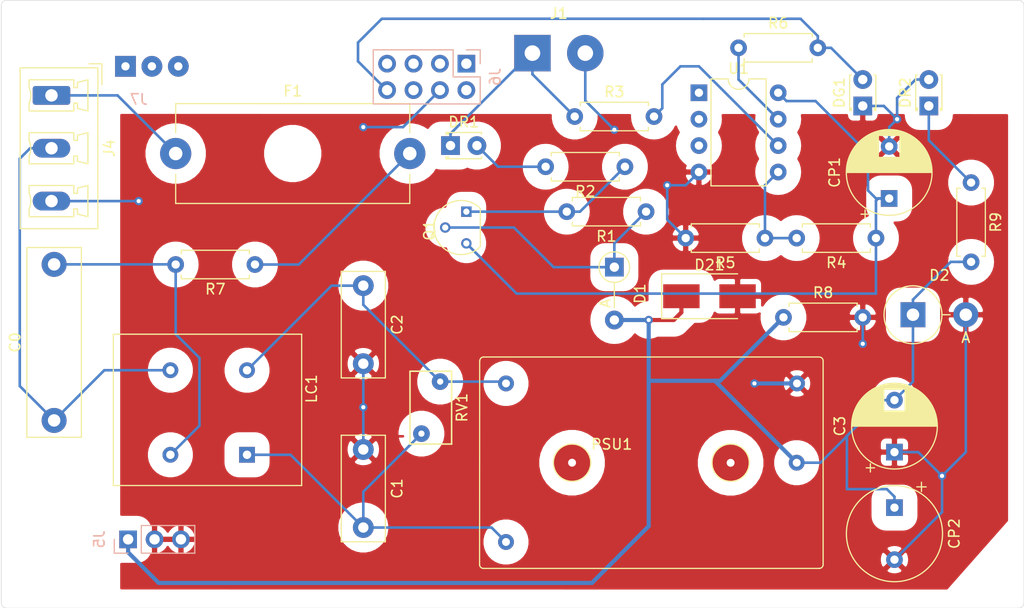
<source format=kicad_pcb>
(kicad_pcb (version 20171130) (host pcbnew 5.1.2-f72e74a~84~ubuntu18.04.1)

  (general
    (thickness 1.6)
    (drawings 8)
    (tracks 152)
    (zones 0)
    (modules 36)
    (nets 19)
  )

  (page A4)
  (layers
    (0 F.Cu signal)
    (31 B.Cu signal)
    (32 B.Adhes user)
    (33 F.Adhes user)
    (34 B.Paste user)
    (35 F.Paste user)
    (36 B.SilkS user)
    (37 F.SilkS user)
    (38 B.Mask user)
    (39 F.Mask user)
    (40 Dwgs.User user)
    (41 Cmts.User user)
    (42 Eco1.User user)
    (43 Eco2.User user)
    (44 Edge.Cuts user)
    (45 Margin user)
    (46 B.CrtYd user)
    (47 F.CrtYd user)
    (48 B.Fab user)
    (49 F.Fab user)
  )

  (setup
    (last_trace_width 0.4)
    (user_trace_width 0.4)
    (user_trace_width 0.5)
    (trace_clearance 0.2)
    (zone_clearance 1.4)
    (zone_45_only no)
    (trace_min 0.15)
    (via_size 0.8)
    (via_drill 0.4)
    (via_min_size 0.4)
    (via_min_drill 0.3)
    (uvia_size 0.3)
    (uvia_drill 0.1)
    (uvias_allowed no)
    (uvia_min_size 0.25)
    (uvia_min_drill 0.1)
    (edge_width 0.05)
    (segment_width 0.2)
    (pcb_text_width 0.3)
    (pcb_text_size 1.5 1.5)
    (mod_edge_width 0.12)
    (mod_text_size 1 1)
    (mod_text_width 0.15)
    (pad_size 3.5 3.5)
    (pad_drill 0.762)
    (pad_to_mask_clearance 0.051)
    (solder_mask_min_width 0.25)
    (aux_axis_origin 0 0)
    (visible_elements FFFFFF7F)
    (pcbplotparams
      (layerselection 0x010fc_ffffffff)
      (usegerberextensions true)
      (usegerberattributes false)
      (usegerberadvancedattributes false)
      (creategerberjobfile false)
      (excludeedgelayer true)
      (linewidth 0.100000)
      (plotframeref false)
      (viasonmask false)
      (mode 1)
      (useauxorigin false)
      (hpglpennumber 1)
      (hpglpenspeed 20)
      (hpglpendiameter 15.000000)
      (psnegative false)
      (psa4output false)
      (plotreference true)
      (plotvalue true)
      (plotinvisibletext false)
      (padsonsilk false)
      (subtractmaskfromsilk false)
      (outputformat 1)
      (mirror false)
      (drillshape 0)
      (scaleselection 1)
      (outputdirectory "gerbers/"))
  )

  (net 0 "")
  (net 1 /LIVE)
  (net 2 "Net-(F1-Pad2)")
  (net 3 "Net-(DR1-Pad1)")
  (net 4 GND)
  (net 5 "Net-(R4-Pad2)")
  (net 6 "Net-(R3-Pad2)")
  (net 7 "Net-(R6-Pad1)")
  (net 8 "Net-(Q1-Pad1)")
  (net 9 "Net-(D1-Pad1)")
  (net 10 "Net-(DR1-Pad2)")
  (net 11 "Net-(CP1-Pad1)")
  (net 12 "Net-(DG1-Pad2)")
  (net 13 "Net-(DR2-Pad1)")
  (net 14 "Net-(C1-Pad2)")
  (net 15 "Net-(C2-Pad1)")
  (net 16 "Net-(C0-Pad2)")
  (net 17 /NEUTRAL)
  (net 18 /ACDC_OUT3_3V)

  (net_class Default "This is the default net class."
    (clearance 0.2)
    (trace_width 0.25)
    (via_dia 0.8)
    (via_drill 0.4)
    (uvia_dia 0.3)
    (uvia_drill 0.1)
    (add_net /ACDC_OUT3_3V)
    (add_net /LIVE)
    (add_net /NEUTRAL)
    (add_net GND)
    (add_net "Net-(C0-Pad2)")
    (add_net "Net-(C1-Pad2)")
    (add_net "Net-(C2-Pad1)")
    (add_net "Net-(CP1-Pad1)")
    (add_net "Net-(D1-Pad1)")
    (add_net "Net-(DG1-Pad2)")
    (add_net "Net-(DR1-Pad1)")
    (add_net "Net-(DR1-Pad2)")
    (add_net "Net-(DR2-Pad1)")
    (add_net "Net-(F1-Pad2)")
    (add_net "Net-(Q1-Pad1)")
    (add_net "Net-(R3-Pad2)")
    (add_net "Net-(R4-Pad2)")
    (add_net "Net-(R6-Pad1)")
  )

  (module Connector_PinSocket_2.54mm:PinSocket_1x03_P2.54mm_Vertical (layer B.Cu) (tedit 5A19A429) (tstamp 5D9B71AE)
    (at 114.046 112.522 270)
    (descr "Through hole straight socket strip, 1x03, 2.54mm pitch, single row (from Kicad 4.0.7), script generated")
    (tags "Through hole socket strip THT 1x03 2.54mm single row")
    (path /5DA5D055)
    (fp_text reference J5 (at 0 2.77 270) (layer B.SilkS)
      (effects (font (size 1 1) (thickness 0.15)) (justify mirror))
    )
    (fp_text value Conn_01x03_Female (at 0 -7.85 270) (layer B.Fab) hide
      (effects (font (size 1 1) (thickness 0.15)) (justify mirror))
    )
    (fp_text user %R (at 0 -2.54) (layer B.Fab) hide
      (effects (font (size 1 1) (thickness 0.15)) (justify mirror))
    )
    (fp_line (start -1.8 -6.85) (end -1.8 1.8) (layer B.CrtYd) (width 0.05))
    (fp_line (start 1.75 -6.85) (end -1.8 -6.85) (layer B.CrtYd) (width 0.05))
    (fp_line (start 1.75 1.8) (end 1.75 -6.85) (layer B.CrtYd) (width 0.05))
    (fp_line (start -1.8 1.8) (end 1.75 1.8) (layer B.CrtYd) (width 0.05))
    (fp_line (start 0 1.33) (end 1.33 1.33) (layer B.SilkS) (width 0.12))
    (fp_line (start 1.33 1.33) (end 1.33 0) (layer B.SilkS) (width 0.12))
    (fp_line (start 1.33 -1.27) (end 1.33 -6.41) (layer B.SilkS) (width 0.12))
    (fp_line (start -1.33 -6.41) (end 1.33 -6.41) (layer B.SilkS) (width 0.12))
    (fp_line (start -1.33 -1.27) (end -1.33 -6.41) (layer B.SilkS) (width 0.12))
    (fp_line (start -1.33 -1.27) (end 1.33 -1.27) (layer B.SilkS) (width 0.12))
    (fp_line (start -1.27 -6.35) (end -1.27 1.27) (layer B.Fab) (width 0.1))
    (fp_line (start 1.27 -6.35) (end -1.27 -6.35) (layer B.Fab) (width 0.1))
    (fp_line (start 1.27 0.635) (end 1.27 -6.35) (layer B.Fab) (width 0.1))
    (fp_line (start 0.635 1.27) (end 1.27 0.635) (layer B.Fab) (width 0.1))
    (fp_line (start -1.27 1.27) (end 0.635 1.27) (layer B.Fab) (width 0.1))
    (pad 3 thru_hole oval (at 0 -5.08 270) (size 1.7 1.7) (drill 1) (layers *.Cu *.Mask)
      (net 4 GND))
    (pad 2 thru_hole oval (at 0 -2.54 270) (size 1.7 1.7) (drill 1) (layers *.Cu *.Mask)
      (net 4 GND))
    (pad 1 thru_hole rect (at 0 0 270) (size 1.7 1.7) (drill 1) (layers *.Cu *.Mask)
      (net 18 /ACDC_OUT3_3V))
    (model ${KISYS3DMOD}/Connector_PinSocket_2.54mm.3dshapes/PinSocket_1x03_P2.54mm_Vertical.wrl
      (at (xyz 0 0 0))
      (scale (xyz 1 1 1))
      (rotate (xyz 0 0 0))
    )
  )

  (module pwrcon:SolderWirePad_1x03_P2.54mm_Drill0.8mm (layer B.Cu) (tedit 5D9B53C3) (tstamp 5D9BACA6)
    (at 113.792 67.056)
    (descr "Wire solder connection")
    (tags connector)
    (path /5DA8C75A)
    (attr virtual)
    (fp_text reference J7 (at 1.27 3.175) (layer B.SilkS)
      (effects (font (size 1 1) (thickness 0.15)) (justify mirror))
    )
    (fp_text value Conn_01x03_Female (at 1.6 -3.41) (layer B.Fab) hide
      (effects (font (size 1 1) (thickness 0.15)) (justify mirror))
    )
    (fp_text user %R (at 1.13 -1.81) (layer B.Fab)
      (effects (font (size 1 1) (thickness 0.15)) (justify mirror))
    )
    (fp_line (start -1.5 1.5) (end 6.54 1.5) (layer B.CrtYd) (width 0.05))
    (fp_line (start -1.5 1.5) (end -1.5 -1.71) (layer B.CrtYd) (width 0.05))
    (fp_line (start 6.53 -1.72) (end 6.53 1.48) (layer B.CrtYd) (width 0.05))
    (fp_line (start 6.53 -1.74) (end -1.48 -1.74) (layer B.CrtYd) (width 0.05))
    (pad 3 thru_hole circle (at 5.08 0) (size 1.99898 1.99898) (drill 0.8001) (layers *.Cu *.Mask))
    (pad 1 thru_hole rect (at 0 0) (size 1.99898 1.99898) (drill 0.8001) (layers *.Cu *.Mask))
    (pad 2 thru_hole circle (at 2.54 0) (size 1.99898 1.99898) (drill 0.8001) (layers *.Cu *.Mask))
  )

  (module Connector_PinSocket_2.54mm:PinSocket_2x04_P2.54mm_Vertical (layer B.Cu) (tedit 5A19A422) (tstamp 5DB5AF6F)
    (at 146.558 66.802 90)
    (descr "Through hole straight socket strip, 2x04, 2.54mm pitch, double cols (from Kicad 4.0.7), script generated")
    (tags "Through hole socket strip THT 2x04 2.54mm double row")
    (path /5EBC2E07)
    (fp_text reference J6 (at -1.27 2.77 270) (layer B.SilkS)
      (effects (font (size 1 1) (thickness 0.15)) (justify mirror))
    )
    (fp_text value Conn_02x04_Odd_Even (at -1.27 -10.39 270) (layer B.Fab) hide
      (effects (font (size 1 1) (thickness 0.15)) (justify mirror))
    )
    (fp_text user %R (at -1.27 -3.81) (layer B.Fab) hide
      (effects (font (size 1 1) (thickness 0.15)) (justify mirror))
    )
    (fp_line (start -4.34 -9.4) (end -4.34 1.8) (layer B.CrtYd) (width 0.05))
    (fp_line (start 1.76 -9.4) (end -4.34 -9.4) (layer B.CrtYd) (width 0.05))
    (fp_line (start 1.76 1.8) (end 1.76 -9.4) (layer B.CrtYd) (width 0.05))
    (fp_line (start -4.34 1.8) (end 1.76 1.8) (layer B.CrtYd) (width 0.05))
    (fp_line (start 0 1.33) (end 1.33 1.33) (layer B.SilkS) (width 0.12))
    (fp_line (start 1.33 1.33) (end 1.33 0) (layer B.SilkS) (width 0.12))
    (fp_line (start -1.27 1.33) (end -1.27 -1.27) (layer B.SilkS) (width 0.12))
    (fp_line (start -1.27 -1.27) (end 1.33 -1.27) (layer B.SilkS) (width 0.12))
    (fp_line (start 1.33 -1.27) (end 1.33 -8.95) (layer B.SilkS) (width 0.12))
    (fp_line (start -3.87 -8.95) (end 1.33 -8.95) (layer B.SilkS) (width 0.12))
    (fp_line (start -3.87 1.33) (end -3.87 -8.95) (layer B.SilkS) (width 0.12))
    (fp_line (start -3.87 1.33) (end -1.27 1.33) (layer B.SilkS) (width 0.12))
    (fp_line (start -3.81 -8.89) (end -3.81 1.27) (layer B.Fab) (width 0.1))
    (fp_line (start 1.27 -8.89) (end -3.81 -8.89) (layer B.Fab) (width 0.1))
    (fp_line (start 1.27 0.27) (end 1.27 -8.89) (layer B.Fab) (width 0.1))
    (fp_line (start 0.27 1.27) (end 1.27 0.27) (layer B.Fab) (width 0.1))
    (fp_line (start -3.81 1.27) (end 0.27 1.27) (layer B.Fab) (width 0.1))
    (pad 8 thru_hole oval (at -2.54 -7.62 90) (size 1.7 1.7) (drill 1) (layers *.Cu *.Mask)
      (net 12 "Net-(DG1-Pad2)"))
    (pad 7 thru_hole oval (at 0 -7.62 90) (size 1.7 1.7) (drill 1) (layers *.Cu *.Mask))
    (pad 6 thru_hole oval (at -2.54 -5.08 90) (size 1.7 1.7) (drill 1) (layers *.Cu *.Mask))
    (pad 5 thru_hole oval (at 0 -5.08 90) (size 1.7 1.7) (drill 1) (layers *.Cu *.Mask))
    (pad 4 thru_hole oval (at -2.54 -2.54 90) (size 1.7 1.7) (drill 1) (layers *.Cu *.Mask)
      (net 4 GND))
    (pad 3 thru_hole oval (at 0 -2.54 90) (size 1.7 1.7) (drill 1) (layers *.Cu *.Mask))
    (pad 2 thru_hole oval (at -2.54 0 90) (size 1.7 1.7) (drill 1) (layers *.Cu *.Mask))
    (pad 1 thru_hole rect (at 0 0 90) (size 1.7 1.7) (drill 1) (layers *.Cu *.Mask))
    (model ${KISYS3DMOD}/Connector_PinSocket_2.54mm.3dshapes/PinSocket_2x04_P2.54mm_Vertical.wrl
      (at (xyz 0 0 0))
      (scale (xyz 1 1 1))
      (rotate (xyz 0 0 0))
    )
  )

  (module pwrcon:Meanwell_IRM_01_fixed (layer F.Cu) (tedit 5D9778FA) (tstamp 5D9B943F)
    (at 150.368 112.776 180)
    (path /5BE0865A)
    (fp_text reference PSU1 (at -10.16 9.39) (layer F.SilkS)
      (effects (font (size 1 1) (thickness 0.15)))
    )
    (fp_text value PD05-20BXX (at -10.16 8.39) (layer F.Fab)
      (effects (font (size 1 1) (thickness 0.15)))
    )
    (fp_arc (start -30.11 17.41) (end -30.48 17.41) (angle -90) (layer F.SilkS) (width 0.12))
    (fp_arc (start -30.11 -2.17) (end -30.11 -2.54) (angle -90) (layer F.SilkS) (width 0.12))
    (fp_arc (start 2.17 -2.17) (end 2.54 -2.17) (angle -90) (layer F.SilkS) (width 0.12))
    (fp_arc (start 2.15 17.41) (end 2.15 17.78) (angle -90) (layer F.SilkS) (width 0.12))
    (fp_line (start -30.12 -2.54) (end 2.15 -2.54) (layer F.SilkS) (width 0.12))
    (fp_line (start 2.54 -2.17) (end 2.53 17.39) (layer F.SilkS) (width 0.12))
    (fp_line (start 2.15 17.78) (end -30.07 17.78) (layer F.SilkS) (width 0.12))
    (fp_line (start -30.48 17.39) (end -30.48 -2.16) (layer F.SilkS) (width 0.12))
    (fp_circle (center -21.59 7.62) (end -20.32 8.89) (layer F.SilkS) (width 0.12))
    (fp_circle (center -6.35 7.62) (end -5.08 8.89) (layer F.SilkS) (width 0.12))
    (pad "" np_thru_hole circle (at -6.35 7.62 180) (size 3.5 3.5) (drill 0.762) (layers *.Mask F.Cu)
      (zone_connect 1))
    (pad "" np_thru_hole circle (at -21.59 7.61 180) (size 3.5 3.5) (drill 0.762) (layers *.Mask F.Cu)
      (zone_connect 1))
    (pad 2 thru_hole circle (at 0 0 180) (size 1.524 1.524) (drill 0.762) (layers *.Cu *.Mask)
      (net 14 "Net-(C1-Pad2)"))
    (pad 1 thru_hole circle (at 0 15.24 180) (size 1.524 1.524) (drill 0.762) (layers *.Cu *.Mask)
      (net 15 "Net-(C2-Pad1)"))
    (pad 3 thru_hole circle (at -27.94 7.62 180) (size 1.524 1.524) (drill 0.762) (layers *.Cu *.Mask)
      (net 18 /ACDC_OUT3_3V))
    (pad 4 thru_hole circle (at -27.97 15.24 180) (size 1.524 1.524) (drill 0.762) (layers *.Cu *.Mask)
      (net 4 GND))
  )

  (module pwrcon:choke_wurth_744862250 (layer F.Cu) (tedit 5D2E05D3) (tstamp 5D97567C)
    (at 125.476 104.394 270)
    (descr "NF-Transformer, 1:1, ETAL P1200,http://www.etalgroup.com/sites/default/files/products/P1200_April_2005.pdf")
    (tags "NF-Transformer 1to1 ETAL P1200 ")
    (path /5BFC18B6)
    (fp_text reference LC1 (at -6.35 -6.2 90) (layer F.SilkS)
      (effects (font (size 1 1) (thickness 0.15)))
    )
    (fp_text value "25mH, 0.25A" (at -5.8 14.1 90) (layer F.Fab)
      (effects (font (size 1 1) (thickness 0.15)))
    )
    (fp_text user %R (at -11 10 90) (layer F.Fab)
      (effects (font (size 1 1) (thickness 0.15)))
    )
    (fp_line (start -11.59 -5.25) (end 2.954 -5.25) (layer F.SilkS) (width 0.12))
    (fp_line (start 2.954 -5.25) (end 2.954 12.85) (layer F.SilkS) (width 0.12))
    (fp_line (start 2.954 12.85) (end -11.59 12.85) (layer F.SilkS) (width 0.12))
    (fp_line (start -11.59 12.85) (end -11.59 -5.25) (layer F.SilkS) (width 0.12))
    (fp_line (start -8.678 4.26) (end -7.688 4.26) (layer F.Fab) (width 0.1))
    (fp_line (start -7.688 4.26) (end -8.178 4.87) (layer F.Fab) (width 0.1))
    (fp_line (start -8.178 4.87) (end -7.868 4.89) (layer F.Fab) (width 0.1))
    (fp_line (start -7.868 4.89) (end -7.698 5.08) (layer F.Fab) (width 0.1))
    (fp_line (start -7.698 5.08) (end -7.658 5.36) (layer F.Fab) (width 0.1))
    (fp_line (start -7.658 5.36) (end -7.728 5.64) (layer F.Fab) (width 0.1))
    (fp_line (start -7.728 5.64) (end -7.888 5.79) (layer F.Fab) (width 0.1))
    (fp_line (start -7.888 5.79) (end -8.108 5.82) (layer F.Fab) (width 0.1))
    (fp_line (start -8.108 5.82) (end -8.288 5.8) (layer F.Fab) (width 0.1))
    (fp_line (start -8.288 5.8) (end -8.448 5.78) (layer F.Fab) (width 0.1))
    (fp_line (start -8.448 5.78) (end -8.598 5.67) (layer F.Fab) (width 0.1))
    (fp_line (start -8.008 -2.79) (end -8.028 -1.77) (layer F.Fab) (width 0.1))
    (fp_line (start -8.398 -3.49) (end -8.818 -2.28) (layer F.Fab) (width 0.1))
    (fp_line (start -8.818 -2.28) (end -7.748 -2.3) (layer F.Fab) (width 0.1))
    (fp_line (start -0.36 -1.79) (end 0.63 -1.79) (layer F.Fab) (width 0.1))
    (fp_line (start -0.4 -2.75) (end 0.13 -3.24) (layer F.Fab) (width 0.1))
    (fp_line (start 0.13 -3.24) (end 0.13 -1.77) (layer F.Fab) (width 0.1))
    (fp_line (start -5.601 -2.97) (end -4.981 -2.99) (layer F.Fab) (width 0.1))
    (fp_line (start -3.371 -3.04) (end -2.731 -3.04) (layer F.Fab) (width 0.1))
    (fp_line (start -4.091 -3.11) (end -4.171 -3.11) (layer F.Fab) (width 0.1))
    (fp_line (start -4.161 -3.91) (end -4.211 -3.89) (layer F.Fab) (width 0.1))
    (fp_line (start -3.521 -4.07) (end -3.021 -4.49) (layer F.Fab) (width 0.1))
    (fp_line (start -3.021 -4.49) (end -3.021 -3.04) (layer F.Fab) (width 0.1))
    (fp_line (start -5.761 -4.01) (end -5.221 -4.49) (layer F.Fab) (width 0.1))
    (fp_line (start -5.221 -4.49) (end -5.221 -2.98) (layer F.Fab) (width 0.1))
    (fp_line (start -6.556 -0.19) (end -6.176 -0.14) (layer F.Fab) (width 0.1))
    (fp_line (start -6.176 -0.14) (end -5.886 0.08) (layer F.Fab) (width 0.1))
    (fp_line (start -5.886 0.08) (end -5.656 0.31) (layer F.Fab) (width 0.1))
    (fp_line (start -5.656 0.31) (end -5.606 0.52) (layer F.Fab) (width 0.1))
    (fp_line (start -5.606 0.52) (end -5.546 0.86) (layer F.Fab) (width 0.1))
    (fp_line (start -5.546 0.86) (end -5.606 1.29) (layer F.Fab) (width 0.1))
    (fp_line (start -5.606 1.29) (end -5.786 1.48) (layer F.Fab) (width 0.1))
    (fp_line (start -5.786 1.48) (end -5.996 1.62) (layer F.Fab) (width 0.1))
    (fp_line (start -5.996 1.62) (end -6.406 1.8) (layer F.Fab) (width 0.1))
    (fp_line (start -6.406 1.8) (end -6.566 1.8) (layer F.Fab) (width 0.1))
    (fp_line (start -6.566 1.8) (end -6.276 1.89) (layer F.Fab) (width 0.1))
    (fp_line (start -6.276 1.89) (end -5.956 2) (layer F.Fab) (width 0.1))
    (fp_line (start -5.956 2) (end -5.696 2.19) (layer F.Fab) (width 0.1))
    (fp_line (start -5.696 2.19) (end -5.626 2.49) (layer F.Fab) (width 0.1))
    (fp_line (start -5.626 2.49) (end -5.586 2.83) (layer F.Fab) (width 0.1))
    (fp_line (start -5.586 2.83) (end -5.626 3.15) (layer F.Fab) (width 0.1))
    (fp_line (start -5.626 3.15) (end -5.766 3.38) (layer F.Fab) (width 0.1))
    (fp_line (start -5.766 3.38) (end -5.866 3.53) (layer F.Fab) (width 0.1))
    (fp_line (start -5.866 3.53) (end -6.106 3.69) (layer F.Fab) (width 0.1))
    (fp_line (start -6.106 3.69) (end -6.346 3.79) (layer F.Fab) (width 0.1))
    (fp_line (start -6.346 3.79) (end -6.496 3.79) (layer F.Fab) (width 0.1))
    (fp_line (start -6.496 3.79) (end -6.226 3.88) (layer F.Fab) (width 0.1))
    (fp_line (start -6.226 3.88) (end -5.976 4.01) (layer F.Fab) (width 0.1))
    (fp_line (start -5.976 4.01) (end -5.726 4.25) (layer F.Fab) (width 0.1))
    (fp_line (start -5.726 4.25) (end -5.626 4.47) (layer F.Fab) (width 0.1))
    (fp_line (start -5.626 4.47) (end -5.566 4.75) (layer F.Fab) (width 0.1))
    (fp_line (start -5.566 4.75) (end -5.586 5.02) (layer F.Fab) (width 0.1))
    (fp_line (start -5.586 5.02) (end -5.656 5.29) (layer F.Fab) (width 0.1))
    (fp_line (start -5.656 5.29) (end -5.836 5.5) (layer F.Fab) (width 0.1))
    (fp_line (start -5.836 5.5) (end -5.996 5.64) (layer F.Fab) (width 0.1))
    (fp_line (start -5.996 5.64) (end -6.176 5.73) (layer F.Fab) (width 0.1))
    (fp_line (start -6.176 5.73) (end -6.506 5.77) (layer F.Fab) (width 0.1))
    (fp_line (start -6.506 5.77) (end -6.246 5.85) (layer F.Fab) (width 0.1))
    (fp_line (start -6.246 5.85) (end -5.976 6.01) (layer F.Fab) (width 0.1))
    (fp_line (start -5.976 6.01) (end -5.786 6.25) (layer F.Fab) (width 0.1))
    (fp_line (start -5.786 6.25) (end -5.656 6.46) (layer F.Fab) (width 0.1))
    (fp_line (start -5.656 6.46) (end -5.606 6.69) (layer F.Fab) (width 0.1))
    (fp_line (start -5.606 6.69) (end -5.606 6.96) (layer F.Fab) (width 0.1))
    (fp_line (start -5.606 6.96) (end -5.696 7.28) (layer F.Fab) (width 0.1))
    (fp_line (start -5.696 7.28) (end -5.816 7.49) (layer F.Fab) (width 0.1))
    (fp_line (start -5.816 7.49) (end -6.026 7.69) (layer F.Fab) (width 0.1))
    (fp_line (start -6.026 7.69) (end -6.296 7.74) (layer F.Fab) (width 0.1))
    (fp_line (start -6.296 7.74) (end -6.506 7.79) (layer F.Fab) (width 0.1))
    (fp_line (start -6.506 7.79) (end -6.566 7.77) (layer F.Fab) (width 0.1))
    (fp_line (start -4.191 -2.19) (end -4.191 9.81) (layer F.Fab) (width 0.1))
    (fp_line (start 2.904 -5.19) (end -11.54 -5.19) (layer F.Fab) (width 0.1))
    (fp_line (start -11.54 -5.19) (end -11.54 12.81) (layer F.Fab) (width 0.1))
    (fp_line (start -11.54 12.81) (end 2.904 12.81) (layer F.Fab) (width 0.1))
    (fp_line (start 2.904 12.81) (end 2.904 -5.19) (layer F.Fab) (width 0.1))
    (fp_line (start -11.79 -5.44) (end 3.154 -5.44) (layer F.CrtYd) (width 0.05))
    (fp_line (start -11.79 -5.44) (end -11.79 13.06) (layer F.CrtYd) (width 0.05))
    (fp_line (start 3.154 13.06) (end 3.154 -5.44) (layer F.CrtYd) (width 0.05))
    (fp_line (start 3.154 13.06) (end -11.79 13.06) (layer F.CrtYd) (width 0.05))
    (fp_line (start -1.826 7.81) (end -2.206 7.76) (layer F.Fab) (width 0.1))
    (fp_line (start -2.206 7.76) (end -2.496 7.54) (layer F.Fab) (width 0.1))
    (fp_line (start -2.496 7.54) (end -2.726 7.31) (layer F.Fab) (width 0.1))
    (fp_line (start -2.726 7.31) (end -2.776 7.1) (layer F.Fab) (width 0.1))
    (fp_line (start -2.776 7.1) (end -2.836 6.76) (layer F.Fab) (width 0.1))
    (fp_line (start -2.836 6.76) (end -2.776 6.33) (layer F.Fab) (width 0.1))
    (fp_line (start -2.776 6.33) (end -2.596 6.14) (layer F.Fab) (width 0.1))
    (fp_line (start -2.596 6.14) (end -2.386 6) (layer F.Fab) (width 0.1))
    (fp_line (start -2.386 6) (end -1.976 5.82) (layer F.Fab) (width 0.1))
    (fp_line (start -1.976 5.82) (end -1.816 5.82) (layer F.Fab) (width 0.1))
    (fp_line (start -1.816 5.82) (end -2.106 5.73) (layer F.Fab) (width 0.1))
    (fp_line (start -2.106 5.73) (end -2.426 5.62) (layer F.Fab) (width 0.1))
    (fp_line (start -2.426 5.62) (end -2.686 5.43) (layer F.Fab) (width 0.1))
    (fp_line (start -2.686 5.43) (end -2.756 5.13) (layer F.Fab) (width 0.1))
    (fp_line (start -2.756 5.13) (end -2.796 4.79) (layer F.Fab) (width 0.1))
    (fp_line (start -2.796 4.79) (end -2.756 4.47) (layer F.Fab) (width 0.1))
    (fp_line (start -2.756 4.47) (end -2.616 4.24) (layer F.Fab) (width 0.1))
    (fp_line (start -2.616 4.24) (end -2.516 4.09) (layer F.Fab) (width 0.1))
    (fp_line (start -2.516 4.09) (end -2.276 3.93) (layer F.Fab) (width 0.1))
    (fp_line (start -2.276 3.93) (end -2.036 3.83) (layer F.Fab) (width 0.1))
    (fp_line (start -2.036 3.83) (end -1.886 3.83) (layer F.Fab) (width 0.1))
    (fp_line (start -1.886 3.83) (end -2.156 3.74) (layer F.Fab) (width 0.1))
    (fp_line (start -2.156 3.74) (end -2.406 3.61) (layer F.Fab) (width 0.1))
    (fp_line (start -2.406 3.61) (end -2.656 3.37) (layer F.Fab) (width 0.1))
    (fp_line (start -2.656 3.37) (end -2.756 3.15) (layer F.Fab) (width 0.1))
    (fp_line (start -2.756 3.15) (end -2.816 2.87) (layer F.Fab) (width 0.1))
    (fp_line (start -2.816 2.87) (end -2.796 2.6) (layer F.Fab) (width 0.1))
    (fp_line (start -2.796 2.6) (end -2.726 2.33) (layer F.Fab) (width 0.1))
    (fp_line (start -2.726 2.33) (end -2.546 2.12) (layer F.Fab) (width 0.1))
    (fp_line (start -2.546 2.12) (end -2.386 1.98) (layer F.Fab) (width 0.1))
    (fp_line (start -2.386 1.98) (end -2.206 1.89) (layer F.Fab) (width 0.1))
    (fp_line (start -2.206 1.89) (end -1.876 1.85) (layer F.Fab) (width 0.1))
    (fp_line (start -1.876 1.85) (end -2.136 1.77) (layer F.Fab) (width 0.1))
    (fp_line (start -2.136 1.77) (end -2.406 1.61) (layer F.Fab) (width 0.1))
    (fp_line (start -2.406 1.61) (end -2.596 1.37) (layer F.Fab) (width 0.1))
    (fp_line (start -2.596 1.37) (end -2.726 1.16) (layer F.Fab) (width 0.1))
    (fp_line (start -2.726 1.16) (end -2.776 0.93) (layer F.Fab) (width 0.1))
    (fp_line (start -2.776 0.93) (end -2.776 0.66) (layer F.Fab) (width 0.1))
    (fp_line (start -2.776 0.66) (end -2.686 0.34) (layer F.Fab) (width 0.1))
    (fp_line (start -2.686 0.34) (end -2.566 0.13) (layer F.Fab) (width 0.1))
    (fp_line (start -2.566 0.13) (end -2.356 -0.07) (layer F.Fab) (width 0.1))
    (fp_line (start -2.356 -0.07) (end -2.086 -0.12) (layer F.Fab) (width 0.1))
    (fp_line (start -2.086 -0.12) (end -1.876 -0.17) (layer F.Fab) (width 0.1))
    (fp_line (start -1.876 -0.17) (end -1.816 -0.15) (layer F.Fab) (width 0.1))
    (pad 4 thru_hole circle (at -8.128 0 270) (size 1.52 1.52) (drill 0.81) (layers *.Cu *.Mask)
      (net 15 "Net-(C2-Pad1)"))
    (pad 3 thru_hole circle (at -8.128 7.366 270) (size 1.52 1.52) (drill 0.81) (layers *.Cu *.Mask)
      (net 17 /NEUTRAL))
    (pad 1 thru_hole rect (at 0 0 270) (size 1.52 1.52) (drill 0.81) (layers *.Cu *.Mask)
      (net 14 "Net-(C1-Pad2)"))
    (pad 2 thru_hole circle (at 0 7.366 270) (size 1.52 1.52) (drill 0.81) (layers *.Cu *.Mask)
      (net 16 "Net-(C0-Pad2)"))
    (model ${KISYS3DMOD}/Transformer_THT.3dshapes/Transformer_NF_ETAL_1-1_P1200.wrl
      (at (xyz 0 0 0))
      (scale (xyz 1 1 1))
      (rotate (xyz 0 0 0))
    )
  )

  (module MountingHole:MountingHole_2.1mm (layer F.Cu) (tedit 5B924765) (tstamp 5D94D2A4)
    (at 197.358 116.586 90)
    (descr "Mounting Hole 2.1mm, no annular")
    (tags "mounting hole 2.1mm no annular")
    (attr virtual)
    (fp_text reference REF** (at 0 -3.2 90) (layer F.SilkS) hide
      (effects (font (size 1 1) (thickness 0.15)))
    )
    (fp_text value MountingHole_2.1mm (at 0 3.2 90) (layer F.Fab) hide
      (effects (font (size 1 1) (thickness 0.15)))
    )
    (fp_circle (center 0 0) (end 2.35 0) (layer F.CrtYd) (width 0.05))
    (fp_circle (center 0 0) (end 2.1 0) (layer Cmts.User) (width 0.15))
    (fp_text user %R (at 0.3 0 90) (layer F.Fab) hide
      (effects (font (size 1 1) (thickness 0.15)))
    )
    (pad "" np_thru_hole circle (at 0 0 90) (size 2.1 2.1) (drill 2.1) (layers *.Cu *.Mask))
  )

  (module MountingHole:MountingHole_2.1mm (layer F.Cu) (tedit 5B924765) (tstamp 5D94D296)
    (at 104.648 116.586 270)
    (descr "Mounting Hole 2.1mm, no annular")
    (tags "mounting hole 2.1mm no annular")
    (attr virtual)
    (fp_text reference REF** (at 0 -3.2 90) (layer F.SilkS) hide
      (effects (font (size 1 1) (thickness 0.15)))
    )
    (fp_text value MountingHole_2.1mm (at 0 3.2 90) (layer F.Fab) hide
      (effects (font (size 1 1) (thickness 0.15)))
    )
    (fp_text user %R (at 0.3 0 90) (layer F.Fab) hide
      (effects (font (size 1 1) (thickness 0.15)))
    )
    (fp_circle (center 0 0) (end 2.1 0) (layer Cmts.User) (width 0.15))
    (fp_circle (center 0 0) (end 2.35 0) (layer F.CrtYd) (width 0.05))
    (pad "" np_thru_hole circle (at 0 0 270) (size 2.1 2.1) (drill 2.1) (layers *.Cu *.Mask))
  )

  (module MountingHole:MountingHole_2.1mm (layer F.Cu) (tedit 5B924765) (tstamp 5D94D252)
    (at 197.358 63.246 90)
    (descr "Mounting Hole 2.1mm, no annular")
    (tags "mounting hole 2.1mm no annular")
    (attr virtual)
    (fp_text reference REF** (at 0 -3.2 90) (layer F.SilkS) hide
      (effects (font (size 1 1) (thickness 0.15)))
    )
    (fp_text value MountingHole_2.1mm (at 0 3.2 90) (layer F.Fab) hide
      (effects (font (size 1 1) (thickness 0.15)))
    )
    (fp_text user %R (at 0.3 0 90) (layer F.Fab) hide
      (effects (font (size 1 1) (thickness 0.15)))
    )
    (fp_circle (center 0 0) (end 2.1 0) (layer Cmts.User) (width 0.15))
    (fp_circle (center 0 0) (end 2.35 0) (layer F.CrtYd) (width 0.05))
    (pad "" np_thru_hole circle (at 0 0 90) (size 2.1 2.1) (drill 2.1) (layers *.Cu *.Mask))
  )

  (module MountingHole:MountingHole_2.1mm (layer F.Cu) (tedit 5B924765) (tstamp 5D94D1FC)
    (at 104.648 63.246 270)
    (descr "Mounting Hole 2.1mm, no annular")
    (tags "mounting hole 2.1mm no annular")
    (attr virtual)
    (fp_text reference REF** (at 0 -3.2 90) (layer F.SilkS) hide
      (effects (font (size 1 1) (thickness 0.15)))
    )
    (fp_text value MountingHole_2.1mm (at 0 3.2 90) (layer F.Fab) hide
      (effects (font (size 1 1) (thickness 0.15)))
    )
    (fp_circle (center 0 0) (end 2.35 0) (layer F.CrtYd) (width 0.05))
    (fp_circle (center 0 0) (end 2.1 0) (layer Cmts.User) (width 0.15))
    (fp_text user %R (at 0.3 0 90) (layer F.Fab) hide
      (effects (font (size 1 1) (thickness 0.15)))
    )
    (pad "" np_thru_hole circle (at 0 0 270) (size 2.1 2.1) (drill 2.1) (layers *.Cu *.Mask))
  )

  (module Diode_SMD:D_SMB_Handsoldering (layer F.Cu) (tedit 590B3D55) (tstamp 5D33664F)
    (at 169.926 89.154)
    (descr "Diode SMB (DO-214AA) Handsoldering")
    (tags "Diode SMB (DO-214AA) Handsoldering")
    (path /5D3AB7FD)
    (attr smd)
    (fp_text reference D21 (at 0 -3) (layer F.SilkS)
      (effects (font (size 1 1) (thickness 0.15)))
    )
    (fp_text value "SMAJ6 0A" (at 0 3) (layer F.Fab)
      (effects (font (size 1 1) (thickness 0.15)))
    )
    (fp_line (start -4.6 -2.15) (end 2.7 -2.15) (layer F.SilkS) (width 0.12))
    (fp_line (start -4.6 2.15) (end 2.7 2.15) (layer F.SilkS) (width 0.12))
    (fp_line (start -0.64944 0.00102) (end 0.50118 -0.79908) (layer F.Fab) (width 0.1))
    (fp_line (start -0.64944 0.00102) (end 0.50118 0.75032) (layer F.Fab) (width 0.1))
    (fp_line (start 0.50118 0.75032) (end 0.50118 -0.79908) (layer F.Fab) (width 0.1))
    (fp_line (start -0.64944 -0.79908) (end -0.64944 0.80112) (layer F.Fab) (width 0.1))
    (fp_line (start 0.50118 0.00102) (end 1.4994 0.00102) (layer F.Fab) (width 0.1))
    (fp_line (start -0.64944 0.00102) (end -1.55114 0.00102) (layer F.Fab) (width 0.1))
    (fp_line (start -4.7 2.25) (end -4.7 -2.25) (layer F.CrtYd) (width 0.05))
    (fp_line (start 4.7 2.25) (end -4.7 2.25) (layer F.CrtYd) (width 0.05))
    (fp_line (start 4.7 -2.25) (end 4.7 2.25) (layer F.CrtYd) (width 0.05))
    (fp_line (start -4.7 -2.25) (end 4.7 -2.25) (layer F.CrtYd) (width 0.05))
    (fp_line (start 2.3 -2) (end -2.3 -2) (layer F.Fab) (width 0.1))
    (fp_line (start 2.3 -2) (end 2.3 2) (layer F.Fab) (width 0.1))
    (fp_line (start -2.3 2) (end -2.3 -2) (layer F.Fab) (width 0.1))
    (fp_line (start 2.3 2) (end -2.3 2) (layer F.Fab) (width 0.1))
    (fp_line (start -4.6 -2.15) (end -4.6 2.15) (layer F.SilkS) (width 0.12))
    (fp_text user %R (at 0 -3) (layer F.Fab)
      (effects (font (size 1 1) (thickness 0.15)))
    )
    (pad 2 smd rect (at 2.7 0) (size 3.5 2.3) (layers F.Cu F.Paste F.Mask)
      (net 4 GND))
    (pad 1 smd rect (at -2.7 0) (size 3.5 2.3) (layers F.Cu F.Paste F.Mask)
      (net 18 /ACDC_OUT3_3V))
    (model ${KISYS3DMOD}/Diode_SMD.3dshapes/D_SMB.wrl
      (at (xyz 0 0 0))
      (scale (xyz 1 1 1))
      (rotate (xyz 0 0 0))
    )
  )

  (module Capacitor_THT:CP_Radial_D8.0mm_P5.00mm (layer F.Cu) (tedit 5AE50EF0) (tstamp 5D28481A)
    (at 187.198 79.756 90)
    (descr "CP, Radial series, Radial, pin pitch=5.00mm, , diameter=8mm, Electrolytic Capacitor")
    (tags "CP Radial series Radial pin pitch 5.00mm  diameter 8mm Electrolytic Capacitor")
    (path /5D0C4CEB)
    (fp_text reference CP1 (at 2.5 -5.25 90) (layer F.SilkS)
      (effects (font (size 1 1) (thickness 0.15)))
    )
    (fp_text value CP (at 2.5 5.25 90) (layer F.Fab)
      (effects (font (size 1 1) (thickness 0.15)))
    )
    (fp_text user %R (at 2.5 0 90) (layer F.Fab)
      (effects (font (size 1 1) (thickness 0.15)))
    )
    (fp_line (start -1.509698 -2.715) (end -1.509698 -1.915) (layer F.SilkS) (width 0.12))
    (fp_line (start -1.909698 -2.315) (end -1.109698 -2.315) (layer F.SilkS) (width 0.12))
    (fp_line (start 6.581 -0.533) (end 6.581 0.533) (layer F.SilkS) (width 0.12))
    (fp_line (start 6.541 -0.768) (end 6.541 0.768) (layer F.SilkS) (width 0.12))
    (fp_line (start 6.501 -0.948) (end 6.501 0.948) (layer F.SilkS) (width 0.12))
    (fp_line (start 6.461 -1.098) (end 6.461 1.098) (layer F.SilkS) (width 0.12))
    (fp_line (start 6.421 -1.229) (end 6.421 1.229) (layer F.SilkS) (width 0.12))
    (fp_line (start 6.381 -1.346) (end 6.381 1.346) (layer F.SilkS) (width 0.12))
    (fp_line (start 6.341 -1.453) (end 6.341 1.453) (layer F.SilkS) (width 0.12))
    (fp_line (start 6.301 -1.552) (end 6.301 1.552) (layer F.SilkS) (width 0.12))
    (fp_line (start 6.261 -1.645) (end 6.261 1.645) (layer F.SilkS) (width 0.12))
    (fp_line (start 6.221 -1.731) (end 6.221 1.731) (layer F.SilkS) (width 0.12))
    (fp_line (start 6.181 -1.813) (end 6.181 1.813) (layer F.SilkS) (width 0.12))
    (fp_line (start 6.141 -1.89) (end 6.141 1.89) (layer F.SilkS) (width 0.12))
    (fp_line (start 6.101 -1.964) (end 6.101 1.964) (layer F.SilkS) (width 0.12))
    (fp_line (start 6.061 -2.034) (end 6.061 2.034) (layer F.SilkS) (width 0.12))
    (fp_line (start 6.021 1.04) (end 6.021 2.102) (layer F.SilkS) (width 0.12))
    (fp_line (start 6.021 -2.102) (end 6.021 -1.04) (layer F.SilkS) (width 0.12))
    (fp_line (start 5.981 1.04) (end 5.981 2.166) (layer F.SilkS) (width 0.12))
    (fp_line (start 5.981 -2.166) (end 5.981 -1.04) (layer F.SilkS) (width 0.12))
    (fp_line (start 5.941 1.04) (end 5.941 2.228) (layer F.SilkS) (width 0.12))
    (fp_line (start 5.941 -2.228) (end 5.941 -1.04) (layer F.SilkS) (width 0.12))
    (fp_line (start 5.901 1.04) (end 5.901 2.287) (layer F.SilkS) (width 0.12))
    (fp_line (start 5.901 -2.287) (end 5.901 -1.04) (layer F.SilkS) (width 0.12))
    (fp_line (start 5.861 1.04) (end 5.861 2.345) (layer F.SilkS) (width 0.12))
    (fp_line (start 5.861 -2.345) (end 5.861 -1.04) (layer F.SilkS) (width 0.12))
    (fp_line (start 5.821 1.04) (end 5.821 2.4) (layer F.SilkS) (width 0.12))
    (fp_line (start 5.821 -2.4) (end 5.821 -1.04) (layer F.SilkS) (width 0.12))
    (fp_line (start 5.781 1.04) (end 5.781 2.454) (layer F.SilkS) (width 0.12))
    (fp_line (start 5.781 -2.454) (end 5.781 -1.04) (layer F.SilkS) (width 0.12))
    (fp_line (start 5.741 1.04) (end 5.741 2.505) (layer F.SilkS) (width 0.12))
    (fp_line (start 5.741 -2.505) (end 5.741 -1.04) (layer F.SilkS) (width 0.12))
    (fp_line (start 5.701 1.04) (end 5.701 2.556) (layer F.SilkS) (width 0.12))
    (fp_line (start 5.701 -2.556) (end 5.701 -1.04) (layer F.SilkS) (width 0.12))
    (fp_line (start 5.661 1.04) (end 5.661 2.604) (layer F.SilkS) (width 0.12))
    (fp_line (start 5.661 -2.604) (end 5.661 -1.04) (layer F.SilkS) (width 0.12))
    (fp_line (start 5.621 1.04) (end 5.621 2.651) (layer F.SilkS) (width 0.12))
    (fp_line (start 5.621 -2.651) (end 5.621 -1.04) (layer F.SilkS) (width 0.12))
    (fp_line (start 5.581 1.04) (end 5.581 2.697) (layer F.SilkS) (width 0.12))
    (fp_line (start 5.581 -2.697) (end 5.581 -1.04) (layer F.SilkS) (width 0.12))
    (fp_line (start 5.541 1.04) (end 5.541 2.741) (layer F.SilkS) (width 0.12))
    (fp_line (start 5.541 -2.741) (end 5.541 -1.04) (layer F.SilkS) (width 0.12))
    (fp_line (start 5.501 1.04) (end 5.501 2.784) (layer F.SilkS) (width 0.12))
    (fp_line (start 5.501 -2.784) (end 5.501 -1.04) (layer F.SilkS) (width 0.12))
    (fp_line (start 5.461 1.04) (end 5.461 2.826) (layer F.SilkS) (width 0.12))
    (fp_line (start 5.461 -2.826) (end 5.461 -1.04) (layer F.SilkS) (width 0.12))
    (fp_line (start 5.421 1.04) (end 5.421 2.867) (layer F.SilkS) (width 0.12))
    (fp_line (start 5.421 -2.867) (end 5.421 -1.04) (layer F.SilkS) (width 0.12))
    (fp_line (start 5.381 1.04) (end 5.381 2.907) (layer F.SilkS) (width 0.12))
    (fp_line (start 5.381 -2.907) (end 5.381 -1.04) (layer F.SilkS) (width 0.12))
    (fp_line (start 5.341 1.04) (end 5.341 2.945) (layer F.SilkS) (width 0.12))
    (fp_line (start 5.341 -2.945) (end 5.341 -1.04) (layer F.SilkS) (width 0.12))
    (fp_line (start 5.301 1.04) (end 5.301 2.983) (layer F.SilkS) (width 0.12))
    (fp_line (start 5.301 -2.983) (end 5.301 -1.04) (layer F.SilkS) (width 0.12))
    (fp_line (start 5.261 1.04) (end 5.261 3.019) (layer F.SilkS) (width 0.12))
    (fp_line (start 5.261 -3.019) (end 5.261 -1.04) (layer F.SilkS) (width 0.12))
    (fp_line (start 5.221 1.04) (end 5.221 3.055) (layer F.SilkS) (width 0.12))
    (fp_line (start 5.221 -3.055) (end 5.221 -1.04) (layer F.SilkS) (width 0.12))
    (fp_line (start 5.181 1.04) (end 5.181 3.09) (layer F.SilkS) (width 0.12))
    (fp_line (start 5.181 -3.09) (end 5.181 -1.04) (layer F.SilkS) (width 0.12))
    (fp_line (start 5.141 1.04) (end 5.141 3.124) (layer F.SilkS) (width 0.12))
    (fp_line (start 5.141 -3.124) (end 5.141 -1.04) (layer F.SilkS) (width 0.12))
    (fp_line (start 5.101 1.04) (end 5.101 3.156) (layer F.SilkS) (width 0.12))
    (fp_line (start 5.101 -3.156) (end 5.101 -1.04) (layer F.SilkS) (width 0.12))
    (fp_line (start 5.061 1.04) (end 5.061 3.189) (layer F.SilkS) (width 0.12))
    (fp_line (start 5.061 -3.189) (end 5.061 -1.04) (layer F.SilkS) (width 0.12))
    (fp_line (start 5.021 1.04) (end 5.021 3.22) (layer F.SilkS) (width 0.12))
    (fp_line (start 5.021 -3.22) (end 5.021 -1.04) (layer F.SilkS) (width 0.12))
    (fp_line (start 4.981 1.04) (end 4.981 3.25) (layer F.SilkS) (width 0.12))
    (fp_line (start 4.981 -3.25) (end 4.981 -1.04) (layer F.SilkS) (width 0.12))
    (fp_line (start 4.941 1.04) (end 4.941 3.28) (layer F.SilkS) (width 0.12))
    (fp_line (start 4.941 -3.28) (end 4.941 -1.04) (layer F.SilkS) (width 0.12))
    (fp_line (start 4.901 1.04) (end 4.901 3.309) (layer F.SilkS) (width 0.12))
    (fp_line (start 4.901 -3.309) (end 4.901 -1.04) (layer F.SilkS) (width 0.12))
    (fp_line (start 4.861 1.04) (end 4.861 3.338) (layer F.SilkS) (width 0.12))
    (fp_line (start 4.861 -3.338) (end 4.861 -1.04) (layer F.SilkS) (width 0.12))
    (fp_line (start 4.821 1.04) (end 4.821 3.365) (layer F.SilkS) (width 0.12))
    (fp_line (start 4.821 -3.365) (end 4.821 -1.04) (layer F.SilkS) (width 0.12))
    (fp_line (start 4.781 1.04) (end 4.781 3.392) (layer F.SilkS) (width 0.12))
    (fp_line (start 4.781 -3.392) (end 4.781 -1.04) (layer F.SilkS) (width 0.12))
    (fp_line (start 4.741 1.04) (end 4.741 3.418) (layer F.SilkS) (width 0.12))
    (fp_line (start 4.741 -3.418) (end 4.741 -1.04) (layer F.SilkS) (width 0.12))
    (fp_line (start 4.701 1.04) (end 4.701 3.444) (layer F.SilkS) (width 0.12))
    (fp_line (start 4.701 -3.444) (end 4.701 -1.04) (layer F.SilkS) (width 0.12))
    (fp_line (start 4.661 1.04) (end 4.661 3.469) (layer F.SilkS) (width 0.12))
    (fp_line (start 4.661 -3.469) (end 4.661 -1.04) (layer F.SilkS) (width 0.12))
    (fp_line (start 4.621 1.04) (end 4.621 3.493) (layer F.SilkS) (width 0.12))
    (fp_line (start 4.621 -3.493) (end 4.621 -1.04) (layer F.SilkS) (width 0.12))
    (fp_line (start 4.581 1.04) (end 4.581 3.517) (layer F.SilkS) (width 0.12))
    (fp_line (start 4.581 -3.517) (end 4.581 -1.04) (layer F.SilkS) (width 0.12))
    (fp_line (start 4.541 1.04) (end 4.541 3.54) (layer F.SilkS) (width 0.12))
    (fp_line (start 4.541 -3.54) (end 4.541 -1.04) (layer F.SilkS) (width 0.12))
    (fp_line (start 4.501 1.04) (end 4.501 3.562) (layer F.SilkS) (width 0.12))
    (fp_line (start 4.501 -3.562) (end 4.501 -1.04) (layer F.SilkS) (width 0.12))
    (fp_line (start 4.461 1.04) (end 4.461 3.584) (layer F.SilkS) (width 0.12))
    (fp_line (start 4.461 -3.584) (end 4.461 -1.04) (layer F.SilkS) (width 0.12))
    (fp_line (start 4.421 1.04) (end 4.421 3.606) (layer F.SilkS) (width 0.12))
    (fp_line (start 4.421 -3.606) (end 4.421 -1.04) (layer F.SilkS) (width 0.12))
    (fp_line (start 4.381 1.04) (end 4.381 3.627) (layer F.SilkS) (width 0.12))
    (fp_line (start 4.381 -3.627) (end 4.381 -1.04) (layer F.SilkS) (width 0.12))
    (fp_line (start 4.341 1.04) (end 4.341 3.647) (layer F.SilkS) (width 0.12))
    (fp_line (start 4.341 -3.647) (end 4.341 -1.04) (layer F.SilkS) (width 0.12))
    (fp_line (start 4.301 1.04) (end 4.301 3.666) (layer F.SilkS) (width 0.12))
    (fp_line (start 4.301 -3.666) (end 4.301 -1.04) (layer F.SilkS) (width 0.12))
    (fp_line (start 4.261 1.04) (end 4.261 3.686) (layer F.SilkS) (width 0.12))
    (fp_line (start 4.261 -3.686) (end 4.261 -1.04) (layer F.SilkS) (width 0.12))
    (fp_line (start 4.221 1.04) (end 4.221 3.704) (layer F.SilkS) (width 0.12))
    (fp_line (start 4.221 -3.704) (end 4.221 -1.04) (layer F.SilkS) (width 0.12))
    (fp_line (start 4.181 1.04) (end 4.181 3.722) (layer F.SilkS) (width 0.12))
    (fp_line (start 4.181 -3.722) (end 4.181 -1.04) (layer F.SilkS) (width 0.12))
    (fp_line (start 4.141 1.04) (end 4.141 3.74) (layer F.SilkS) (width 0.12))
    (fp_line (start 4.141 -3.74) (end 4.141 -1.04) (layer F.SilkS) (width 0.12))
    (fp_line (start 4.101 1.04) (end 4.101 3.757) (layer F.SilkS) (width 0.12))
    (fp_line (start 4.101 -3.757) (end 4.101 -1.04) (layer F.SilkS) (width 0.12))
    (fp_line (start 4.061 1.04) (end 4.061 3.774) (layer F.SilkS) (width 0.12))
    (fp_line (start 4.061 -3.774) (end 4.061 -1.04) (layer F.SilkS) (width 0.12))
    (fp_line (start 4.021 1.04) (end 4.021 3.79) (layer F.SilkS) (width 0.12))
    (fp_line (start 4.021 -3.79) (end 4.021 -1.04) (layer F.SilkS) (width 0.12))
    (fp_line (start 3.981 1.04) (end 3.981 3.805) (layer F.SilkS) (width 0.12))
    (fp_line (start 3.981 -3.805) (end 3.981 -1.04) (layer F.SilkS) (width 0.12))
    (fp_line (start 3.941 -3.821) (end 3.941 3.821) (layer F.SilkS) (width 0.12))
    (fp_line (start 3.901 -3.835) (end 3.901 3.835) (layer F.SilkS) (width 0.12))
    (fp_line (start 3.861 -3.85) (end 3.861 3.85) (layer F.SilkS) (width 0.12))
    (fp_line (start 3.821 -3.863) (end 3.821 3.863) (layer F.SilkS) (width 0.12))
    (fp_line (start 3.781 -3.877) (end 3.781 3.877) (layer F.SilkS) (width 0.12))
    (fp_line (start 3.741 -3.889) (end 3.741 3.889) (layer F.SilkS) (width 0.12))
    (fp_line (start 3.701 -3.902) (end 3.701 3.902) (layer F.SilkS) (width 0.12))
    (fp_line (start 3.661 -3.914) (end 3.661 3.914) (layer F.SilkS) (width 0.12))
    (fp_line (start 3.621 -3.925) (end 3.621 3.925) (layer F.SilkS) (width 0.12))
    (fp_line (start 3.581 -3.936) (end 3.581 3.936) (layer F.SilkS) (width 0.12))
    (fp_line (start 3.541 -3.947) (end 3.541 3.947) (layer F.SilkS) (width 0.12))
    (fp_line (start 3.501 -3.957) (end 3.501 3.957) (layer F.SilkS) (width 0.12))
    (fp_line (start 3.461 -3.967) (end 3.461 3.967) (layer F.SilkS) (width 0.12))
    (fp_line (start 3.421 -3.976) (end 3.421 3.976) (layer F.SilkS) (width 0.12))
    (fp_line (start 3.381 -3.985) (end 3.381 3.985) (layer F.SilkS) (width 0.12))
    (fp_line (start 3.341 -3.994) (end 3.341 3.994) (layer F.SilkS) (width 0.12))
    (fp_line (start 3.301 -4.002) (end 3.301 4.002) (layer F.SilkS) (width 0.12))
    (fp_line (start 3.261 -4.01) (end 3.261 4.01) (layer F.SilkS) (width 0.12))
    (fp_line (start 3.221 -4.017) (end 3.221 4.017) (layer F.SilkS) (width 0.12))
    (fp_line (start 3.18 -4.024) (end 3.18 4.024) (layer F.SilkS) (width 0.12))
    (fp_line (start 3.14 -4.03) (end 3.14 4.03) (layer F.SilkS) (width 0.12))
    (fp_line (start 3.1 -4.037) (end 3.1 4.037) (layer F.SilkS) (width 0.12))
    (fp_line (start 3.06 -4.042) (end 3.06 4.042) (layer F.SilkS) (width 0.12))
    (fp_line (start 3.02 -4.048) (end 3.02 4.048) (layer F.SilkS) (width 0.12))
    (fp_line (start 2.98 -4.052) (end 2.98 4.052) (layer F.SilkS) (width 0.12))
    (fp_line (start 2.94 -4.057) (end 2.94 4.057) (layer F.SilkS) (width 0.12))
    (fp_line (start 2.9 -4.061) (end 2.9 4.061) (layer F.SilkS) (width 0.12))
    (fp_line (start 2.86 -4.065) (end 2.86 4.065) (layer F.SilkS) (width 0.12))
    (fp_line (start 2.82 -4.068) (end 2.82 4.068) (layer F.SilkS) (width 0.12))
    (fp_line (start 2.78 -4.071) (end 2.78 4.071) (layer F.SilkS) (width 0.12))
    (fp_line (start 2.74 -4.074) (end 2.74 4.074) (layer F.SilkS) (width 0.12))
    (fp_line (start 2.7 -4.076) (end 2.7 4.076) (layer F.SilkS) (width 0.12))
    (fp_line (start 2.66 -4.077) (end 2.66 4.077) (layer F.SilkS) (width 0.12))
    (fp_line (start 2.62 -4.079) (end 2.62 4.079) (layer F.SilkS) (width 0.12))
    (fp_line (start 2.58 -4.08) (end 2.58 4.08) (layer F.SilkS) (width 0.12))
    (fp_line (start 2.54 -4.08) (end 2.54 4.08) (layer F.SilkS) (width 0.12))
    (fp_line (start 2.5 -4.08) (end 2.5 4.08) (layer F.SilkS) (width 0.12))
    (fp_line (start -0.526759 -2.1475) (end -0.526759 -1.3475) (layer F.Fab) (width 0.1))
    (fp_line (start -0.926759 -1.7475) (end -0.126759 -1.7475) (layer F.Fab) (width 0.1))
    (fp_circle (center 2.5 0) (end 6.75 0) (layer F.CrtYd) (width 0.05))
    (fp_circle (center 2.5 0) (end 6.62 0) (layer F.SilkS) (width 0.12))
    (fp_circle (center 2.5 0) (end 6.5 0) (layer F.Fab) (width 0.1))
    (pad 2 thru_hole circle (at 5 0 90) (size 1.6 1.6) (drill 0.8) (layers *.Cu *.Mask)
      (net 4 GND))
    (pad 1 thru_hole rect (at 0 0 90) (size 1.6 1.6) (drill 0.8) (layers *.Cu *.Mask)
      (net 11 "Net-(CP1-Pad1)"))
    (model ${KISYS3DMOD}/Capacitor_THT.3dshapes/CP_Radial_D8.0mm_P5.00mm.wrl
      (at (xyz 0 0 0))
      (scale (xyz 1 1 1))
      (rotate (xyz 0 0 0))
    )
  )

  (module Capacitor_THT:CP_Radial_D8.0mm_P5.00mm (layer F.Cu) (tedit 5AE50EF0) (tstamp 5D9793B1)
    (at 187.706 104.14 90)
    (descr "CP, Radial series, Radial, pin pitch=5.00mm, , diameter=8mm, Electrolytic Capacitor")
    (tags "CP Radial series Radial pin pitch 5.00mm  diameter 8mm Electrolytic Capacitor")
    (path /5BFDE243)
    (fp_text reference C3 (at 2.5 -5.25 90) (layer F.SilkS)
      (effects (font (size 1 1) (thickness 0.15)))
    )
    (fp_text value 100nF (at 2.5 5.25 90) (layer F.Fab)
      (effects (font (size 1 1) (thickness 0.15)))
    )
    (fp_text user %R (at 2.5 0 90) (layer F.Fab)
      (effects (font (size 1 1) (thickness 0.15)))
    )
    (fp_line (start -1.509698 -2.715) (end -1.509698 -1.915) (layer F.SilkS) (width 0.12))
    (fp_line (start -1.909698 -2.315) (end -1.109698 -2.315) (layer F.SilkS) (width 0.12))
    (fp_line (start 6.581 -0.533) (end 6.581 0.533) (layer F.SilkS) (width 0.12))
    (fp_line (start 6.541 -0.768) (end 6.541 0.768) (layer F.SilkS) (width 0.12))
    (fp_line (start 6.501 -0.948) (end 6.501 0.948) (layer F.SilkS) (width 0.12))
    (fp_line (start 6.461 -1.098) (end 6.461 1.098) (layer F.SilkS) (width 0.12))
    (fp_line (start 6.421 -1.229) (end 6.421 1.229) (layer F.SilkS) (width 0.12))
    (fp_line (start 6.381 -1.346) (end 6.381 1.346) (layer F.SilkS) (width 0.12))
    (fp_line (start 6.341 -1.453) (end 6.341 1.453) (layer F.SilkS) (width 0.12))
    (fp_line (start 6.301 -1.552) (end 6.301 1.552) (layer F.SilkS) (width 0.12))
    (fp_line (start 6.261 -1.645) (end 6.261 1.645) (layer F.SilkS) (width 0.12))
    (fp_line (start 6.221 -1.731) (end 6.221 1.731) (layer F.SilkS) (width 0.12))
    (fp_line (start 6.181 -1.813) (end 6.181 1.813) (layer F.SilkS) (width 0.12))
    (fp_line (start 6.141 -1.89) (end 6.141 1.89) (layer F.SilkS) (width 0.12))
    (fp_line (start 6.101 -1.964) (end 6.101 1.964) (layer F.SilkS) (width 0.12))
    (fp_line (start 6.061 -2.034) (end 6.061 2.034) (layer F.SilkS) (width 0.12))
    (fp_line (start 6.021 1.04) (end 6.021 2.102) (layer F.SilkS) (width 0.12))
    (fp_line (start 6.021 -2.102) (end 6.021 -1.04) (layer F.SilkS) (width 0.12))
    (fp_line (start 5.981 1.04) (end 5.981 2.166) (layer F.SilkS) (width 0.12))
    (fp_line (start 5.981 -2.166) (end 5.981 -1.04) (layer F.SilkS) (width 0.12))
    (fp_line (start 5.941 1.04) (end 5.941 2.228) (layer F.SilkS) (width 0.12))
    (fp_line (start 5.941 -2.228) (end 5.941 -1.04) (layer F.SilkS) (width 0.12))
    (fp_line (start 5.901 1.04) (end 5.901 2.287) (layer F.SilkS) (width 0.12))
    (fp_line (start 5.901 -2.287) (end 5.901 -1.04) (layer F.SilkS) (width 0.12))
    (fp_line (start 5.861 1.04) (end 5.861 2.345) (layer F.SilkS) (width 0.12))
    (fp_line (start 5.861 -2.345) (end 5.861 -1.04) (layer F.SilkS) (width 0.12))
    (fp_line (start 5.821 1.04) (end 5.821 2.4) (layer F.SilkS) (width 0.12))
    (fp_line (start 5.821 -2.4) (end 5.821 -1.04) (layer F.SilkS) (width 0.12))
    (fp_line (start 5.781 1.04) (end 5.781 2.454) (layer F.SilkS) (width 0.12))
    (fp_line (start 5.781 -2.454) (end 5.781 -1.04) (layer F.SilkS) (width 0.12))
    (fp_line (start 5.741 1.04) (end 5.741 2.505) (layer F.SilkS) (width 0.12))
    (fp_line (start 5.741 -2.505) (end 5.741 -1.04) (layer F.SilkS) (width 0.12))
    (fp_line (start 5.701 1.04) (end 5.701 2.556) (layer F.SilkS) (width 0.12))
    (fp_line (start 5.701 -2.556) (end 5.701 -1.04) (layer F.SilkS) (width 0.12))
    (fp_line (start 5.661 1.04) (end 5.661 2.604) (layer F.SilkS) (width 0.12))
    (fp_line (start 5.661 -2.604) (end 5.661 -1.04) (layer F.SilkS) (width 0.12))
    (fp_line (start 5.621 1.04) (end 5.621 2.651) (layer F.SilkS) (width 0.12))
    (fp_line (start 5.621 -2.651) (end 5.621 -1.04) (layer F.SilkS) (width 0.12))
    (fp_line (start 5.581 1.04) (end 5.581 2.697) (layer F.SilkS) (width 0.12))
    (fp_line (start 5.581 -2.697) (end 5.581 -1.04) (layer F.SilkS) (width 0.12))
    (fp_line (start 5.541 1.04) (end 5.541 2.741) (layer F.SilkS) (width 0.12))
    (fp_line (start 5.541 -2.741) (end 5.541 -1.04) (layer F.SilkS) (width 0.12))
    (fp_line (start 5.501 1.04) (end 5.501 2.784) (layer F.SilkS) (width 0.12))
    (fp_line (start 5.501 -2.784) (end 5.501 -1.04) (layer F.SilkS) (width 0.12))
    (fp_line (start 5.461 1.04) (end 5.461 2.826) (layer F.SilkS) (width 0.12))
    (fp_line (start 5.461 -2.826) (end 5.461 -1.04) (layer F.SilkS) (width 0.12))
    (fp_line (start 5.421 1.04) (end 5.421 2.867) (layer F.SilkS) (width 0.12))
    (fp_line (start 5.421 -2.867) (end 5.421 -1.04) (layer F.SilkS) (width 0.12))
    (fp_line (start 5.381 1.04) (end 5.381 2.907) (layer F.SilkS) (width 0.12))
    (fp_line (start 5.381 -2.907) (end 5.381 -1.04) (layer F.SilkS) (width 0.12))
    (fp_line (start 5.341 1.04) (end 5.341 2.945) (layer F.SilkS) (width 0.12))
    (fp_line (start 5.341 -2.945) (end 5.341 -1.04) (layer F.SilkS) (width 0.12))
    (fp_line (start 5.301 1.04) (end 5.301 2.983) (layer F.SilkS) (width 0.12))
    (fp_line (start 5.301 -2.983) (end 5.301 -1.04) (layer F.SilkS) (width 0.12))
    (fp_line (start 5.261 1.04) (end 5.261 3.019) (layer F.SilkS) (width 0.12))
    (fp_line (start 5.261 -3.019) (end 5.261 -1.04) (layer F.SilkS) (width 0.12))
    (fp_line (start 5.221 1.04) (end 5.221 3.055) (layer F.SilkS) (width 0.12))
    (fp_line (start 5.221 -3.055) (end 5.221 -1.04) (layer F.SilkS) (width 0.12))
    (fp_line (start 5.181 1.04) (end 5.181 3.09) (layer F.SilkS) (width 0.12))
    (fp_line (start 5.181 -3.09) (end 5.181 -1.04) (layer F.SilkS) (width 0.12))
    (fp_line (start 5.141 1.04) (end 5.141 3.124) (layer F.SilkS) (width 0.12))
    (fp_line (start 5.141 -3.124) (end 5.141 -1.04) (layer F.SilkS) (width 0.12))
    (fp_line (start 5.101 1.04) (end 5.101 3.156) (layer F.SilkS) (width 0.12))
    (fp_line (start 5.101 -3.156) (end 5.101 -1.04) (layer F.SilkS) (width 0.12))
    (fp_line (start 5.061 1.04) (end 5.061 3.189) (layer F.SilkS) (width 0.12))
    (fp_line (start 5.061 -3.189) (end 5.061 -1.04) (layer F.SilkS) (width 0.12))
    (fp_line (start 5.021 1.04) (end 5.021 3.22) (layer F.SilkS) (width 0.12))
    (fp_line (start 5.021 -3.22) (end 5.021 -1.04) (layer F.SilkS) (width 0.12))
    (fp_line (start 4.981 1.04) (end 4.981 3.25) (layer F.SilkS) (width 0.12))
    (fp_line (start 4.981 -3.25) (end 4.981 -1.04) (layer F.SilkS) (width 0.12))
    (fp_line (start 4.941 1.04) (end 4.941 3.28) (layer F.SilkS) (width 0.12))
    (fp_line (start 4.941 -3.28) (end 4.941 -1.04) (layer F.SilkS) (width 0.12))
    (fp_line (start 4.901 1.04) (end 4.901 3.309) (layer F.SilkS) (width 0.12))
    (fp_line (start 4.901 -3.309) (end 4.901 -1.04) (layer F.SilkS) (width 0.12))
    (fp_line (start 4.861 1.04) (end 4.861 3.338) (layer F.SilkS) (width 0.12))
    (fp_line (start 4.861 -3.338) (end 4.861 -1.04) (layer F.SilkS) (width 0.12))
    (fp_line (start 4.821 1.04) (end 4.821 3.365) (layer F.SilkS) (width 0.12))
    (fp_line (start 4.821 -3.365) (end 4.821 -1.04) (layer F.SilkS) (width 0.12))
    (fp_line (start 4.781 1.04) (end 4.781 3.392) (layer F.SilkS) (width 0.12))
    (fp_line (start 4.781 -3.392) (end 4.781 -1.04) (layer F.SilkS) (width 0.12))
    (fp_line (start 4.741 1.04) (end 4.741 3.418) (layer F.SilkS) (width 0.12))
    (fp_line (start 4.741 -3.418) (end 4.741 -1.04) (layer F.SilkS) (width 0.12))
    (fp_line (start 4.701 1.04) (end 4.701 3.444) (layer F.SilkS) (width 0.12))
    (fp_line (start 4.701 -3.444) (end 4.701 -1.04) (layer F.SilkS) (width 0.12))
    (fp_line (start 4.661 1.04) (end 4.661 3.469) (layer F.SilkS) (width 0.12))
    (fp_line (start 4.661 -3.469) (end 4.661 -1.04) (layer F.SilkS) (width 0.12))
    (fp_line (start 4.621 1.04) (end 4.621 3.493) (layer F.SilkS) (width 0.12))
    (fp_line (start 4.621 -3.493) (end 4.621 -1.04) (layer F.SilkS) (width 0.12))
    (fp_line (start 4.581 1.04) (end 4.581 3.517) (layer F.SilkS) (width 0.12))
    (fp_line (start 4.581 -3.517) (end 4.581 -1.04) (layer F.SilkS) (width 0.12))
    (fp_line (start 4.541 1.04) (end 4.541 3.54) (layer F.SilkS) (width 0.12))
    (fp_line (start 4.541 -3.54) (end 4.541 -1.04) (layer F.SilkS) (width 0.12))
    (fp_line (start 4.501 1.04) (end 4.501 3.562) (layer F.SilkS) (width 0.12))
    (fp_line (start 4.501 -3.562) (end 4.501 -1.04) (layer F.SilkS) (width 0.12))
    (fp_line (start 4.461 1.04) (end 4.461 3.584) (layer F.SilkS) (width 0.12))
    (fp_line (start 4.461 -3.584) (end 4.461 -1.04) (layer F.SilkS) (width 0.12))
    (fp_line (start 4.421 1.04) (end 4.421 3.606) (layer F.SilkS) (width 0.12))
    (fp_line (start 4.421 -3.606) (end 4.421 -1.04) (layer F.SilkS) (width 0.12))
    (fp_line (start 4.381 1.04) (end 4.381 3.627) (layer F.SilkS) (width 0.12))
    (fp_line (start 4.381 -3.627) (end 4.381 -1.04) (layer F.SilkS) (width 0.12))
    (fp_line (start 4.341 1.04) (end 4.341 3.647) (layer F.SilkS) (width 0.12))
    (fp_line (start 4.341 -3.647) (end 4.341 -1.04) (layer F.SilkS) (width 0.12))
    (fp_line (start 4.301 1.04) (end 4.301 3.666) (layer F.SilkS) (width 0.12))
    (fp_line (start 4.301 -3.666) (end 4.301 -1.04) (layer F.SilkS) (width 0.12))
    (fp_line (start 4.261 1.04) (end 4.261 3.686) (layer F.SilkS) (width 0.12))
    (fp_line (start 4.261 -3.686) (end 4.261 -1.04) (layer F.SilkS) (width 0.12))
    (fp_line (start 4.221 1.04) (end 4.221 3.704) (layer F.SilkS) (width 0.12))
    (fp_line (start 4.221 -3.704) (end 4.221 -1.04) (layer F.SilkS) (width 0.12))
    (fp_line (start 4.181 1.04) (end 4.181 3.722) (layer F.SilkS) (width 0.12))
    (fp_line (start 4.181 -3.722) (end 4.181 -1.04) (layer F.SilkS) (width 0.12))
    (fp_line (start 4.141 1.04) (end 4.141 3.74) (layer F.SilkS) (width 0.12))
    (fp_line (start 4.141 -3.74) (end 4.141 -1.04) (layer F.SilkS) (width 0.12))
    (fp_line (start 4.101 1.04) (end 4.101 3.757) (layer F.SilkS) (width 0.12))
    (fp_line (start 4.101 -3.757) (end 4.101 -1.04) (layer F.SilkS) (width 0.12))
    (fp_line (start 4.061 1.04) (end 4.061 3.774) (layer F.SilkS) (width 0.12))
    (fp_line (start 4.061 -3.774) (end 4.061 -1.04) (layer F.SilkS) (width 0.12))
    (fp_line (start 4.021 1.04) (end 4.021 3.79) (layer F.SilkS) (width 0.12))
    (fp_line (start 4.021 -3.79) (end 4.021 -1.04) (layer F.SilkS) (width 0.12))
    (fp_line (start 3.981 1.04) (end 3.981 3.805) (layer F.SilkS) (width 0.12))
    (fp_line (start 3.981 -3.805) (end 3.981 -1.04) (layer F.SilkS) (width 0.12))
    (fp_line (start 3.941 -3.821) (end 3.941 3.821) (layer F.SilkS) (width 0.12))
    (fp_line (start 3.901 -3.835) (end 3.901 3.835) (layer F.SilkS) (width 0.12))
    (fp_line (start 3.861 -3.85) (end 3.861 3.85) (layer F.SilkS) (width 0.12))
    (fp_line (start 3.821 -3.863) (end 3.821 3.863) (layer F.SilkS) (width 0.12))
    (fp_line (start 3.781 -3.877) (end 3.781 3.877) (layer F.SilkS) (width 0.12))
    (fp_line (start 3.741 -3.889) (end 3.741 3.889) (layer F.SilkS) (width 0.12))
    (fp_line (start 3.701 -3.902) (end 3.701 3.902) (layer F.SilkS) (width 0.12))
    (fp_line (start 3.661 -3.914) (end 3.661 3.914) (layer F.SilkS) (width 0.12))
    (fp_line (start 3.621 -3.925) (end 3.621 3.925) (layer F.SilkS) (width 0.12))
    (fp_line (start 3.581 -3.936) (end 3.581 3.936) (layer F.SilkS) (width 0.12))
    (fp_line (start 3.541 -3.947) (end 3.541 3.947) (layer F.SilkS) (width 0.12))
    (fp_line (start 3.501 -3.957) (end 3.501 3.957) (layer F.SilkS) (width 0.12))
    (fp_line (start 3.461 -3.967) (end 3.461 3.967) (layer F.SilkS) (width 0.12))
    (fp_line (start 3.421 -3.976) (end 3.421 3.976) (layer F.SilkS) (width 0.12))
    (fp_line (start 3.381 -3.985) (end 3.381 3.985) (layer F.SilkS) (width 0.12))
    (fp_line (start 3.341 -3.994) (end 3.341 3.994) (layer F.SilkS) (width 0.12))
    (fp_line (start 3.301 -4.002) (end 3.301 4.002) (layer F.SilkS) (width 0.12))
    (fp_line (start 3.261 -4.01) (end 3.261 4.01) (layer F.SilkS) (width 0.12))
    (fp_line (start 3.221 -4.017) (end 3.221 4.017) (layer F.SilkS) (width 0.12))
    (fp_line (start 3.18 -4.024) (end 3.18 4.024) (layer F.SilkS) (width 0.12))
    (fp_line (start 3.14 -4.03) (end 3.14 4.03) (layer F.SilkS) (width 0.12))
    (fp_line (start 3.1 -4.037) (end 3.1 4.037) (layer F.SilkS) (width 0.12))
    (fp_line (start 3.06 -4.042) (end 3.06 4.042) (layer F.SilkS) (width 0.12))
    (fp_line (start 3.02 -4.048) (end 3.02 4.048) (layer F.SilkS) (width 0.12))
    (fp_line (start 2.98 -4.052) (end 2.98 4.052) (layer F.SilkS) (width 0.12))
    (fp_line (start 2.94 -4.057) (end 2.94 4.057) (layer F.SilkS) (width 0.12))
    (fp_line (start 2.9 -4.061) (end 2.9 4.061) (layer F.SilkS) (width 0.12))
    (fp_line (start 2.86 -4.065) (end 2.86 4.065) (layer F.SilkS) (width 0.12))
    (fp_line (start 2.82 -4.068) (end 2.82 4.068) (layer F.SilkS) (width 0.12))
    (fp_line (start 2.78 -4.071) (end 2.78 4.071) (layer F.SilkS) (width 0.12))
    (fp_line (start 2.74 -4.074) (end 2.74 4.074) (layer F.SilkS) (width 0.12))
    (fp_line (start 2.7 -4.076) (end 2.7 4.076) (layer F.SilkS) (width 0.12))
    (fp_line (start 2.66 -4.077) (end 2.66 4.077) (layer F.SilkS) (width 0.12))
    (fp_line (start 2.62 -4.079) (end 2.62 4.079) (layer F.SilkS) (width 0.12))
    (fp_line (start 2.58 -4.08) (end 2.58 4.08) (layer F.SilkS) (width 0.12))
    (fp_line (start 2.54 -4.08) (end 2.54 4.08) (layer F.SilkS) (width 0.12))
    (fp_line (start 2.5 -4.08) (end 2.5 4.08) (layer F.SilkS) (width 0.12))
    (fp_line (start -0.526759 -2.1475) (end -0.526759 -1.3475) (layer F.Fab) (width 0.1))
    (fp_line (start -0.926759 -1.7475) (end -0.126759 -1.7475) (layer F.Fab) (width 0.1))
    (fp_circle (center 2.5 0) (end 6.75 0) (layer F.CrtYd) (width 0.05))
    (fp_circle (center 2.5 0) (end 6.62 0) (layer F.SilkS) (width 0.12))
    (fp_circle (center 2.5 0) (end 6.5 0) (layer F.Fab) (width 0.1))
    (pad 2 thru_hole circle (at 5 0 90) (size 1.6 1.6) (drill 0.8) (layers *.Cu *.Mask)
      (net 18 /ACDC_OUT3_3V))
    (pad 1 thru_hole rect (at 0 0 90) (size 1.6 1.6) (drill 0.8) (layers *.Cu *.Mask)
      (net 4 GND))
    (model ${KISYS3DMOD}/Capacitor_THT.3dshapes/CP_Radial_D8.0mm_P5.00mm.wrl
      (at (xyz 0 0 0))
      (scale (xyz 1 1 1))
      (rotate (xyz 0 0 0))
    )
  )

  (module Capacitor_THT:CP_Radial_Tantal_D9.0mm_P5.00mm (layer F.Cu) (tedit 5AE50EF0) (tstamp 5D28489E)
    (at 187.706 109.474 270)
    (descr "CP, Radial_Tantal series, Radial, pin pitch=5.00mm, , diameter=9.0mm, Tantal Electrolytic Capacitor, http://cdn-reichelt.de/documents/datenblatt/B300/TANTAL-TB-Serie%23.pdf")
    (tags "CP Radial_Tantal series Radial pin pitch 5.00mm  diameter 9.0mm Tantal Electrolytic Capacitor")
    (path /5BE0866C)
    (fp_text reference CP2 (at 2.5 -5.75 90) (layer F.SilkS)
      (effects (font (size 1 1) (thickness 0.15)))
    )
    (fp_text value 150uF (at 2.5 5.75 90) (layer F.Fab)
      (effects (font (size 1 1) (thickness 0.15)))
    )
    (fp_text user %R (at 2.5 0 90) (layer F.Fab)
      (effects (font (size 1 1) (thickness 0.15)))
    )
    (fp_line (start -1.994672 -3.045) (end -1.994672 -2.145) (layer F.SilkS) (width 0.12))
    (fp_line (start -2.444672 -2.595) (end -1.544672 -2.595) (layer F.SilkS) (width 0.12))
    (fp_line (start -0.90781 -2.4175) (end -0.90781 -1.5175) (layer F.Fab) (width 0.1))
    (fp_line (start -1.35781 -1.9675) (end -0.45781 -1.9675) (layer F.Fab) (width 0.1))
    (fp_circle (center 2.5 0) (end 7.25 0) (layer F.CrtYd) (width 0.05))
    (fp_circle (center 2.5 0) (end 7.12 0) (layer F.SilkS) (width 0.12))
    (fp_circle (center 2.5 0) (end 7 0) (layer F.Fab) (width 0.1))
    (pad 2 thru_hole circle (at 5 0 270) (size 1.6 1.6) (drill 0.8) (layers *.Cu *.Mask)
      (net 4 GND))
    (pad 1 thru_hole rect (at 0 0 270) (size 1.6 1.6) (drill 0.8) (layers *.Cu *.Mask)
      (net 18 /ACDC_OUT3_3V))
    (model ${KISYS3DMOD}/Capacitor_THT.3dshapes/CP_Radial_Tantal_D9.0mm_P5.00mm.wrl
      (at (xyz 0 0 0))
      (scale (xyz 1 1 1))
      (rotate (xyz 0 0 0))
    )
  )

  (module Capacitor_THT:C_Rect_L18.0mm_W5.0mm_P15.00mm_FKS3_FKP3 (layer F.Cu) (tedit 5AE50EF0) (tstamp 5D288236)
    (at 106.934 101.092 90)
    (descr "C, Rect series, Radial, pin pitch=15.00mm, , length*width=18*5mm^2, Capacitor, http://www.wima.com/EN/WIMA_FKS_3.pdf")
    (tags "C Rect series Radial pin pitch 15.00mm  length 18mm width 5mm Capacitor")
    (path /5BF4FC97)
    (fp_text reference C0 (at 7.5 -3.75 90) (layer F.SilkS)
      (effects (font (size 1 1) (thickness 0.15)))
    )
    (fp_text value 100nF (at 10.922 4.064 90) (layer F.Fab)
      (effects (font (size 1 1) (thickness 0.15)))
    )
    (fp_text user %R (at 7.5 0 90) (layer F.Fab)
      (effects (font (size 1 1) (thickness 0.15)))
    )
    (fp_line (start 16.75 -2.75) (end -1.75 -2.75) (layer F.CrtYd) (width 0.05))
    (fp_line (start 16.75 2.75) (end 16.75 -2.75) (layer F.CrtYd) (width 0.05))
    (fp_line (start -1.75 2.75) (end 16.75 2.75) (layer F.CrtYd) (width 0.05))
    (fp_line (start -1.75 -2.75) (end -1.75 2.75) (layer F.CrtYd) (width 0.05))
    (fp_line (start 16.62 -2.62) (end 16.62 2.62) (layer F.SilkS) (width 0.12))
    (fp_line (start -1.62 -2.62) (end -1.62 2.62) (layer F.SilkS) (width 0.12))
    (fp_line (start -1.62 2.62) (end 16.62 2.62) (layer F.SilkS) (width 0.12))
    (fp_line (start -1.62 -2.62) (end 16.62 -2.62) (layer F.SilkS) (width 0.12))
    (fp_line (start 16.5 -2.5) (end -1.5 -2.5) (layer F.Fab) (width 0.1))
    (fp_line (start 16.5 2.5) (end 16.5 -2.5) (layer F.Fab) (width 0.1))
    (fp_line (start -1.5 2.5) (end 16.5 2.5) (layer F.Fab) (width 0.1))
    (fp_line (start -1.5 -2.5) (end -1.5 2.5) (layer F.Fab) (width 0.1))
    (pad 2 thru_hole circle (at 15 0 90) (size 2.4 2.4) (drill 1.2) (layers *.Cu *.Mask)
      (net 16 "Net-(C0-Pad2)"))
    (pad 1 thru_hole circle (at 0 0 90) (size 2.4 2.4) (drill 1.2) (layers *.Cu *.Mask)
      (net 17 /NEUTRAL))
    (model ${KISYS3DMOD}/Capacitor_THT.3dshapes/C_Rect_L18.0mm_W5.0mm_P15.00mm_FKS3_FKP3.wrl
      (at (xyz 0 0 0))
      (scale (xyz 1 1 1))
      (rotate (xyz 0 0 0))
    )
  )

  (module Capacitor_THT:C_Rect_L10.0mm_W4.0mm_P7.50mm_MKS4 (layer F.Cu) (tedit 5AE50EF0) (tstamp 5D284712)
    (at 136.652 88.138 270)
    (descr "C, Rect series, Radial, pin pitch=7.50mm, , length*width=10*4.0mm^2, Capacitor, http://www.wima.com/EN/WIMA_MKS_4.pdf")
    (tags "C Rect series Radial pin pitch 7.50mm  length 10mm width 4.0mm Capacitor")
    (path /5BF6C8D4)
    (fp_text reference C2 (at 3.75 -3.25 90) (layer F.SilkS)
      (effects (font (size 1 1) (thickness 0.15)))
    )
    (fp_text value 47nF (at 3.75 3.25 90) (layer F.Fab)
      (effects (font (size 1 1) (thickness 0.15)))
    )
    (fp_text user %R (at 3.75 0 90) (layer F.Fab)
      (effects (font (size 1 1) (thickness 0.15)))
    )
    (fp_line (start 9 -2.25) (end -1.5 -2.25) (layer F.CrtYd) (width 0.05))
    (fp_line (start 9 2.25) (end 9 -2.25) (layer F.CrtYd) (width 0.05))
    (fp_line (start -1.5 2.25) (end 9 2.25) (layer F.CrtYd) (width 0.05))
    (fp_line (start -1.5 -2.25) (end -1.5 2.25) (layer F.CrtYd) (width 0.05))
    (fp_line (start 8.87 -2.12) (end 8.87 2.12) (layer F.SilkS) (width 0.12))
    (fp_line (start -1.37 -2.12) (end -1.37 2.12) (layer F.SilkS) (width 0.12))
    (fp_line (start -1.37 2.12) (end 8.87 2.12) (layer F.SilkS) (width 0.12))
    (fp_line (start -1.37 -2.12) (end 8.87 -2.12) (layer F.SilkS) (width 0.12))
    (fp_line (start 8.75 -2) (end -1.25 -2) (layer F.Fab) (width 0.1))
    (fp_line (start 8.75 2) (end 8.75 -2) (layer F.Fab) (width 0.1))
    (fp_line (start -1.25 2) (end 8.75 2) (layer F.Fab) (width 0.1))
    (fp_line (start -1.25 -2) (end -1.25 2) (layer F.Fab) (width 0.1))
    (pad 2 thru_hole circle (at 7.5 0 270) (size 2 2) (drill 1) (layers *.Cu *.Mask)
      (net 4 GND))
    (pad 1 thru_hole circle (at 0 0 270) (size 2 2) (drill 1) (layers *.Cu *.Mask)
      (net 15 "Net-(C2-Pad1)"))
    (model ${KISYS3DMOD}/Capacitor_THT.3dshapes/C_Rect_L10.0mm_W4.0mm_P7.50mm_MKS4.wrl
      (at (xyz 0 0 0))
      (scale (xyz 1 1 1))
      (rotate (xyz 0 0 0))
    )
  )

  (module Capacitor_THT:C_Rect_L10.0mm_W4.0mm_P7.50mm_MKS4 (layer F.Cu) (tedit 5AE50EF0) (tstamp 5D28468E)
    (at 136.652 103.886 270)
    (descr "C, Rect series, Radial, pin pitch=7.50mm, , length*width=10*4.0mm^2, Capacitor, http://www.wima.com/EN/WIMA_MKS_4.pdf")
    (tags "C Rect series Radial pin pitch 7.50mm  length 10mm width 4.0mm Capacitor")
    (path /5BF6C7CE)
    (fp_text reference C1 (at 3.75 -3.25 90) (layer F.SilkS)
      (effects (font (size 1 1) (thickness 0.15)))
    )
    (fp_text value 47nF (at 3.75 3.25 90) (layer F.Fab)
      (effects (font (size 1 1) (thickness 0.15)))
    )
    (fp_text user %R (at 3.75 0 90) (layer F.Fab)
      (effects (font (size 1 1) (thickness 0.15)))
    )
    (fp_line (start 9 -2.25) (end -1.5 -2.25) (layer F.CrtYd) (width 0.05))
    (fp_line (start 9 2.25) (end 9 -2.25) (layer F.CrtYd) (width 0.05))
    (fp_line (start -1.5 2.25) (end 9 2.25) (layer F.CrtYd) (width 0.05))
    (fp_line (start -1.5 -2.25) (end -1.5 2.25) (layer F.CrtYd) (width 0.05))
    (fp_line (start 8.87 -2.12) (end 8.87 2.12) (layer F.SilkS) (width 0.12))
    (fp_line (start -1.37 -2.12) (end -1.37 2.12) (layer F.SilkS) (width 0.12))
    (fp_line (start -1.37 2.12) (end 8.87 2.12) (layer F.SilkS) (width 0.12))
    (fp_line (start -1.37 -2.12) (end 8.87 -2.12) (layer F.SilkS) (width 0.12))
    (fp_line (start 8.75 -2) (end -1.25 -2) (layer F.Fab) (width 0.1))
    (fp_line (start 8.75 2) (end 8.75 -2) (layer F.Fab) (width 0.1))
    (fp_line (start -1.25 2) (end 8.75 2) (layer F.Fab) (width 0.1))
    (fp_line (start -1.25 -2) (end -1.25 2) (layer F.Fab) (width 0.1))
    (pad 2 thru_hole circle (at 7.5 0 270) (size 2 2) (drill 1) (layers *.Cu *.Mask)
      (net 14 "Net-(C1-Pad2)"))
    (pad 1 thru_hole circle (at 0 0 270) (size 2 2) (drill 1) (layers *.Cu *.Mask)
      (net 4 GND))
    (model ${KISYS3DMOD}/Capacitor_THT.3dshapes/C_Rect_L10.0mm_W4.0mm_P7.50mm_MKS4.wrl
      (at (xyz 0 0 0))
      (scale (xyz 1 1 1))
      (rotate (xyz 0 0 0))
    )
  )

  (module pwrcon:TO-92_BC237_307 (layer F.Cu) (tedit 5D2F4C61) (tstamp 5D28E492)
    (at 146.558 84.074 90)
    (descr "TO-92 leads molded, narrow, drill 0.6mm")
    (tags "to-92 transistor")
    (path /5D0AAF95)
    (fp_text reference Q1 (at 1.27 -3.56 90) (layer F.SilkS)
      (effects (font (size 1 1) (thickness 0.15)))
    )
    (fp_text value Q_PNP_BCE (at 1.27 2.79 90) (layer F.Fab)
      (effects (font (size 1 1) (thickness 0.15)))
    )
    (fp_arc (start 1.524 -0.508) (end 1.524 -3.108) (angle 135) (layer F.SilkS) (width 0.12))
    (fp_arc (start 1.524 -0.508) (end 1.524 -2.988) (angle -135) (layer F.Fab) (width 0.1))
    (fp_arc (start 1.524 -0.508) (end 1.524 -3.108) (angle -135) (layer F.SilkS) (width 0.12))
    (fp_arc (start 1.524 -0.508) (end 1.524 -2.988) (angle 135) (layer F.Fab) (width 0.1))
    (fp_line (start 4.254 1.502) (end -1.206 1.502) (layer F.CrtYd) (width 0.05))
    (fp_line (start 4.254 1.502) (end 4.254 -3.238) (layer F.CrtYd) (width 0.05))
    (fp_line (start -1.206 -3.238) (end -1.206 1.502) (layer F.CrtYd) (width 0.05))
    (fp_line (start -1.206 -3.238) (end 4.254 -3.238) (layer F.CrtYd) (width 0.05))
    (fp_line (start -0.246 1.242) (end 3.254 1.242) (layer F.Fab) (width 0.1))
    (fp_line (start -0.276 1.342) (end 3.324 1.342) (layer F.SilkS) (width 0.12))
    (fp_text user %R (at 1.27 -3.56 90) (layer F.Fab)
      (effects (font (size 1 1) (thickness 0.15)))
    )
    (pad 3 thru_hole circle (at 0 0 180) (size 1 1) (drill 0.6) (layers *.Cu *.Mask)
      (net 11 "Net-(CP1-Pad1)"))
    (pad 1 thru_hole rect (at 3.048 0 180) (size 1 1) (drill 0.6) (layers *.Cu *.Mask)
      (net 8 "Net-(Q1-Pad1)"))
    (pad 2 thru_hole circle (at 1.524 -2.032 180) (size 1 1) (drill 0.6) (layers *.Cu *.Mask)
      (net 9 "Net-(D1-Pad1)"))
    (model ${KISYS3DMOD}/TO_SOT_Packages_THT.3dshapes/TO-92_Molded_Narrow.wrl
      (offset (xyz 1.269999980926514 0 0))
      (scale (xyz 1 1 1))
      (rotate (xyz 0 0 -90))
    )
  )

  (module Resistor_THT:R_Axial_DIN0207_L6.3mm_D2.5mm_P7.62mm_Horizontal (layer F.Cu) (tedit 5AE5139B) (tstamp 5D29FA65)
    (at 195.072 78.232 270)
    (descr "Resistor, Axial_DIN0207 series, Axial, Horizontal, pin pitch=7.62mm, 0.25W = 1/4W, length*diameter=6.3*2.5mm^2, http://cdn-reichelt.de/documents/datenblatt/B400/1_4W%23YAG.pdf")
    (tags "Resistor Axial_DIN0207 series Axial Horizontal pin pitch 7.62mm 0.25W = 1/4W length 6.3mm diameter 2.5mm")
    (path /5C014657)
    (fp_text reference R9 (at 3.81 -2.37 90) (layer F.SilkS)
      (effects (font (size 1 1) (thickness 0.15)))
    )
    (fp_text value 1K5 (at 3.81 2.37 90) (layer F.Fab)
      (effects (font (size 1 1) (thickness 0.15)))
    )
    (fp_text user %R (at 3.81 0 90) (layer F.Fab)
      (effects (font (size 1 1) (thickness 0.15)))
    )
    (fp_line (start 8.67 -1.5) (end -1.05 -1.5) (layer F.CrtYd) (width 0.05))
    (fp_line (start 8.67 1.5) (end 8.67 -1.5) (layer F.CrtYd) (width 0.05))
    (fp_line (start -1.05 1.5) (end 8.67 1.5) (layer F.CrtYd) (width 0.05))
    (fp_line (start -1.05 -1.5) (end -1.05 1.5) (layer F.CrtYd) (width 0.05))
    (fp_line (start 7.08 1.37) (end 7.08 1.04) (layer F.SilkS) (width 0.12))
    (fp_line (start 0.54 1.37) (end 7.08 1.37) (layer F.SilkS) (width 0.12))
    (fp_line (start 0.54 1.04) (end 0.54 1.37) (layer F.SilkS) (width 0.12))
    (fp_line (start 7.08 -1.37) (end 7.08 -1.04) (layer F.SilkS) (width 0.12))
    (fp_line (start 0.54 -1.37) (end 7.08 -1.37) (layer F.SilkS) (width 0.12))
    (fp_line (start 0.54 -1.04) (end 0.54 -1.37) (layer F.SilkS) (width 0.12))
    (fp_line (start 7.62 0) (end 6.96 0) (layer F.Fab) (width 0.1))
    (fp_line (start 0 0) (end 0.66 0) (layer F.Fab) (width 0.1))
    (fp_line (start 6.96 -1.25) (end 0.66 -1.25) (layer F.Fab) (width 0.1))
    (fp_line (start 6.96 1.25) (end 6.96 -1.25) (layer F.Fab) (width 0.1))
    (fp_line (start 0.66 1.25) (end 6.96 1.25) (layer F.Fab) (width 0.1))
    (fp_line (start 0.66 -1.25) (end 0.66 1.25) (layer F.Fab) (width 0.1))
    (pad 2 thru_hole oval (at 7.62 0 270) (size 1.6 1.6) (drill 0.8) (layers *.Cu *.Mask)
      (net 18 /ACDC_OUT3_3V))
    (pad 1 thru_hole circle (at 0 0 270) (size 1.6 1.6) (drill 0.8) (layers *.Cu *.Mask)
      (net 13 "Net-(DR2-Pad1)"))
    (model ${KISYS3DMOD}/Resistor_THT.3dshapes/R_Axial_DIN0207_L6.3mm_D2.5mm_P7.62mm_Horizontal.wrl
      (at (xyz 0 0 0))
      (scale (xyz 1 1 1))
      (rotate (xyz 0 0 0))
    )
  )

  (module Resistor_THT:R_Axial_DIN0207_L6.3mm_D2.5mm_P7.62mm_Horizontal (layer F.Cu) (tedit 5AE5139B) (tstamp 5D277EA6)
    (at 177.038 91.186)
    (descr "Resistor, Axial_DIN0207 series, Axial, Horizontal, pin pitch=7.62mm, 0.25W = 1/4W, length*diameter=6.3*2.5mm^2, http://cdn-reichelt.de/documents/datenblatt/B400/1_4W%23YAG.pdf")
    (tags "Resistor Axial_DIN0207 series Axial Horizontal pin pitch 7.62mm 0.25W = 1/4W length 6.3mm diameter 2.5mm")
    (path /5C014865)
    (fp_text reference R8 (at 3.81 -2.37) (layer F.SilkS)
      (effects (font (size 1 1) (thickness 0.15)))
    )
    (fp_text value 4k7 (at 3.81 2.37) (layer F.Fab)
      (effects (font (size 1 1) (thickness 0.15)))
    )
    (fp_text user %R (at 3.81 0) (layer F.Fab)
      (effects (font (size 1 1) (thickness 0.15)))
    )
    (fp_line (start 8.67 -1.5) (end -1.05 -1.5) (layer F.CrtYd) (width 0.05))
    (fp_line (start 8.67 1.5) (end 8.67 -1.5) (layer F.CrtYd) (width 0.05))
    (fp_line (start -1.05 1.5) (end 8.67 1.5) (layer F.CrtYd) (width 0.05))
    (fp_line (start -1.05 -1.5) (end -1.05 1.5) (layer F.CrtYd) (width 0.05))
    (fp_line (start 7.08 1.37) (end 7.08 1.04) (layer F.SilkS) (width 0.12))
    (fp_line (start 0.54 1.37) (end 7.08 1.37) (layer F.SilkS) (width 0.12))
    (fp_line (start 0.54 1.04) (end 0.54 1.37) (layer F.SilkS) (width 0.12))
    (fp_line (start 7.08 -1.37) (end 7.08 -1.04) (layer F.SilkS) (width 0.12))
    (fp_line (start 0.54 -1.37) (end 7.08 -1.37) (layer F.SilkS) (width 0.12))
    (fp_line (start 0.54 -1.04) (end 0.54 -1.37) (layer F.SilkS) (width 0.12))
    (fp_line (start 7.62 0) (end 6.96 0) (layer F.Fab) (width 0.1))
    (fp_line (start 0 0) (end 0.66 0) (layer F.Fab) (width 0.1))
    (fp_line (start 6.96 -1.25) (end 0.66 -1.25) (layer F.Fab) (width 0.1))
    (fp_line (start 6.96 1.25) (end 6.96 -1.25) (layer F.Fab) (width 0.1))
    (fp_line (start 0.66 1.25) (end 6.96 1.25) (layer F.Fab) (width 0.1))
    (fp_line (start 0.66 -1.25) (end 0.66 1.25) (layer F.Fab) (width 0.1))
    (pad 2 thru_hole oval (at 7.62 0) (size 1.6 1.6) (drill 0.8) (layers *.Cu *.Mask)
      (net 4 GND))
    (pad 1 thru_hole circle (at 0 0) (size 1.6 1.6) (drill 0.8) (layers *.Cu *.Mask)
      (net 18 /ACDC_OUT3_3V))
    (model ${KISYS3DMOD}/Resistor_THT.3dshapes/R_Axial_DIN0207_L6.3mm_D2.5mm_P7.62mm_Horizontal.wrl
      (at (xyz 0 0 0))
      (scale (xyz 1 1 1))
      (rotate (xyz 0 0 0))
    )
  )

  (module Resistor_THT:R_Axial_DIN0207_L6.3mm_D2.5mm_P7.62mm_Horizontal (layer F.Cu) (tedit 5AE5139B) (tstamp 5D276F46)
    (at 172.72 65.278)
    (descr "Resistor, Axial_DIN0207 series, Axial, Horizontal, pin pitch=7.62mm, 0.25W = 1/4W, length*diameter=6.3*2.5mm^2, http://cdn-reichelt.de/documents/datenblatt/B400/1_4W%23YAG.pdf")
    (tags "Resistor Axial_DIN0207 series Axial Horizontal pin pitch 7.62mm 0.25W = 1/4W length 6.3mm diameter 2.5mm")
    (path /5D4DC459)
    (fp_text reference R6 (at 3.81 -2.37) (layer F.SilkS)
      (effects (font (size 1 1) (thickness 0.15)))
    )
    (fp_text value 1K (at 3.81 2.37) (layer F.Fab)
      (effects (font (size 1 1) (thickness 0.15)))
    )
    (fp_text user %R (at 3.81 0) (layer F.Fab)
      (effects (font (size 1 1) (thickness 0.15)))
    )
    (fp_line (start 8.67 -1.5) (end -1.05 -1.5) (layer F.CrtYd) (width 0.05))
    (fp_line (start 8.67 1.5) (end 8.67 -1.5) (layer F.CrtYd) (width 0.05))
    (fp_line (start -1.05 1.5) (end 8.67 1.5) (layer F.CrtYd) (width 0.05))
    (fp_line (start -1.05 -1.5) (end -1.05 1.5) (layer F.CrtYd) (width 0.05))
    (fp_line (start 7.08 1.37) (end 7.08 1.04) (layer F.SilkS) (width 0.12))
    (fp_line (start 0.54 1.37) (end 7.08 1.37) (layer F.SilkS) (width 0.12))
    (fp_line (start 0.54 1.04) (end 0.54 1.37) (layer F.SilkS) (width 0.12))
    (fp_line (start 7.08 -1.37) (end 7.08 -1.04) (layer F.SilkS) (width 0.12))
    (fp_line (start 0.54 -1.37) (end 7.08 -1.37) (layer F.SilkS) (width 0.12))
    (fp_line (start 0.54 -1.04) (end 0.54 -1.37) (layer F.SilkS) (width 0.12))
    (fp_line (start 7.62 0) (end 6.96 0) (layer F.Fab) (width 0.1))
    (fp_line (start 0 0) (end 0.66 0) (layer F.Fab) (width 0.1))
    (fp_line (start 6.96 -1.25) (end 0.66 -1.25) (layer F.Fab) (width 0.1))
    (fp_line (start 6.96 1.25) (end 6.96 -1.25) (layer F.Fab) (width 0.1))
    (fp_line (start 0.66 1.25) (end 6.96 1.25) (layer F.Fab) (width 0.1))
    (fp_line (start 0.66 -1.25) (end 0.66 1.25) (layer F.Fab) (width 0.1))
    (pad 2 thru_hole oval (at 7.62 0) (size 1.6 1.6) (drill 0.8) (layers *.Cu *.Mask)
      (net 12 "Net-(DG1-Pad2)"))
    (pad 1 thru_hole circle (at 0 0) (size 1.6 1.6) (drill 0.8) (layers *.Cu *.Mask)
      (net 7 "Net-(R6-Pad1)"))
    (model ${KISYS3DMOD}/Resistor_THT.3dshapes/R_Axial_DIN0207_L6.3mm_D2.5mm_P7.62mm_Horizontal.wrl
      (at (xyz 0 0 0))
      (scale (xyz 1 1 1))
      (rotate (xyz 0 0 0))
    )
  )

  (module Resistor_THT:R_Axial_DIN0207_L6.3mm_D2.5mm_P7.62mm_Horizontal (layer F.Cu) (tedit 5AE5139B) (tstamp 5D2F805A)
    (at 175.26 83.566 180)
    (descr "Resistor, Axial_DIN0207 series, Axial, Horizontal, pin pitch=7.62mm, 0.25W = 1/4W, length*diameter=6.3*2.5mm^2, http://cdn-reichelt.de/documents/datenblatt/B400/1_4W%23YAG.pdf")
    (tags "Resistor Axial_DIN0207 series Axial Horizontal pin pitch 7.62mm 0.25W = 1/4W length 6.3mm diameter 2.5mm")
    (path /5D0BA795)
    (fp_text reference R5 (at 3.81 -2.37) (layer F.SilkS)
      (effects (font (size 1 1) (thickness 0.15)))
    )
    (fp_text value 4.7K (at 3.81 2.37) (layer F.Fab)
      (effects (font (size 1 1) (thickness 0.15)))
    )
    (fp_text user %R (at 3.81 0) (layer F.Fab)
      (effects (font (size 1 1) (thickness 0.15)))
    )
    (fp_line (start 8.67 -1.5) (end -1.05 -1.5) (layer F.CrtYd) (width 0.05))
    (fp_line (start 8.67 1.5) (end 8.67 -1.5) (layer F.CrtYd) (width 0.05))
    (fp_line (start -1.05 1.5) (end 8.67 1.5) (layer F.CrtYd) (width 0.05))
    (fp_line (start -1.05 -1.5) (end -1.05 1.5) (layer F.CrtYd) (width 0.05))
    (fp_line (start 7.08 1.37) (end 7.08 1.04) (layer F.SilkS) (width 0.12))
    (fp_line (start 0.54 1.37) (end 7.08 1.37) (layer F.SilkS) (width 0.12))
    (fp_line (start 0.54 1.04) (end 0.54 1.37) (layer F.SilkS) (width 0.12))
    (fp_line (start 7.08 -1.37) (end 7.08 -1.04) (layer F.SilkS) (width 0.12))
    (fp_line (start 0.54 -1.37) (end 7.08 -1.37) (layer F.SilkS) (width 0.12))
    (fp_line (start 0.54 -1.04) (end 0.54 -1.37) (layer F.SilkS) (width 0.12))
    (fp_line (start 7.62 0) (end 6.96 0) (layer F.Fab) (width 0.1))
    (fp_line (start 0 0) (end 0.66 0) (layer F.Fab) (width 0.1))
    (fp_line (start 6.96 -1.25) (end 0.66 -1.25) (layer F.Fab) (width 0.1))
    (fp_line (start 6.96 1.25) (end 6.96 -1.25) (layer F.Fab) (width 0.1))
    (fp_line (start 0.66 1.25) (end 6.96 1.25) (layer F.Fab) (width 0.1))
    (fp_line (start 0.66 -1.25) (end 0.66 1.25) (layer F.Fab) (width 0.1))
    (pad 2 thru_hole oval (at 7.62 0 180) (size 1.6 1.6) (drill 0.8) (layers *.Cu *.Mask)
      (net 4 GND))
    (pad 1 thru_hole circle (at 0 0 180) (size 1.6 1.6) (drill 0.8) (layers *.Cu *.Mask)
      (net 5 "Net-(R4-Pad2)"))
    (model ${KISYS3DMOD}/Resistor_THT.3dshapes/R_Axial_DIN0207_L6.3mm_D2.5mm_P7.62mm_Horizontal.wrl
      (at (xyz 0 0 0))
      (scale (xyz 1 1 1))
      (rotate (xyz 0 0 0))
    )
  )

  (module Resistor_THT:R_Axial_DIN0207_L6.3mm_D2.5mm_P7.62mm_Horizontal (layer F.Cu) (tedit 5AE5139B) (tstamp 5D276F20)
    (at 185.928 83.566 180)
    (descr "Resistor, Axial_DIN0207 series, Axial, Horizontal, pin pitch=7.62mm, 0.25W = 1/4W, length*diameter=6.3*2.5mm^2, http://cdn-reichelt.de/documents/datenblatt/B400/1_4W%23YAG.pdf")
    (tags "Resistor Axial_DIN0207 series Axial Horizontal pin pitch 7.62mm 0.25W = 1/4W length 6.3mm diameter 2.5mm")
    (path /5D0AD72A)
    (fp_text reference R4 (at 3.81 -2.37) (layer F.SilkS)
      (effects (font (size 1 1) (thickness 0.15)))
    )
    (fp_text value 1M (at 3.81 2.37) (layer F.Fab)
      (effects (font (size 1 1) (thickness 0.15)))
    )
    (fp_text user %R (at 3.81 0) (layer F.Fab)
      (effects (font (size 1 1) (thickness 0.15)))
    )
    (fp_line (start 8.67 -1.5) (end -1.05 -1.5) (layer F.CrtYd) (width 0.05))
    (fp_line (start 8.67 1.5) (end 8.67 -1.5) (layer F.CrtYd) (width 0.05))
    (fp_line (start -1.05 1.5) (end 8.67 1.5) (layer F.CrtYd) (width 0.05))
    (fp_line (start -1.05 -1.5) (end -1.05 1.5) (layer F.CrtYd) (width 0.05))
    (fp_line (start 7.08 1.37) (end 7.08 1.04) (layer F.SilkS) (width 0.12))
    (fp_line (start 0.54 1.37) (end 7.08 1.37) (layer F.SilkS) (width 0.12))
    (fp_line (start 0.54 1.04) (end 0.54 1.37) (layer F.SilkS) (width 0.12))
    (fp_line (start 7.08 -1.37) (end 7.08 -1.04) (layer F.SilkS) (width 0.12))
    (fp_line (start 0.54 -1.37) (end 7.08 -1.37) (layer F.SilkS) (width 0.12))
    (fp_line (start 0.54 -1.04) (end 0.54 -1.37) (layer F.SilkS) (width 0.12))
    (fp_line (start 7.62 0) (end 6.96 0) (layer F.Fab) (width 0.1))
    (fp_line (start 0 0) (end 0.66 0) (layer F.Fab) (width 0.1))
    (fp_line (start 6.96 -1.25) (end 0.66 -1.25) (layer F.Fab) (width 0.1))
    (fp_line (start 6.96 1.25) (end 6.96 -1.25) (layer F.Fab) (width 0.1))
    (fp_line (start 0.66 1.25) (end 6.96 1.25) (layer F.Fab) (width 0.1))
    (fp_line (start 0.66 -1.25) (end 0.66 1.25) (layer F.Fab) (width 0.1))
    (pad 2 thru_hole oval (at 7.62 0 180) (size 1.6 1.6) (drill 0.8) (layers *.Cu *.Mask)
      (net 5 "Net-(R4-Pad2)"))
    (pad 1 thru_hole circle (at 0 0 180) (size 1.6 1.6) (drill 0.8) (layers *.Cu *.Mask)
      (net 11 "Net-(CP1-Pad1)"))
    (model ${KISYS3DMOD}/Resistor_THT.3dshapes/R_Axial_DIN0207_L6.3mm_D2.5mm_P7.62mm_Horizontal.wrl
      (at (xyz 0 0 0))
      (scale (xyz 1 1 1))
      (rotate (xyz 0 0 0))
    )
  )

  (module Resistor_THT:R_Axial_DIN0207_L6.3mm_D2.5mm_P7.62mm_Horizontal (layer F.Cu) (tedit 5AE5139B) (tstamp 5D287657)
    (at 156.972 71.882)
    (descr "Resistor, Axial_DIN0207 series, Axial, Horizontal, pin pitch=7.62mm, 0.25W = 1/4W, length*diameter=6.3*2.5mm^2, http://cdn-reichelt.de/documents/datenblatt/B400/1_4W%23YAG.pdf")
    (tags "Resistor Axial_DIN0207 series Axial Horizontal pin pitch 7.62mm 0.25W = 1/4W length 6.3mm diameter 2.5mm")
    (path /5D0BAFD2)
    (fp_text reference R3 (at 3.81 -2.37) (layer F.SilkS)
      (effects (font (size 1 1) (thickness 0.15)))
    )
    (fp_text value 10K (at 3.81 2.37) (layer F.Fab)
      (effects (font (size 1 1) (thickness 0.15)))
    )
    (fp_text user %R (at 3.81 0) (layer F.Fab)
      (effects (font (size 1 1) (thickness 0.15)))
    )
    (fp_line (start 8.67 -1.5) (end -1.05 -1.5) (layer F.CrtYd) (width 0.05))
    (fp_line (start 8.67 1.5) (end 8.67 -1.5) (layer F.CrtYd) (width 0.05))
    (fp_line (start -1.05 1.5) (end 8.67 1.5) (layer F.CrtYd) (width 0.05))
    (fp_line (start -1.05 -1.5) (end -1.05 1.5) (layer F.CrtYd) (width 0.05))
    (fp_line (start 7.08 1.37) (end 7.08 1.04) (layer F.SilkS) (width 0.12))
    (fp_line (start 0.54 1.37) (end 7.08 1.37) (layer F.SilkS) (width 0.12))
    (fp_line (start 0.54 1.04) (end 0.54 1.37) (layer F.SilkS) (width 0.12))
    (fp_line (start 7.08 -1.37) (end 7.08 -1.04) (layer F.SilkS) (width 0.12))
    (fp_line (start 0.54 -1.37) (end 7.08 -1.37) (layer F.SilkS) (width 0.12))
    (fp_line (start 0.54 -1.04) (end 0.54 -1.37) (layer F.SilkS) (width 0.12))
    (fp_line (start 7.62 0) (end 6.96 0) (layer F.Fab) (width 0.1))
    (fp_line (start 0 0) (end 0.66 0) (layer F.Fab) (width 0.1))
    (fp_line (start 6.96 -1.25) (end 0.66 -1.25) (layer F.Fab) (width 0.1))
    (fp_line (start 6.96 1.25) (end 6.96 -1.25) (layer F.Fab) (width 0.1))
    (fp_line (start 0.66 1.25) (end 6.96 1.25) (layer F.Fab) (width 0.1))
    (fp_line (start 0.66 -1.25) (end 0.66 1.25) (layer F.Fab) (width 0.1))
    (pad 2 thru_hole oval (at 7.62 0) (size 1.6 1.6) (drill 0.8) (layers *.Cu *.Mask)
      (net 6 "Net-(R3-Pad2)"))
    (pad 1 thru_hole circle (at 0 0) (size 1.6 1.6) (drill 0.8) (layers *.Cu *.Mask)
      (net 3 "Net-(DR1-Pad1)"))
    (model ${KISYS3DMOD}/Resistor_THT.3dshapes/R_Axial_DIN0207_L6.3mm_D2.5mm_P7.62mm_Horizontal.wrl
      (at (xyz 0 0 0))
      (scale (xyz 1 1 1))
      (rotate (xyz 0 0 0))
    )
  )

  (module Resistor_THT:R_Axial_DIN0207_L6.3mm_D2.5mm_P7.62mm_Horizontal (layer F.Cu) (tedit 5AE5139B) (tstamp 5D276F0D)
    (at 161.798 76.708 180)
    (descr "Resistor, Axial_DIN0207 series, Axial, Horizontal, pin pitch=7.62mm, 0.25W = 1/4W, length*diameter=6.3*2.5mm^2, http://cdn-reichelt.de/documents/datenblatt/B400/1_4W%23YAG.pdf")
    (tags "Resistor Axial_DIN0207 series Axial Horizontal pin pitch 7.62mm 0.25W = 1/4W length 6.3mm diameter 2.5mm")
    (path /5D0AA523)
    (fp_text reference R2 (at 3.81 -2.37) (layer F.SilkS)
      (effects (font (size 1 1) (thickness 0.15)))
    )
    (fp_text value 1K (at 3.81 2.37) (layer F.Fab)
      (effects (font (size 1 1) (thickness 0.15)))
    )
    (fp_text user %R (at 3.81 0) (layer F.Fab)
      (effects (font (size 1 1) (thickness 0.15)))
    )
    (fp_line (start 8.67 -1.5) (end -1.05 -1.5) (layer F.CrtYd) (width 0.05))
    (fp_line (start 8.67 1.5) (end 8.67 -1.5) (layer F.CrtYd) (width 0.05))
    (fp_line (start -1.05 1.5) (end 8.67 1.5) (layer F.CrtYd) (width 0.05))
    (fp_line (start -1.05 -1.5) (end -1.05 1.5) (layer F.CrtYd) (width 0.05))
    (fp_line (start 7.08 1.37) (end 7.08 1.04) (layer F.SilkS) (width 0.12))
    (fp_line (start 0.54 1.37) (end 7.08 1.37) (layer F.SilkS) (width 0.12))
    (fp_line (start 0.54 1.04) (end 0.54 1.37) (layer F.SilkS) (width 0.12))
    (fp_line (start 7.08 -1.37) (end 7.08 -1.04) (layer F.SilkS) (width 0.12))
    (fp_line (start 0.54 -1.37) (end 7.08 -1.37) (layer F.SilkS) (width 0.12))
    (fp_line (start 0.54 -1.04) (end 0.54 -1.37) (layer F.SilkS) (width 0.12))
    (fp_line (start 7.62 0) (end 6.96 0) (layer F.Fab) (width 0.1))
    (fp_line (start 0 0) (end 0.66 0) (layer F.Fab) (width 0.1))
    (fp_line (start 6.96 -1.25) (end 0.66 -1.25) (layer F.Fab) (width 0.1))
    (fp_line (start 6.96 1.25) (end 6.96 -1.25) (layer F.Fab) (width 0.1))
    (fp_line (start 0.66 1.25) (end 6.96 1.25) (layer F.Fab) (width 0.1))
    (fp_line (start 0.66 -1.25) (end 0.66 1.25) (layer F.Fab) (width 0.1))
    (pad 2 thru_hole oval (at 7.62 0 180) (size 1.6 1.6) (drill 0.8) (layers *.Cu *.Mask)
      (net 10 "Net-(DR1-Pad2)"))
    (pad 1 thru_hole circle (at 0 0 180) (size 1.6 1.6) (drill 0.8) (layers *.Cu *.Mask)
      (net 8 "Net-(Q1-Pad1)"))
    (model ${KISYS3DMOD}/Resistor_THT.3dshapes/R_Axial_DIN0207_L6.3mm_D2.5mm_P7.62mm_Horizontal.wrl
      (at (xyz 0 0 0))
      (scale (xyz 1 1 1))
      (rotate (xyz 0 0 0))
    )
  )

  (module Resistor_THT:R_Axial_DIN0207_L6.3mm_D2.5mm_P7.62mm_Horizontal (layer F.Cu) (tedit 5AE5139B) (tstamp 5D276EFA)
    (at 163.83 81.026 180)
    (descr "Resistor, Axial_DIN0207 series, Axial, Horizontal, pin pitch=7.62mm, 0.25W = 1/4W, length*diameter=6.3*2.5mm^2, http://cdn-reichelt.de/documents/datenblatt/B400/1_4W%23YAG.pdf")
    (tags "Resistor Axial_DIN0207 series Axial Horizontal pin pitch 7.62mm 0.25W = 1/4W length 6.3mm diameter 2.5mm")
    (path /5D0A75D5)
    (fp_text reference R1 (at 3.81 -2.37) (layer F.SilkS)
      (effects (font (size 1 1) (thickness 0.15)))
    )
    (fp_text value 1K (at 3.81 2.37) (layer F.Fab)
      (effects (font (size 1 1) (thickness 0.15)))
    )
    (fp_text user %R (at 3.81 0) (layer F.Fab)
      (effects (font (size 1 1) (thickness 0.15)))
    )
    (fp_line (start 8.67 -1.5) (end -1.05 -1.5) (layer F.CrtYd) (width 0.05))
    (fp_line (start 8.67 1.5) (end 8.67 -1.5) (layer F.CrtYd) (width 0.05))
    (fp_line (start -1.05 1.5) (end 8.67 1.5) (layer F.CrtYd) (width 0.05))
    (fp_line (start -1.05 -1.5) (end -1.05 1.5) (layer F.CrtYd) (width 0.05))
    (fp_line (start 7.08 1.37) (end 7.08 1.04) (layer F.SilkS) (width 0.12))
    (fp_line (start 0.54 1.37) (end 7.08 1.37) (layer F.SilkS) (width 0.12))
    (fp_line (start 0.54 1.04) (end 0.54 1.37) (layer F.SilkS) (width 0.12))
    (fp_line (start 7.08 -1.37) (end 7.08 -1.04) (layer F.SilkS) (width 0.12))
    (fp_line (start 0.54 -1.37) (end 7.08 -1.37) (layer F.SilkS) (width 0.12))
    (fp_line (start 0.54 -1.04) (end 0.54 -1.37) (layer F.SilkS) (width 0.12))
    (fp_line (start 7.62 0) (end 6.96 0) (layer F.Fab) (width 0.1))
    (fp_line (start 0 0) (end 0.66 0) (layer F.Fab) (width 0.1))
    (fp_line (start 6.96 -1.25) (end 0.66 -1.25) (layer F.Fab) (width 0.1))
    (fp_line (start 6.96 1.25) (end 6.96 -1.25) (layer F.Fab) (width 0.1))
    (fp_line (start 0.66 1.25) (end 6.96 1.25) (layer F.Fab) (width 0.1))
    (fp_line (start 0.66 -1.25) (end 0.66 1.25) (layer F.Fab) (width 0.1))
    (pad 2 thru_hole oval (at 7.62 0 180) (size 1.6 1.6) (drill 0.8) (layers *.Cu *.Mask)
      (net 8 "Net-(Q1-Pad1)"))
    (pad 1 thru_hole circle (at 0 0 180) (size 1.6 1.6) (drill 0.8) (layers *.Cu *.Mask)
      (net 9 "Net-(D1-Pad1)"))
    (model ${KISYS3DMOD}/Resistor_THT.3dshapes/R_Axial_DIN0207_L6.3mm_D2.5mm_P7.62mm_Horizontal.wrl
      (at (xyz 0 0 0))
      (scale (xyz 1 1 1))
      (rotate (xyz 0 0 0))
    )
  )

  (module Resistor_THT:R_Axial_DIN0207_L6.3mm_D2.5mm_P7.62mm_Horizontal (layer F.Cu) (tedit 5AE5139B) (tstamp 5D29C863)
    (at 126.238 86.106 180)
    (descr "Resistor, Axial_DIN0207 series, Axial, Horizontal, pin pitch=7.62mm, 0.25W = 1/4W, length*diameter=6.3*2.5mm^2, http://cdn-reichelt.de/documents/datenblatt/B400/1_4W%23YAG.pdf")
    (tags "Resistor Axial_DIN0207 series Axial Horizontal pin pitch 7.62mm 0.25W = 1/4W length 6.3mm diameter 2.5mm")
    (path /5BF32B9A)
    (fp_text reference R7 (at 3.81 -2.37) (layer F.SilkS)
      (effects (font (size 1 1) (thickness 0.15)))
    )
    (fp_text value "10R 3W" (at 3.81 2.37) (layer F.Fab)
      (effects (font (size 1 1) (thickness 0.15)))
    )
    (fp_text user %R (at 3.81 0) (layer F.Fab)
      (effects (font (size 1 1) (thickness 0.15)))
    )
    (fp_line (start 8.67 -1.5) (end -1.05 -1.5) (layer F.CrtYd) (width 0.05))
    (fp_line (start 8.67 1.5) (end 8.67 -1.5) (layer F.CrtYd) (width 0.05))
    (fp_line (start -1.05 1.5) (end 8.67 1.5) (layer F.CrtYd) (width 0.05))
    (fp_line (start -1.05 -1.5) (end -1.05 1.5) (layer F.CrtYd) (width 0.05))
    (fp_line (start 7.08 1.37) (end 7.08 1.04) (layer F.SilkS) (width 0.12))
    (fp_line (start 0.54 1.37) (end 7.08 1.37) (layer F.SilkS) (width 0.12))
    (fp_line (start 0.54 1.04) (end 0.54 1.37) (layer F.SilkS) (width 0.12))
    (fp_line (start 7.08 -1.37) (end 7.08 -1.04) (layer F.SilkS) (width 0.12))
    (fp_line (start 0.54 -1.37) (end 7.08 -1.37) (layer F.SilkS) (width 0.12))
    (fp_line (start 0.54 -1.04) (end 0.54 -1.37) (layer F.SilkS) (width 0.12))
    (fp_line (start 7.62 0) (end 6.96 0) (layer F.Fab) (width 0.1))
    (fp_line (start 0 0) (end 0.66 0) (layer F.Fab) (width 0.1))
    (fp_line (start 6.96 -1.25) (end 0.66 -1.25) (layer F.Fab) (width 0.1))
    (fp_line (start 6.96 1.25) (end 6.96 -1.25) (layer F.Fab) (width 0.1))
    (fp_line (start 0.66 1.25) (end 6.96 1.25) (layer F.Fab) (width 0.1))
    (fp_line (start 0.66 -1.25) (end 0.66 1.25) (layer F.Fab) (width 0.1))
    (pad 2 thru_hole oval (at 7.62 0 180) (size 1.6 1.6) (drill 0.8) (layers *.Cu *.Mask)
      (net 16 "Net-(C0-Pad2)"))
    (pad 1 thru_hole circle (at 0 0 180) (size 1.6 1.6) (drill 0.8) (layers *.Cu *.Mask)
      (net 2 "Net-(F1-Pad2)"))
    (model ${KISYS3DMOD}/Resistor_THT.3dshapes/R_Axial_DIN0207_L6.3mm_D2.5mm_P7.62mm_Horizontal.wrl
      (at (xyz 0 0 0))
      (scale (xyz 1 1 1))
      (rotate (xyz 0 0 0))
    )
  )

  (module Package_DIP:DIP-8_W7.62mm (layer F.Cu) (tedit 5A02E8C5) (tstamp 5D29EE5D)
    (at 168.91 69.596)
    (descr "8-lead though-hole mounted DIP package, row spacing 7.62 mm (300 mils)")
    (tags "THT DIP DIL PDIP 2.54mm 7.62mm 300mil")
    (path /5D0ABC5A)
    (fp_text reference U1 (at 3.81 -2.33) (layer F.SilkS)
      (effects (font (size 1 1) (thickness 0.15)))
    )
    (fp_text value LM358 (at 3.81 9.95) (layer F.Fab)
      (effects (font (size 1 1) (thickness 0.15)))
    )
    (fp_arc (start 3.81 -1.33) (end 2.81 -1.33) (angle -180) (layer F.SilkS) (width 0.12))
    (fp_line (start 1.635 -1.27) (end 6.985 -1.27) (layer F.Fab) (width 0.1))
    (fp_line (start 6.985 -1.27) (end 6.985 8.89) (layer F.Fab) (width 0.1))
    (fp_line (start 6.985 8.89) (end 0.635 8.89) (layer F.Fab) (width 0.1))
    (fp_line (start 0.635 8.89) (end 0.635 -0.27) (layer F.Fab) (width 0.1))
    (fp_line (start 0.635 -0.27) (end 1.635 -1.27) (layer F.Fab) (width 0.1))
    (fp_line (start 2.81 -1.33) (end 1.16 -1.33) (layer F.SilkS) (width 0.12))
    (fp_line (start 1.16 -1.33) (end 1.16 8.95) (layer F.SilkS) (width 0.12))
    (fp_line (start 1.16 8.95) (end 6.46 8.95) (layer F.SilkS) (width 0.12))
    (fp_line (start 6.46 8.95) (end 6.46 -1.33) (layer F.SilkS) (width 0.12))
    (fp_line (start 6.46 -1.33) (end 4.81 -1.33) (layer F.SilkS) (width 0.12))
    (fp_line (start -1.1 -1.55) (end -1.1 9.15) (layer F.CrtYd) (width 0.05))
    (fp_line (start -1.1 9.15) (end 8.7 9.15) (layer F.CrtYd) (width 0.05))
    (fp_line (start 8.7 9.15) (end 8.7 -1.55) (layer F.CrtYd) (width 0.05))
    (fp_line (start 8.7 -1.55) (end -1.1 -1.55) (layer F.CrtYd) (width 0.05))
    (fp_text user %R (at 3.81 3.81) (layer F.Fab)
      (effects (font (size 1 1) (thickness 0.15)))
    )
    (pad 1 thru_hole rect (at 0 0) (size 1.6 1.6) (drill 0.8) (layers *.Cu *.Mask))
    (pad 5 thru_hole oval (at 7.62 7.62) (size 1.6 1.6) (drill 0.8) (layers *.Cu *.Mask)
      (net 5 "Net-(R4-Pad2)"))
    (pad 2 thru_hole oval (at 0 2.54) (size 1.6 1.6) (drill 0.8) (layers *.Cu *.Mask))
    (pad 6 thru_hole oval (at 7.62 5.08) (size 1.6 1.6) (drill 0.8) (layers *.Cu *.Mask)
      (net 6 "Net-(R3-Pad2)"))
    (pad 3 thru_hole oval (at 0 5.08) (size 1.6 1.6) (drill 0.8) (layers *.Cu *.Mask))
    (pad 7 thru_hole oval (at 7.62 2.54) (size 1.6 1.6) (drill 0.8) (layers *.Cu *.Mask)
      (net 7 "Net-(R6-Pad1)"))
    (pad 4 thru_hole oval (at 0 7.62) (size 1.6 1.6) (drill 0.8) (layers *.Cu *.Mask)
      (net 4 GND))
    (pad 8 thru_hole oval (at 7.62 0) (size 1.6 1.6) (drill 0.8) (layers *.Cu *.Mask)
      (net 11 "Net-(CP1-Pad1)"))
    (model ${KISYS3DMOD}/Package_DIP.3dshapes/DIP-8_W7.62mm.wrl
      (at (xyz 0 0 0))
      (scale (xyz 1 1 1))
      (rotate (xyz 0 0 0))
    )
  )

  (module Varistor:RV_Disc_D7mm_W4mm_P5mm (layer F.Cu) (tedit 5A0F68DF) (tstamp 5D28AFD5)
    (at 142.24 102.362 90)
    (descr "Varistor, diameter 7mm, width 4mm, pitch 5mm")
    (tags "varistor SIOV")
    (path /5BE08674)
    (fp_text reference RV1 (at 2.5 3.9 90) (layer F.SilkS)
      (effects (font (size 1 1) (thickness 0.15)))
    )
    (fp_text value 275V (at 2.5 -2.1 90) (layer F.Fab)
      (effects (font (size 1 1) (thickness 0.15)))
    )
    (fp_line (start -1 -1.1) (end -1 2.9) (layer F.Fab) (width 0.1))
    (fp_line (start 6 -1.1) (end 6 2.9) (layer F.Fab) (width 0.1))
    (fp_line (start -1 -1.1) (end 6 -1.1) (layer F.Fab) (width 0.1))
    (fp_line (start -1 2.9) (end 6 2.9) (layer F.Fab) (width 0.1))
    (fp_line (start -1 -1.1) (end -1 2.9) (layer F.SilkS) (width 0.15))
    (fp_line (start 6 -1.1) (end 6 2.9) (layer F.SilkS) (width 0.15))
    (fp_line (start -1 -1.1) (end 6 -1.1) (layer F.SilkS) (width 0.15))
    (fp_line (start -1 2.9) (end 6 2.9) (layer F.SilkS) (width 0.15))
    (fp_line (start -1.25 -1.35) (end -1.25 3.15) (layer F.CrtYd) (width 0.05))
    (fp_line (start 6.25 -1.35) (end 6.25 3.15) (layer F.CrtYd) (width 0.05))
    (fp_line (start -1.25 -1.35) (end 6.25 -1.35) (layer F.CrtYd) (width 0.05))
    (fp_line (start -1.25 3.15) (end 6.25 3.15) (layer F.CrtYd) (width 0.05))
    (fp_text user %R (at 2.5 0.9 90) (layer F.Fab)
      (effects (font (size 1 1) (thickness 0.15)))
    )
    (pad 2 thru_hole circle (at 5 1.8 90) (size 1.6 1.6) (drill 0.6) (layers *.Cu *.Mask)
      (net 15 "Net-(C2-Pad1)"))
    (pad 1 thru_hole circle (at 0 0 90) (size 1.6 1.6) (drill 0.6) (layers *.Cu *.Mask)
      (net 14 "Net-(C1-Pad2)"))
    (model ${KISYS3DMOD}/Varistor.3dshapes/RV_Disc_D7mm_W4mm_P5mm.wrl
      (at (xyz 0 0 0))
      (scale (xyz 1 1 1))
      (rotate (xyz 0 0 0))
    )
  )

  (module LED_THT:LED_D1.8mm_W3.3mm_H2.4mm (layer F.Cu) (tedit 5880A862) (tstamp 5D29D08D)
    (at 191.008 70.866 90)
    (descr "LED, Round,  Rectangular size 3.3x2.4mm^2 diameter 1.8mm, 2 pins")
    (tags "LED Round  Rectangular size 3.3x2.4mm^2 diameter 1.8mm 2 pins")
    (path /5BE0866A)
    (fp_text reference DR2 (at 1.27 -2.26 90) (layer F.SilkS)
      (effects (font (size 1 1) (thickness 0.15)))
    )
    (fp_text value "LSQ976-Z Red" (at 1.27 2.26 90) (layer F.Fab)
      (effects (font (size 1 1) (thickness 0.15)))
    )
    (fp_line (start 3.7 -1.55) (end -1.15 -1.55) (layer F.CrtYd) (width 0.05))
    (fp_line (start 3.7 1.55) (end 3.7 -1.55) (layer F.CrtYd) (width 0.05))
    (fp_line (start -1.15 1.55) (end 3.7 1.55) (layer F.CrtYd) (width 0.05))
    (fp_line (start -1.15 -1.55) (end -1.15 1.55) (layer F.CrtYd) (width 0.05))
    (fp_line (start -0.2 1.08) (end -0.2 1.26) (layer F.SilkS) (width 0.12))
    (fp_line (start -0.2 -1.26) (end -0.2 -1.08) (layer F.SilkS) (width 0.12))
    (fp_line (start -0.32 1.08) (end -0.32 1.26) (layer F.SilkS) (width 0.12))
    (fp_line (start -0.32 -1.26) (end -0.32 -1.08) (layer F.SilkS) (width 0.12))
    (fp_line (start 2.98 1.095) (end 2.98 1.26) (layer F.SilkS) (width 0.12))
    (fp_line (start 2.98 -1.26) (end 2.98 -1.095) (layer F.SilkS) (width 0.12))
    (fp_line (start -0.44 1.08) (end -0.44 1.26) (layer F.SilkS) (width 0.12))
    (fp_line (start -0.44 -1.26) (end -0.44 -1.08) (layer F.SilkS) (width 0.12))
    (fp_line (start -0.44 1.26) (end 2.98 1.26) (layer F.SilkS) (width 0.12))
    (fp_line (start -0.44 -1.26) (end 2.98 -1.26) (layer F.SilkS) (width 0.12))
    (fp_line (start 2.92 -1.2) (end -0.38 -1.2) (layer F.Fab) (width 0.1))
    (fp_line (start 2.92 1.2) (end 2.92 -1.2) (layer F.Fab) (width 0.1))
    (fp_line (start -0.38 1.2) (end 2.92 1.2) (layer F.Fab) (width 0.1))
    (fp_line (start -0.38 -1.2) (end -0.38 1.2) (layer F.Fab) (width 0.1))
    (fp_circle (center 1.27 0) (end 2.17 0) (layer F.Fab) (width 0.1))
    (pad 2 thru_hole circle (at 2.54 0 90) (size 1.8 1.8) (drill 0.9) (layers *.Cu *.Mask)
      (net 4 GND))
    (pad 1 thru_hole rect (at 0 0 90) (size 1.8 1.8) (drill 0.9) (layers *.Cu *.Mask)
      (net 13 "Net-(DR2-Pad1)"))
    (model ${KISYS3DMOD}/LED_THT.3dshapes/LED_D1.8mm_W3.3mm_H2.4mm.wrl
      (at (xyz 0 0 0))
      (scale (xyz 1 1 1))
      (rotate (xyz 0 0 0))
    )
  )

  (module LED_THT:LED_D1.8mm_W3.3mm_H2.4mm (layer F.Cu) (tedit 5880A862) (tstamp 5D29ED1B)
    (at 145.034 74.676)
    (descr "LED, Round,  Rectangular size 3.3x2.4mm^2 diameter 1.8mm, 2 pins")
    (tags "LED Round  Rectangular size 3.3x2.4mm^2 diameter 1.8mm 2 pins")
    (path /5D0BD2A8)
    (fp_text reference DR1 (at 1.27 -2.26) (layer F.SilkS)
      (effects (font (size 1 1) (thickness 0.15)))
    )
    (fp_text value LED (at 1.27 2.26) (layer F.Fab)
      (effects (font (size 1 1) (thickness 0.15)))
    )
    (fp_line (start 3.7 -1.55) (end -1.15 -1.55) (layer F.CrtYd) (width 0.05))
    (fp_line (start 3.7 1.55) (end 3.7 -1.55) (layer F.CrtYd) (width 0.05))
    (fp_line (start -1.15 1.55) (end 3.7 1.55) (layer F.CrtYd) (width 0.05))
    (fp_line (start -1.15 -1.55) (end -1.15 1.55) (layer F.CrtYd) (width 0.05))
    (fp_line (start -0.2 1.08) (end -0.2 1.26) (layer F.SilkS) (width 0.12))
    (fp_line (start -0.2 -1.26) (end -0.2 -1.08) (layer F.SilkS) (width 0.12))
    (fp_line (start -0.32 1.08) (end -0.32 1.26) (layer F.SilkS) (width 0.12))
    (fp_line (start -0.32 -1.26) (end -0.32 -1.08) (layer F.SilkS) (width 0.12))
    (fp_line (start 2.98 1.095) (end 2.98 1.26) (layer F.SilkS) (width 0.12))
    (fp_line (start 2.98 -1.26) (end 2.98 -1.095) (layer F.SilkS) (width 0.12))
    (fp_line (start -0.44 1.08) (end -0.44 1.26) (layer F.SilkS) (width 0.12))
    (fp_line (start -0.44 -1.26) (end -0.44 -1.08) (layer F.SilkS) (width 0.12))
    (fp_line (start -0.44 1.26) (end 2.98 1.26) (layer F.SilkS) (width 0.12))
    (fp_line (start -0.44 -1.26) (end 2.98 -1.26) (layer F.SilkS) (width 0.12))
    (fp_line (start 2.92 -1.2) (end -0.38 -1.2) (layer F.Fab) (width 0.1))
    (fp_line (start 2.92 1.2) (end 2.92 -1.2) (layer F.Fab) (width 0.1))
    (fp_line (start -0.38 1.2) (end 2.92 1.2) (layer F.Fab) (width 0.1))
    (fp_line (start -0.38 -1.2) (end -0.38 1.2) (layer F.Fab) (width 0.1))
    (fp_circle (center 1.27 0) (end 2.17 0) (layer F.Fab) (width 0.1))
    (pad 2 thru_hole circle (at 2.54 0) (size 1.8 1.8) (drill 0.9) (layers *.Cu *.Mask)
      (net 10 "Net-(DR1-Pad2)"))
    (pad 1 thru_hole rect (at 0 0) (size 1.8 1.8) (drill 0.9) (layers *.Cu *.Mask)
      (net 3 "Net-(DR1-Pad1)"))
    (model ${KISYS3DMOD}/LED_THT.3dshapes/LED_D1.8mm_W3.3mm_H2.4mm.wrl
      (at (xyz 0 0 0))
      (scale (xyz 1 1 1))
      (rotate (xyz 0 0 0))
    )
  )

  (module LED_THT:LED_D1.8mm_W3.3mm_H2.4mm (layer F.Cu) (tedit 5880A862) (tstamp 5D279E73)
    (at 184.658 70.866 90)
    (descr "LED, Round,  Rectangular size 3.3x2.4mm^2 diameter 1.8mm, 2 pins")
    (tags "LED Round  Rectangular size 3.3x2.4mm^2 diameter 1.8mm 2 pins")
    (path /5D0B0101)
    (fp_text reference DG1 (at 1.27 -2.26 90) (layer F.SilkS)
      (effects (font (size 1 1) (thickness 0.15)))
    )
    (fp_text value LED (at 1.27 2.26 90) (layer F.Fab)
      (effects (font (size 1 1) (thickness 0.15)))
    )
    (fp_line (start 3.7 -1.55) (end -1.15 -1.55) (layer F.CrtYd) (width 0.05))
    (fp_line (start 3.7 1.55) (end 3.7 -1.55) (layer F.CrtYd) (width 0.05))
    (fp_line (start -1.15 1.55) (end 3.7 1.55) (layer F.CrtYd) (width 0.05))
    (fp_line (start -1.15 -1.55) (end -1.15 1.55) (layer F.CrtYd) (width 0.05))
    (fp_line (start -0.2 1.08) (end -0.2 1.26) (layer F.SilkS) (width 0.12))
    (fp_line (start -0.2 -1.26) (end -0.2 -1.08) (layer F.SilkS) (width 0.12))
    (fp_line (start -0.32 1.08) (end -0.32 1.26) (layer F.SilkS) (width 0.12))
    (fp_line (start -0.32 -1.26) (end -0.32 -1.08) (layer F.SilkS) (width 0.12))
    (fp_line (start 2.98 1.095) (end 2.98 1.26) (layer F.SilkS) (width 0.12))
    (fp_line (start 2.98 -1.26) (end 2.98 -1.095) (layer F.SilkS) (width 0.12))
    (fp_line (start -0.44 1.08) (end -0.44 1.26) (layer F.SilkS) (width 0.12))
    (fp_line (start -0.44 -1.26) (end -0.44 -1.08) (layer F.SilkS) (width 0.12))
    (fp_line (start -0.44 1.26) (end 2.98 1.26) (layer F.SilkS) (width 0.12))
    (fp_line (start -0.44 -1.26) (end 2.98 -1.26) (layer F.SilkS) (width 0.12))
    (fp_line (start 2.92 -1.2) (end -0.38 -1.2) (layer F.Fab) (width 0.1))
    (fp_line (start 2.92 1.2) (end 2.92 -1.2) (layer F.Fab) (width 0.1))
    (fp_line (start -0.38 1.2) (end 2.92 1.2) (layer F.Fab) (width 0.1))
    (fp_line (start -0.38 -1.2) (end -0.38 1.2) (layer F.Fab) (width 0.1))
    (fp_circle (center 1.27 0) (end 2.17 0) (layer F.Fab) (width 0.1))
    (pad 2 thru_hole circle (at 2.54 0 90) (size 1.8 1.8) (drill 0.9) (layers *.Cu *.Mask)
      (net 12 "Net-(DG1-Pad2)"))
    (pad 1 thru_hole rect (at 0 0 90) (size 1.8 1.8) (drill 0.9) (layers *.Cu *.Mask)
      (net 4 GND))
    (model ${KISYS3DMOD}/LED_THT.3dshapes/LED_D1.8mm_W3.3mm_H2.4mm.wrl
      (at (xyz 0 0 0))
      (scale (xyz 1 1 1))
      (rotate (xyz 0 0 0))
    )
  )

  (module Diode_THT:D_DO-27_P5.08mm_Vertical_AnodeUp (layer F.Cu) (tedit 5AE50CD5) (tstamp 5D278664)
    (at 189.484 90.932)
    (descr "Diode, DO-27 series, Axial, Vertical, pin pitch=5.08mm, , length*diameter=9.52*5.33mm^2, , http://www.slottechforum.com/slotinfo/Techstuff/CD2%20Diodes%20and%20Transistors/Cases/Diode%20DO-27.jpg")
    (tags "Diode DO-27 series Axial Vertical pin pitch 5.08mm  length 9.52mm diameter 5.33mm")
    (path /5BE08675)
    (fp_text reference D2 (at 2.54 -3.785) (layer F.SilkS)
      (effects (font (size 1 1) (thickness 0.15)))
    )
    (fp_text value "SMAJ6 0A" (at 2.54 3.785) (layer F.Fab)
      (effects (font (size 1 1) (thickness 0.15)))
    )
    (fp_text user A (at 5.08 2.2) (layer F.SilkS)
      (effects (font (size 1 1) (thickness 0.15)))
    )
    (fp_text user A (at 5.08 2.2) (layer F.Fab)
      (effects (font (size 1 1) (thickness 0.15)))
    )
    (fp_text user %R (at 2.54 -3.785) (layer F.Fab)
      (effects (font (size 1 1) (thickness 0.15)))
    )
    (fp_line (start 6.53 -2.92) (end -2.92 -2.92) (layer F.CrtYd) (width 0.05))
    (fp_line (start 6.53 2.92) (end 6.53 -2.92) (layer F.CrtYd) (width 0.05))
    (fp_line (start -2.92 2.92) (end 6.53 2.92) (layer F.CrtYd) (width 0.05))
    (fp_line (start -2.92 -2.92) (end -2.92 2.92) (layer F.CrtYd) (width 0.05))
    (fp_line (start 2.785 0) (end 3.58 0) (layer F.SilkS) (width 0.12))
    (fp_line (start 0 0) (end 5.08 0) (layer F.Fab) (width 0.1))
    (fp_circle (center 0 0) (end 2.785 0) (layer F.SilkS) (width 0.12))
    (fp_circle (center 0 0) (end 2.665 0) (layer F.Fab) (width 0.1))
    (pad 2 thru_hole oval (at 5.08 0) (size 2.4 2.4) (drill 1.2) (layers *.Cu *.Mask)
      (net 4 GND))
    (pad 1 thru_hole rect (at 0 0) (size 2.4 2.4) (drill 1.2) (layers *.Cu *.Mask)
      (net 18 /ACDC_OUT3_3V))
    (model ${KISYS3DMOD}/Diode_THT.3dshapes/D_DO-27_P5.08mm_Vertical_AnodeUp.wrl
      (at (xyz 0 0 0))
      (scale (xyz 1 1 1))
      (rotate (xyz 0 0 0))
    )
  )

  (module Diode_THT:D_A-405_P5.08mm_Vertical_AnodeUp (layer F.Cu) (tedit 5AE50CD5) (tstamp 5D278653)
    (at 160.782 86.36 270)
    (descr "Diode, A-405 series, Axial, Vertical, pin pitch=5.08mm, , length*diameter=5.2*2.7mm^2, , http://www.diodes.com/_files/packages/A-405.pdf")
    (tags "Diode A-405 series Axial Vertical pin pitch 5.08mm  length 5.2mm diameter 2.7mm")
    (path /5D0A80F4)
    (fp_text reference D1 (at 2.54 -2.47 90) (layer F.SilkS)
      (effects (font (size 1 1) (thickness 0.15)))
    )
    (fp_text value D (at 2.54 2.47 90) (layer F.Fab)
      (effects (font (size 1 1) (thickness 0.15)))
    )
    (fp_text user A (at 3.48 0.9 90) (layer F.SilkS)
      (effects (font (size 1 1) (thickness 0.15)))
    )
    (fp_text user A (at 3.48 0.9 90) (layer F.Fab)
      (effects (font (size 1 1) (thickness 0.15)))
    )
    (fp_text user %R (at 2.54 -2.47 90) (layer F.Fab)
      (effects (font (size 1 1) (thickness 0.15)))
    )
    (fp_line (start 6.23 -1.6) (end -1.6 -1.6) (layer F.CrtYd) (width 0.05))
    (fp_line (start 6.23 1.6) (end 6.23 -1.6) (layer F.CrtYd) (width 0.05))
    (fp_line (start -1.6 1.6) (end 6.23 1.6) (layer F.CrtYd) (width 0.05))
    (fp_line (start -1.6 -1.6) (end -1.6 1.6) (layer F.CrtYd) (width 0.05))
    (fp_line (start 1.47 0) (end 3.88 0) (layer F.SilkS) (width 0.12))
    (fp_line (start 0 0) (end 5.08 0) (layer F.Fab) (width 0.1))
    (fp_circle (center 0 0) (end 1.47 0) (layer F.SilkS) (width 0.12))
    (fp_circle (center 0 0) (end 1.35 0) (layer F.Fab) (width 0.1))
    (pad 2 thru_hole oval (at 5.08 0 270) (size 1.8 1.8) (drill 0.9) (layers *.Cu *.Mask)
      (net 18 /ACDC_OUT3_3V))
    (pad 1 thru_hole rect (at 0 0 270) (size 1.8 1.8) (drill 0.9) (layers *.Cu *.Mask)
      (net 9 "Net-(D1-Pad1)"))
    (model ${KISYS3DMOD}/Diode_THT.3dshapes/D_A-405_P5.08mm_Vertical_AnodeUp.wrl
      (at (xyz 0 0 0))
      (scale (xyz 1 1 1))
      (rotate (xyz 0 0 0))
    )
  )

  (module Fuse:Fuseholder_Cylinder-5x20mm_Schurter_0031_8201_Horizontal_Open (layer F.Cu) (tedit 5C39E22F) (tstamp 5D9BDC8C)
    (at 118.618 75.438)
    (descr "Fuseholder horizontal open 5x20 Schurter 0031.8201, https://www.schurter.com/en/datasheet/typ_OGN.pdf")
    (tags "Fuseholder horizontal open 5x20 Schurter 0031.8201")
    (path /5BE08682)
    (fp_text reference F1 (at 11.25 -6) (layer F.SilkS)
      (effects (font (size 1 1) (thickness 0.15)))
    )
    (fp_text value "Fuseholder 20mm 500mA" (at 11.25 6) (layer F.Fab)
      (effects (font (size 1 1) (thickness 0.15)))
    )
    (fp_arc (start 0 0) (end -0.25 1.95) (angle 165.3) (layer F.CrtYd) (width 0.05))
    (fp_arc (start 22.5 0) (end 22.75 -1.95) (angle 165.3) (layer F.CrtYd) (width 0.05))
    (fp_line (start 0 4.8) (end 0 2) (layer F.SilkS) (width 0.12))
    (fp_line (start 22.75 1.95) (end 22.75 5.05) (layer F.CrtYd) (width 0.05))
    (fp_line (start 22.75 -1.95) (end 22.75 -5.05) (layer F.CrtYd) (width 0.05))
    (fp_line (start -0.25 -1.95) (end -0.25 -5.05) (layer F.CrtYd) (width 0.05))
    (fp_line (start 0 4.8) (end 22.5 4.8) (layer F.SilkS) (width 0.12))
    (fp_line (start -0.25 -5.05) (end 22.75 -5.05) (layer F.CrtYd) (width 0.05))
    (fp_line (start 22.75 5.05) (end -0.25 5.05) (layer F.CrtYd) (width 0.05))
    (fp_line (start 0 -4.8) (end 22.5 -4.8) (layer F.SilkS) (width 0.12))
    (fp_line (start 0 -2) (end 0 -4.8) (layer F.SilkS) (width 0.12))
    (fp_line (start 22.5 -2) (end 22.5 -4.8) (layer F.SilkS) (width 0.12))
    (fp_line (start 22.5 4.8) (end 22.5 2) (layer F.SilkS) (width 0.12))
    (fp_line (start -0.25 5.05) (end -0.25 1.95) (layer F.CrtYd) (width 0.05))
    (fp_line (start 22.4 -4.7) (end 0.1 -4.7) (layer F.Fab) (width 0.1))
    (fp_line (start 22.4 4.7) (end 22.4 -4.7) (layer F.Fab) (width 0.1))
    (fp_line (start 0.1 4.7) (end 22.4 4.7) (layer F.Fab) (width 0.1))
    (fp_line (start 0.1 -4.7) (end 0.1 4.7) (layer F.Fab) (width 0.1))
    (fp_text user %R (at 11.25 4) (layer F.Fab)
      (effects (font (size 1 1) (thickness 0.15)))
    )
    (pad "" np_thru_hole circle (at 11.25 0) (size 2.7 2.7) (drill 2.7) (layers *.Cu *.Mask))
    (pad 2 thru_hole circle (at 22.5 0) (size 3 3) (drill 1.3) (layers *.Cu *.Mask)
      (net 2 "Net-(F1-Pad2)"))
    (pad 1 thru_hole circle (at 0 0) (size 3 3) (drill 1.3) (layers *.Cu *.Mask)
      (net 1 /LIVE))
    (model ${KISYS3DMOD}/Fuse.3dshapes/Fuseholder_Cylinder-5x20mm_Schurter_0031_8201_Horizontal_Open.wrl
      (at (xyz 0 0 0))
      (scale (xyz 1 1 1))
      (rotate (xyz 0 0 0))
    )
  )

  (module Connector_Wire:SolderWirePad_1x02_P5.08mm_Drill1.5mm (layer F.Cu) (tedit 5AEE5F19) (tstamp 5D9BAEE2)
    (at 152.908 65.786)
    (descr "Wire solder connection")
    (tags connector)
    (path /5D197425)
    (attr virtual)
    (fp_text reference J1 (at 2.54 -3.81) (layer F.SilkS)
      (effects (font (size 1 1) (thickness 0.15)))
    )
    (fp_text value Conn_01x02 (at 2.54 3.81) (layer F.Fab)
      (effects (font (size 1 1) (thickness 0.15)))
    )
    (fp_text user %R (at 2.54 0) (layer F.Fab)
      (effects (font (size 1 1) (thickness 0.15)))
    )
    (fp_line (start -2.25 -2.25) (end 7.33 -2.25) (layer F.CrtYd) (width 0.05))
    (fp_line (start -2.25 -2.25) (end -2.25 2.25) (layer F.CrtYd) (width 0.05))
    (fp_line (start 7.33 2.25) (end 7.33 -2.25) (layer F.CrtYd) (width 0.05))
    (fp_line (start 7.33 2.25) (end -2.25 2.25) (layer F.CrtYd) (width 0.05))
    (pad 1 thru_hole rect (at 0 0) (size 3.50012 3.50012) (drill 1.50114) (layers *.Cu *.Mask)
      (net 3 "Net-(DR1-Pad1)"))
    (pad 2 thru_hole circle (at 5.08 0) (size 3.50012 3.50012) (drill 1.50114) (layers *.Cu *.Mask)
      (net 4 GND))
  )

  (module Connector_Phoenix_MC_HighVoltage:PhoenixContact_MCV_1,5_3-G-5.08_1x03_P5.08mm_Vertical (layer F.Cu) (tedit 5B784ED3) (tstamp 5D29A943)
    (at 106.68 69.85 270)
    (descr "Generic Phoenix Contact connector footprint for: MCV_1,5/3-G-5.08; number of pins: 03; pin pitch: 5.08mm; Vertical || order number: 1836309 8A 320V")
    (tags "phoenix_contact connector MCV_01x03_G_5.08mm")
    (path /5BE08656)
    (fp_text reference J4 (at 5.08 -5.55 90) (layer F.SilkS)
      (effects (font (size 1 1) (thickness 0.15)))
    )
    (fp_text value CON3 (at 5.08 4.1 90) (layer F.Fab)
      (effects (font (size 1 1) (thickness 0.15)))
    )
    (fp_arc (start 0 3.85) (end -0.75 2.15) (angle 47.6) (layer F.SilkS) (width 0.12))
    (fp_arc (start 5.08 3.85) (end 4.33 2.15) (angle 47.6) (layer F.SilkS) (width 0.12))
    (fp_arc (start 10.16 3.85) (end 9.41 2.15) (angle 47.6) (layer F.SilkS) (width 0.12))
    (fp_line (start -2.65 -4.46) (end -2.65 3.01) (layer F.SilkS) (width 0.12))
    (fp_line (start -2.65 3.01) (end 12.81 3.01) (layer F.SilkS) (width 0.12))
    (fp_line (start 12.81 3.01) (end 12.81 -4.46) (layer F.SilkS) (width 0.12))
    (fp_line (start 12.81 -4.46) (end -2.65 -4.46) (layer F.SilkS) (width 0.12))
    (fp_line (start -2.54 -4.35) (end -2.54 2.9) (layer F.Fab) (width 0.1))
    (fp_line (start -2.54 2.9) (end 12.7 2.9) (layer F.Fab) (width 0.1))
    (fp_line (start 12.7 2.9) (end 12.7 -4.35) (layer F.Fab) (width 0.1))
    (fp_line (start 12.7 -4.35) (end -2.54 -4.35) (layer F.Fab) (width 0.1))
    (fp_line (start -0.75 2.15) (end -1.5 2.15) (layer F.SilkS) (width 0.12))
    (fp_line (start -1.5 2.15) (end -1.5 -2.15) (layer F.SilkS) (width 0.12))
    (fp_line (start -1.5 -2.15) (end -0.75 -2.15) (layer F.SilkS) (width 0.12))
    (fp_line (start -0.75 -2.15) (end -0.75 -2.5) (layer F.SilkS) (width 0.12))
    (fp_line (start -0.75 -2.5) (end -1.25 -2.5) (layer F.SilkS) (width 0.12))
    (fp_line (start -1.25 -2.5) (end -1.5 -3.5) (layer F.SilkS) (width 0.12))
    (fp_line (start -1.5 -3.5) (end 1.5 -3.5) (layer F.SilkS) (width 0.12))
    (fp_line (start 1.5 -3.5) (end 1.25 -2.5) (layer F.SilkS) (width 0.12))
    (fp_line (start 1.25 -2.5) (end 0.75 -2.5) (layer F.SilkS) (width 0.12))
    (fp_line (start 0.75 -2.5) (end 0.75 -2.15) (layer F.SilkS) (width 0.12))
    (fp_line (start 0.75 -2.15) (end 1.5 -2.15) (layer F.SilkS) (width 0.12))
    (fp_line (start 1.5 -2.15) (end 1.5 2.15) (layer F.SilkS) (width 0.12))
    (fp_line (start 1.5 2.15) (end 0.75 2.15) (layer F.SilkS) (width 0.12))
    (fp_line (start 4.33 2.15) (end 3.58 2.15) (layer F.SilkS) (width 0.12))
    (fp_line (start 3.58 2.15) (end 3.58 -2.15) (layer F.SilkS) (width 0.12))
    (fp_line (start 3.58 -2.15) (end 4.33 -2.15) (layer F.SilkS) (width 0.12))
    (fp_line (start 4.33 -2.15) (end 4.33 -2.5) (layer F.SilkS) (width 0.12))
    (fp_line (start 4.33 -2.5) (end 3.83 -2.5) (layer F.SilkS) (width 0.12))
    (fp_line (start 3.83 -2.5) (end 3.58 -3.5) (layer F.SilkS) (width 0.12))
    (fp_line (start 3.58 -3.5) (end 6.58 -3.5) (layer F.SilkS) (width 0.12))
    (fp_line (start 6.58 -3.5) (end 6.33 -2.5) (layer F.SilkS) (width 0.12))
    (fp_line (start 6.33 -2.5) (end 5.83 -2.5) (layer F.SilkS) (width 0.12))
    (fp_line (start 5.83 -2.5) (end 5.83 -2.15) (layer F.SilkS) (width 0.12))
    (fp_line (start 5.83 -2.15) (end 6.58 -2.15) (layer F.SilkS) (width 0.12))
    (fp_line (start 6.58 -2.15) (end 6.58 2.15) (layer F.SilkS) (width 0.12))
    (fp_line (start 6.58 2.15) (end 5.83 2.15) (layer F.SilkS) (width 0.12))
    (fp_line (start 9.41 2.15) (end 8.66 2.15) (layer F.SilkS) (width 0.12))
    (fp_line (start 8.66 2.15) (end 8.66 -2.15) (layer F.SilkS) (width 0.12))
    (fp_line (start 8.66 -2.15) (end 9.41 -2.15) (layer F.SilkS) (width 0.12))
    (fp_line (start 9.41 -2.15) (end 9.41 -2.5) (layer F.SilkS) (width 0.12))
    (fp_line (start 9.41 -2.5) (end 8.91 -2.5) (layer F.SilkS) (width 0.12))
    (fp_line (start 8.91 -2.5) (end 8.66 -3.5) (layer F.SilkS) (width 0.12))
    (fp_line (start 8.66 -3.5) (end 11.66 -3.5) (layer F.SilkS) (width 0.12))
    (fp_line (start 11.66 -3.5) (end 11.41 -2.5) (layer F.SilkS) (width 0.12))
    (fp_line (start 11.41 -2.5) (end 10.91 -2.5) (layer F.SilkS) (width 0.12))
    (fp_line (start 10.91 -2.5) (end 10.91 -2.15) (layer F.SilkS) (width 0.12))
    (fp_line (start 10.91 -2.15) (end 11.66 -2.15) (layer F.SilkS) (width 0.12))
    (fp_line (start 11.66 -2.15) (end 11.66 2.15) (layer F.SilkS) (width 0.12))
    (fp_line (start 11.66 2.15) (end 10.91 2.15) (layer F.SilkS) (width 0.12))
    (fp_line (start -3.04 -4.85) (end -3.04 3.4) (layer F.CrtYd) (width 0.05))
    (fp_line (start -3.04 3.4) (end 13.2 3.4) (layer F.CrtYd) (width 0.05))
    (fp_line (start 13.2 3.4) (end 13.2 -4.85) (layer F.CrtYd) (width 0.05))
    (fp_line (start 13.2 -4.85) (end -3.04 -4.85) (layer F.CrtYd) (width 0.05))
    (fp_line (start -3.04 -3.6) (end -3.04 -4.85) (layer F.SilkS) (width 0.12))
    (fp_line (start -3.04 -4.85) (end -1.04 -4.85) (layer F.SilkS) (width 0.12))
    (fp_line (start -3.04 -3.6) (end -3.04 -4.85) (layer F.Fab) (width 0.1))
    (fp_line (start -3.04 -4.85) (end -1.04 -4.85) (layer F.Fab) (width 0.1))
    (fp_text user %R (at 5.08 -3.65 90) (layer F.Fab)
      (effects (font (size 1 1) (thickness 0.15)))
    )
    (pad 1 thru_hole roundrect (at 0 0 270) (size 1.8 3.6) (drill 1.2) (layers *.Cu *.Mask) (roundrect_rratio 0.138889)
      (net 1 /LIVE))
    (pad 2 thru_hole oval (at 5.08 0 270) (size 1.8 3.6) (drill 1.2) (layers *.Cu *.Mask)
      (net 17 /NEUTRAL))
    (pad 3 thru_hole oval (at 10.16 0 270) (size 1.8 3.6) (drill 1.2) (layers *.Cu *.Mask)
      (net 4 GND))
    (model ${KISYS3DMOD}/Connector_Phoenix_MC_HighVoltage.3dshapes/PhoenixContact_MCV_1,5_3-G-5.08_1x03_P5.08mm_Vertical.wrl
      (at (xyz 0 0 0))
      (scale (xyz 1 1 1))
      (rotate (xyz 0 0 0))
    )
  )

  (gr_arc (start 102.362 61.214) (end 102.362 60.706) (angle -90) (layer Edge.Cuts) (width 0.05) (tstamp 5D97A10C))
  (gr_arc (start 102.362 118.618) (end 101.854 118.618) (angle -90) (layer Edge.Cuts) (width 0.05) (tstamp 5D97A102))
  (gr_arc (start 199.644 118.618) (end 199.644 119.126) (angle -90) (layer Edge.Cuts) (width 0.05) (tstamp 5D97A0F7))
  (gr_arc (start 199.644 61.214) (end 200.152 61.214) (angle -90) (layer Edge.Cuts) (width 0.05))
  (gr_line (start 101.854 118.618) (end 101.854 61.214) (layer Edge.Cuts) (width 0.05) (tstamp 5D2DA874))
  (gr_line (start 199.644 119.126) (end 102.362 119.126) (layer Edge.Cuts) (width 0.05))
  (gr_line (start 200.152 61.214) (end 200.152 118.618) (layer Edge.Cuts) (width 0.05))
  (gr_line (start 102.362 60.706) (end 199.644 60.706) (layer Edge.Cuts) (width 0.05))

  (segment (start 113.03 69.85) (end 118.618 75.438) (width 0.25) (layer B.Cu) (net 1))
  (segment (start 106.68 69.85) (end 113.03 69.85) (width 0.25) (layer B.Cu) (net 1))
  (segment (start 130.45 86.106) (end 141.118 75.438) (width 0.25) (layer B.Cu) (net 2))
  (segment (start 126.238 86.106) (end 130.45 86.106) (width 0.25) (layer B.Cu) (net 2))
  (segment (start 152.774 65.786) (end 152.908 65.786) (width 0.25) (layer B.Cu) (net 3))
  (segment (start 145.034 73.526) (end 152.774 65.786) (width 0.25) (layer B.Cu) (net 3))
  (segment (start 145.034 74.676) (end 145.034 73.526) (width 0.25) (layer B.Cu) (net 3))
  (segment (start 152.908 67.818) (end 156.972 71.882) (width 0.25) (layer B.Cu) (net 3))
  (segment (start 152.908 65.786) (end 152.908 67.818) (width 0.25) (layer B.Cu) (net 3))
  (segment (start 115.189 89.916) (end 128.524 89.916) (width 0.25) (layer F.Cu) (net 4))
  (segment (start 137.414 98.806) (end 139.954 98.806) (width 0.25) (layer F.Cu) (net 4) (status 20))
  (segment (start 128.524 89.916) (end 137.414 98.806) (width 0.25) (layer F.Cu) (net 4))
  (via (at 136.652 99.822) (size 0.8) (drill 0.4) (layers F.Cu B.Cu) (net 4))
  (segment (start 139.954 102.616) (end 140.462 102.616) (width 0.25) (layer F.Cu) (net 4))
  (segment (start 106.68 80.01) (end 105.78 80.01) (width 0.25) (layer B.Cu) (net 4) (status 30))
  (via (at 115.062 80.01) (size 0.8) (drill 0.4) (layers F.Cu B.Cu) (net 4))
  (segment (start 106.68 80.01) (end 115.062 80.01) (width 0.25) (layer B.Cu) (net 4) (status 10))
  (via (at 165.862 78.486) (size 0.8) (drill 0.4) (layers F.Cu B.Cu) (net 4))
  (via (at 192.278 106.426) (size 0.8) (drill 0.4) (layers F.Cu B.Cu) (net 4))
  (via (at 174.244 97.536) (size 0.8) (drill 0.4) (layers F.Cu B.Cu) (net 4))
  (via (at 187.96 72.136) (size 0.8) (drill 0.4) (layers F.Cu B.Cu) (net 4))
  (via (at 184.658 93.726) (size 0.8) (drill 0.4) (layers F.Cu B.Cu) (net 4))
  (segment (start 192.278 109.902) (end 192.278 106.426) (width 0.25) (layer B.Cu) (net 4))
  (segment (start 187.706 114.474) (end 192.278 109.902) (width 0.25) (layer B.Cu) (net 4))
  (segment (start 189.992 104.14) (end 192.278 106.426) (width 0.25) (layer B.Cu) (net 4))
  (segment (start 187.706 104.14) (end 189.992 104.14) (width 0.25) (layer B.Cu) (net 4))
  (segment (start 187.198 72.898) (end 187.96 72.136) (width 0.25) (layer B.Cu) (net 4))
  (segment (start 187.198 74.756) (end 187.198 72.898) (width 0.25) (layer B.Cu) (net 4))
  (segment (start 186.69 70.866) (end 187.96 72.136) (width 0.25) (layer B.Cu) (net 4))
  (segment (start 184.658 70.866) (end 186.69 70.866) (width 0.25) (layer B.Cu) (net 4))
  (segment (start 189.735208 68.326) (end 187.96 70.101208) (width 0.25) (layer B.Cu) (net 4))
  (segment (start 187.96 71.570315) (end 187.96 72.136) (width 0.25) (layer B.Cu) (net 4))
  (segment (start 187.96 70.101208) (end 187.96 71.570315) (width 0.25) (layer B.Cu) (net 4))
  (segment (start 191.008 68.326) (end 189.735208 68.326) (width 0.25) (layer B.Cu) (net 4))
  (segment (start 194.564 104.14) (end 192.278 106.426) (width 0.25) (layer B.Cu) (net 4))
  (segment (start 194.564 90.932) (end 194.564 104.14) (width 0.25) (layer B.Cu) (net 4))
  (segment (start 167.64 78.486) (end 168.91 77.216) (width 0.25) (layer B.Cu) (net 4))
  (segment (start 165.862 78.486) (end 167.64 78.486) (width 0.25) (layer B.Cu) (net 4))
  (segment (start 165.862 81.788) (end 167.64 83.566) (width 0.25) (layer B.Cu) (net 4))
  (segment (start 165.862 78.486) (end 165.862 81.788) (width 0.25) (layer B.Cu) (net 4))
  (segment (start 136.652 102.471787) (end 136.652 99.822) (width 0.25) (layer B.Cu) (net 4))
  (segment (start 136.652 103.886) (end 136.652 102.471787) (width 0.25) (layer B.Cu) (net 4))
  (segment (start 136.652 99.822) (end 136.652 95.638) (width 0.25) (layer B.Cu) (net 4))
  (segment (start 184.658 91.186) (end 184.658 93.726) (width 0.25) (layer B.Cu) (net 4))
  (via (at 136.652 72.898) (size 0.8) (drill 0.4) (layers F.Cu B.Cu) (net 4))
  (via (at 160.782 73.152) (size 0.8) (drill 0.4) (layers F.Cu B.Cu) (net 4))
  (segment (start 157.988 70.358) (end 160.782 73.152) (width 0.25) (layer B.Cu) (net 4))
  (segment (start 157.988 65.786) (end 157.988 70.358) (width 0.25) (layer B.Cu) (net 4))
  (segment (start 140.472 72.898) (end 136.652 72.898) (width 0.25) (layer B.Cu) (net 4))
  (segment (start 144.008 69.362) (end 140.472 72.898) (width 0.25) (layer B.Cu) (net 4))
  (segment (start 178.338 97.536) (end 174.244 97.536) (width 0.4) (layer B.Cu) (net 4))
  (segment (start 175.26 83.566) (end 178.308 83.566) (width 0.25) (layer B.Cu) (net 5) (status 30))
  (segment (start 175.26 78.486) (end 175.26 83.566) (width 0.25) (layer B.Cu) (net 5))
  (segment (start 176.53 77.216) (end 175.26 78.486) (width 0.25) (layer B.Cu) (net 5))
  (segment (start 165.391999 71.082001) (end 165.391999 68.796001) (width 0.25) (layer B.Cu) (net 6))
  (segment (start 164.592 71.882) (end 165.391999 71.082001) (width 0.25) (layer B.Cu) (net 6))
  (segment (start 165.391999 68.796001) (end 167.132 67.056) (width 0.25) (layer B.Cu) (net 6))
  (segment (start 168.91 67.056) (end 176.53 74.676) (width 0.25) (layer B.Cu) (net 6))
  (segment (start 167.132 67.056) (end 168.91 67.056) (width 0.25) (layer B.Cu) (net 6))
  (segment (start 172.72 68.326) (end 172.72 65.278) (width 0.25) (layer B.Cu) (net 7))
  (segment (start 176.53 72.136) (end 172.72 68.326) (width 0.25) (layer B.Cu) (net 7))
  (segment (start 153.924 81.026) (end 156.21 81.026) (width 0.25) (layer B.Cu) (net 8))
  (segment (start 146.558 81.026) (end 153.924 81.026) (width 0.25) (layer B.Cu) (net 8))
  (segment (start 157.48 81.026) (end 161.798 76.708) (width 0.25) (layer B.Cu) (net 8))
  (segment (start 156.21 81.026) (end 157.48 81.026) (width 0.25) (layer B.Cu) (net 8))
  (segment (start 144.526 82.55) (end 151.13 82.55) (width 0.25) (layer B.Cu) (net 9))
  (segment (start 154.94 86.36) (end 160.782 86.36) (width 0.25) (layer B.Cu) (net 9))
  (segment (start 151.13 82.55) (end 154.94 86.36) (width 0.25) (layer B.Cu) (net 9))
  (segment (start 160.782 84.074) (end 163.83 81.026) (width 0.25) (layer B.Cu) (net 9))
  (segment (start 160.782 86.36) (end 160.782 84.074) (width 0.25) (layer B.Cu) (net 9))
  (segment (start 149.606 76.708) (end 154.178 76.708) (width 0.25) (layer B.Cu) (net 10))
  (segment (start 147.574 74.676) (end 149.606 76.708) (width 0.25) (layer B.Cu) (net 10))
  (segment (start 186.148 79.756) (end 187.198 79.756) (width 0.25) (layer B.Cu) (net 11))
  (segment (start 185.928 79.976) (end 186.148 79.756) (width 0.25) (layer B.Cu) (net 11))
  (segment (start 185.928 83.566) (end 185.928 79.976) (width 0.25) (layer B.Cu) (net 11))
  (segment (start 185.166 75.438) (end 185.166 78.994) (width 0.25) (layer B.Cu) (net 11))
  (segment (start 185.928 79.756) (end 187.198 79.756) (width 0.25) (layer B.Cu) (net 11))
  (segment (start 185.166 78.994) (end 185.928 79.756) (width 0.25) (layer B.Cu) (net 11))
  (segment (start 180.123999 70.395999) (end 185.166 75.438) (width 0.25) (layer B.Cu) (net 11))
  (segment (start 177.329999 70.395999) (end 180.123999 70.395999) (width 0.25) (layer B.Cu) (net 11))
  (segment (start 176.53 69.596) (end 177.329999 70.395999) (width 0.25) (layer B.Cu) (net 11))
  (segment (start 185.928 88.9) (end 185.928 83.566) (width 0.25) (layer B.Cu) (net 11))
  (segment (start 146.558 84.074) (end 151.384 88.9) (width 0.25) (layer B.Cu) (net 11))
  (segment (start 151.384 88.9) (end 185.928 88.9) (width 0.25) (layer B.Cu) (net 11))
  (segment (start 181.61 65.278) (end 180.34 65.278) (width 0.25) (layer B.Cu) (net 12))
  (segment (start 184.658 68.326) (end 181.61 65.278) (width 0.25) (layer B.Cu) (net 12))
  (segment (start 180.34 64.14663) (end 178.67737 62.484) (width 0.25) (layer B.Cu) (net 12))
  (segment (start 180.34 65.278) (end 180.34 64.14663) (width 0.25) (layer B.Cu) (net 12))
  (segment (start 169.418 62.484) (end 138.43 62.484) (width 0.25) (layer B.Cu) (net 12))
  (segment (start 169.418 62.484) (end 169.164 62.484) (width 0.25) (layer B.Cu) (net 12))
  (segment (start 178.67737 62.484) (end 169.418 62.484) (width 0.25) (layer B.Cu) (net 12))
  (segment (start 138.43 62.484) (end 136.144 64.77) (width 0.25) (layer B.Cu) (net 12))
  (segment (start 136.144 66.578) (end 138.928 69.362) (width 0.25) (layer B.Cu) (net 12))
  (segment (start 136.144 64.77) (end 136.144 66.578) (width 0.25) (layer B.Cu) (net 12))
  (segment (start 191.008 74.168) (end 195.072 78.232) (width 0.25) (layer B.Cu) (net 13))
  (segment (start 191.008 70.866) (end 191.008 74.168) (width 0.25) (layer B.Cu) (net 13))
  (segment (start 129.66 104.394) (end 136.652 111.386) (width 0.25) (layer B.Cu) (net 14))
  (segment (start 125.476 104.394) (end 129.66 104.394) (width 0.25) (layer B.Cu) (net 14))
  (segment (start 136.652 107.95) (end 142.24 102.362) (width 0.25) (layer B.Cu) (net 14))
  (segment (start 136.652 111.386) (end 136.652 107.95) (width 0.25) (layer B.Cu) (net 14))
  (segment (start 148.978 111.386) (end 150.368 112.776) (width 0.25) (layer B.Cu) (net 14))
  (segment (start 136.652 111.386) (end 148.978 111.386) (width 0.25) (layer B.Cu) (net 14))
  (segment (start 133.604 88.138) (end 136.652 88.138) (width 0.25) (layer B.Cu) (net 15))
  (segment (start 125.476 96.266) (end 133.604 88.138) (width 0.25) (layer B.Cu) (net 15))
  (segment (start 136.652 89.974) (end 144.04 97.362) (width 0.25) (layer B.Cu) (net 15))
  (segment (start 136.652 88.138) (end 136.652 89.974) (width 0.25) (layer B.Cu) (net 15))
  (segment (start 150.194 97.362) (end 150.368 97.536) (width 0.25) (layer B.Cu) (net 15))
  (segment (start 144.04 97.362) (end 150.194 97.362) (width 0.25) (layer B.Cu) (net 15))
  (segment (start 120.904 101.6) (end 118.11 104.394) (width 0.25) (layer B.Cu) (net 16))
  (segment (start 120.904 95.077802) (end 120.904 101.6) (width 0.25) (layer B.Cu) (net 16))
  (segment (start 118.604 86.092) (end 118.618 86.106) (width 0.25) (layer B.Cu) (net 16))
  (segment (start 106.934 86.092) (end 118.604 86.092) (width 0.25) (layer B.Cu) (net 16))
  (segment (start 118.618 92.791802) (end 120.904 95.077802) (width 0.25) (layer B.Cu) (net 16))
  (segment (start 118.618 86.106) (end 118.618 92.791802) (width 0.25) (layer B.Cu) (net 16))
  (segment (start 104.63 74.93) (end 103.632 75.928) (width 0.25) (layer B.Cu) (net 17))
  (segment (start 106.68 74.93) (end 104.63 74.93) (width 0.25) (layer B.Cu) (net 17) (status 10))
  (segment (start 103.632 97.79) (end 106.934 101.092) (width 0.25) (layer B.Cu) (net 17) (status 20))
  (segment (start 103.632 75.928) (end 103.632 97.79) (width 0.25) (layer B.Cu) (net 17))
  (segment (start 111.76 96.266) (end 118.11 96.266) (width 0.25) (layer B.Cu) (net 17))
  (segment (start 106.934 101.092) (end 111.76 96.266) (width 0.25) (layer B.Cu) (net 17))
  (segment (start 189.484 90.932) (end 189.484 96.52) (width 0.25) (layer B.Cu) (net 18) (status 10))
  (segment (start 187.706 108.424) (end 187.706 109.474) (width 0.25) (layer B.Cu) (net 18))
  (segment (start 186.978 107.696) (end 187.706 108.424) (width 0.25) (layer B.Cu) (net 18))
  (segment (start 186.57463 99.14) (end 183.134 102.58063) (width 0.25) (layer B.Cu) (net 18))
  (segment (start 187.706 99.14) (end 186.57463 99.14) (width 0.25) (layer B.Cu) (net 18))
  (segment (start 183.134 107.696) (end 186.978 107.696) (width 0.25) (layer B.Cu) (net 18))
  (segment (start 189.484 97.362) (end 189.484 96.52) (width 0.25) (layer B.Cu) (net 18))
  (segment (start 187.706 99.14) (end 189.484 97.362) (width 0.25) (layer B.Cu) (net 18))
  (segment (start 193.94063 85.852) (end 195.072 85.852) (width 0.25) (layer B.Cu) (net 18))
  (segment (start 193.114 85.852) (end 193.94063 85.852) (width 0.25) (layer B.Cu) (net 18))
  (segment (start 189.484 89.482) (end 193.114 85.852) (width 0.25) (layer B.Cu) (net 18))
  (segment (start 189.484 90.932) (end 189.484 89.482) (width 0.25) (layer B.Cu) (net 18))
  (via (at 164.084 91.44) (size 0.8) (drill 0.4) (layers F.Cu B.Cu) (net 18))
  (segment (start 183.134 102.58063) (end 183.134 105.41) (width 0.25) (layer B.Cu) (net 18))
  (segment (start 183.134 105.41) (end 183.134 107.696) (width 0.25) (layer B.Cu) (net 18))
  (segment (start 178.308 105.156) (end 180.594 105.156) (width 0.25) (layer B.Cu) (net 18))
  (segment (start 183.134 102.616) (end 183.134 102.58063) (width 0.25) (layer B.Cu) (net 18))
  (segment (start 180.594 105.156) (end 183.134 102.616) (width 0.25) (layer B.Cu) (net 18))
  (segment (start 160.782 91.44) (end 164.084 91.44) (width 0.4) (layer B.Cu) (net 18))
  (segment (start 164.084 111.252) (end 158.623 116.713) (width 0.4) (layer B.Cu) (net 18))
  (segment (start 114.046 113.772) (end 114.046 112.522) (width 0.4) (layer B.Cu) (net 18))
  (segment (start 116.987 116.713) (end 114.046 113.772) (width 0.4) (layer B.Cu) (net 18))
  (segment (start 158.623 116.713) (end 116.987 116.713) (width 0.4) (layer B.Cu) (net 18))
  (segment (start 170.434 97.282) (end 164.084 97.282) (width 0.4) (layer B.Cu) (net 18))
  (segment (start 164.084 91.44) (end 164.084 97.282) (width 0.4) (layer B.Cu) (net 18))
  (segment (start 178.308 105.156) (end 170.434 97.282) (width 0.4) (layer B.Cu) (net 18))
  (segment (start 164.084 97.282) (end 164.084 111.252) (width 0.4) (layer B.Cu) (net 18))
  (segment (start 170.942 97.282) (end 177.038 91.186) (width 0.4) (layer B.Cu) (net 18))
  (segment (start 170.434 97.282) (end 170.942 97.282) (width 0.4) (layer B.Cu) (net 18))
  (segment (start 167.226 90.704) (end 167.226 89.154) (width 0.4) (layer F.Cu) (net 18))
  (segment (start 166.49 91.44) (end 167.226 90.704) (width 0.4) (layer F.Cu) (net 18))
  (segment (start 164.084 91.44) (end 166.49 91.44) (width 0.4) (layer F.Cu) (net 18))

  (zone (net 4) (net_name GND) (layer F.Cu) (tstamp 5D9C568D) (hatch edge 0.508)
    (connect_pads (clearance 1.4))
    (min_thickness 0.254)
    (fill yes (arc_segments 32) (thermal_gap 0.508) (thermal_bridge_width 0.508))
    (polygon
      (pts
        (xy 113.284 71.628) (xy 113.284 117.340063) (xy 192.786 117.348) (xy 198.628 110.744) (xy 198.628 71.643875)
      )
    )
    (filled_polygon
      (pts
        (xy 154.645 71.762694) (xy 154.645 72.111189) (xy 154.734426 72.560761) (xy 154.90984 72.984248) (xy 155.164501 73.365376)
        (xy 155.488624 73.689499) (xy 155.869752 73.94416) (xy 156.293239 74.119574) (xy 156.742811 74.209) (xy 157.201189 74.209)
        (xy 157.650761 74.119574) (xy 158.074248 73.94416) (xy 158.455376 73.689499) (xy 158.779499 73.365376) (xy 159.03416 72.984248)
        (xy 159.209574 72.560761) (xy 159.299 72.111189) (xy 159.299 71.763559) (xy 162.265352 71.764111) (xy 162.253741 71.882)
        (xy 162.29867 72.338172) (xy 162.43173 72.776813) (xy 162.647809 73.181067) (xy 162.938601 73.535399) (xy 163.292933 73.826191)
        (xy 163.697187 74.04227) (xy 164.135828 74.17533) (xy 164.477685 74.209) (xy 164.706315 74.209) (xy 165.048172 74.17533)
        (xy 165.486813 74.04227) (xy 165.891067 73.826191) (xy 166.245399 73.535399) (xy 166.536191 73.181067) (xy 166.701496 72.871805)
        (xy 166.74973 73.030813) (xy 166.950272 73.406) (xy 166.74973 73.781187) (xy 166.61667 74.219828) (xy 166.571741 74.676)
        (xy 166.61667 75.132172) (xy 166.74973 75.570813) (xy 166.965809 75.975067) (xy 167.256601 76.329399) (xy 167.610933 76.620191)
        (xy 167.61181 76.62066) (xy 167.558754 76.732913) (xy 167.518096 76.866961) (xy 167.640085 77.089) (xy 168.783 77.089)
        (xy 168.783 77.069) (xy 169.037 77.069) (xy 169.037 77.089) (xy 170.179915 77.089) (xy 170.301904 76.866961)
        (xy 170.261246 76.732913) (xy 170.20819 76.62066) (xy 170.209067 76.620191) (xy 170.563399 76.329399) (xy 170.854191 75.975067)
        (xy 171.07027 75.570813) (xy 171.20333 75.132172) (xy 171.248259 74.676) (xy 171.20333 74.219828) (xy 171.07027 73.781187)
        (xy 170.869728 73.406) (xy 171.07027 73.030813) (xy 171.20333 72.592172) (xy 171.248259 72.136) (xy 171.211795 71.765775)
        (xy 174.22815 71.766336) (xy 174.191741 72.136) (xy 174.23667 72.592172) (xy 174.36973 73.030813) (xy 174.570272 73.406)
        (xy 174.36973 73.781187) (xy 174.23667 74.219828) (xy 174.191741 74.676) (xy 174.23667 75.132172) (xy 174.36973 75.570813)
        (xy 174.570272 75.946) (xy 174.36973 76.321187) (xy 174.23667 76.759828) (xy 174.191741 77.216) (xy 174.23667 77.672172)
        (xy 174.36973 78.110813) (xy 174.585809 78.515067) (xy 174.876601 78.869399) (xy 175.230933 79.160191) (xy 175.635187 79.37627)
        (xy 176.073828 79.50933) (xy 176.415685 79.543) (xy 176.644315 79.543) (xy 176.986172 79.50933) (xy 177.424813 79.37627)
        (xy 177.829067 79.160191) (xy 178.183399 78.869399) (xy 178.474191 78.515067) (xy 178.69027 78.110813) (xy 178.82333 77.672172)
        (xy 178.868259 77.216) (xy 178.82333 76.759828) (xy 178.69027 76.321187) (xy 178.489728 75.946) (xy 178.595186 75.748702)
        (xy 186.384903 75.748702) (xy 186.456486 75.992671) (xy 186.711996 76.113571) (xy 186.986184 76.1823) (xy 187.268512 76.196217)
        (xy 187.54813 76.154787) (xy 187.814292 76.059603) (xy 187.939514 75.992671) (xy 188.011097 75.748702) (xy 187.198 74.935605)
        (xy 186.384903 75.748702) (xy 178.595186 75.748702) (xy 178.69027 75.570813) (xy 178.82333 75.132172) (xy 178.853434 74.826512)
        (xy 185.757783 74.826512) (xy 185.799213 75.10613) (xy 185.894397 75.372292) (xy 185.961329 75.497514) (xy 186.205298 75.569097)
        (xy 187.018395 74.756) (xy 187.377605 74.756) (xy 188.190702 75.569097) (xy 188.434671 75.497514) (xy 188.555571 75.242004)
        (xy 188.6243 74.967816) (xy 188.638217 74.685488) (xy 188.596787 74.40587) (xy 188.501603 74.139708) (xy 188.434671 74.014486)
        (xy 188.190702 73.942903) (xy 187.377605 74.756) (xy 187.018395 74.756) (xy 186.205298 73.942903) (xy 185.961329 74.014486)
        (xy 185.840429 74.269996) (xy 185.7717 74.544184) (xy 185.757783 74.826512) (xy 178.853434 74.826512) (xy 178.868259 74.676)
        (xy 178.82333 74.219828) (xy 178.69027 73.781187) (xy 178.680709 73.763298) (xy 186.384903 73.763298) (xy 187.198 74.576395)
        (xy 188.011097 73.763298) (xy 187.939514 73.519329) (xy 187.684004 73.398429) (xy 187.409816 73.3297) (xy 187.127488 73.315783)
        (xy 186.84787 73.357213) (xy 186.581708 73.452397) (xy 186.456486 73.519329) (xy 186.384903 73.763298) (xy 178.680709 73.763298)
        (xy 178.489728 73.406) (xy 178.69027 73.030813) (xy 178.82333 72.592172) (xy 178.868259 72.136) (xy 178.831935 71.767192)
        (xy 183.120124 71.76799) (xy 183.132188 71.890482) (xy 183.168498 72.01018) (xy 183.227463 72.120494) (xy 183.306815 72.217185)
        (xy 183.403506 72.296537) (xy 183.51382 72.355502) (xy 183.633518 72.391812) (xy 183.758 72.404072) (xy 184.37225 72.401)
        (xy 184.531 72.24225) (xy 184.531 71.768253) (xy 184.785 71.7683) (xy 184.785 72.24225) (xy 184.94375 72.401)
        (xy 185.558 72.404072) (xy 185.682482 72.391812) (xy 185.80218 72.355502) (xy 185.912494 72.296537) (xy 186.009185 72.217185)
        (xy 186.088537 72.120494) (xy 186.147502 72.01018) (xy 186.183812 71.890482) (xy 186.19582 71.768562) (xy 188.573908 71.769005)
        (xy 188.603095 72.065344) (xy 188.69041 72.353185) (xy 188.832203 72.61846) (xy 189.023024 72.850976) (xy 189.25554 73.041797)
        (xy 189.520815 73.18359) (xy 189.808656 73.270905) (xy 190.108 73.300388) (xy 191.908 73.300388) (xy 192.207344 73.270905)
        (xy 192.495185 73.18359) (xy 192.76046 73.041797) (xy 192.992976 72.850976) (xy 193.183797 72.61846) (xy 193.32559 72.353185)
        (xy 193.412905 72.065344) (xy 193.442003 71.76991) (xy 198.501 71.770851) (xy 198.501 110.695888) (xy 192.72879 117.220994)
        (xy 113.411 117.213076) (xy 113.411 115.466702) (xy 186.892903 115.466702) (xy 186.964486 115.710671) (xy 187.219996 115.831571)
        (xy 187.494184 115.9003) (xy 187.776512 115.914217) (xy 188.05613 115.872787) (xy 188.322292 115.777603) (xy 188.447514 115.710671)
        (xy 188.519097 115.466702) (xy 187.706 114.653605) (xy 186.892903 115.466702) (xy 113.411 115.466702) (xy 113.411 114.906388)
        (xy 114.896 114.906388) (xy 115.195344 114.876905) (xy 115.483185 114.78959) (xy 115.74846 114.647797) (xy 115.980976 114.456976)
        (xy 116.171797 114.22446) (xy 116.31359 113.959185) (xy 116.328142 113.911213) (xy 116.459 113.842155) (xy 116.459 112.649)
        (xy 116.713 112.649) (xy 116.713 113.842155) (xy 116.94289 113.963476) (xy 117.090099 113.918825) (xy 117.35292 113.793641)
        (xy 117.586269 113.619588) (xy 117.781178 113.403355) (xy 117.856 113.277745) (xy 117.930822 113.403355) (xy 118.125731 113.619588)
        (xy 118.35908 113.793641) (xy 118.621901 113.918825) (xy 118.76911 113.963476) (xy 118.999 113.842155) (xy 118.999 112.649)
        (xy 119.253 112.649) (xy 119.253 113.842155) (xy 119.48289 113.963476) (xy 119.630099 113.918825) (xy 119.89292 113.793641)
        (xy 120.126269 113.619588) (xy 120.321178 113.403355) (xy 120.470157 113.153252) (xy 120.567481 112.878891) (xy 120.446814 112.649)
        (xy 119.253 112.649) (xy 118.999 112.649) (xy 116.713 112.649) (xy 116.459 112.649) (xy 116.439 112.649)
        (xy 116.439 112.395) (xy 116.459 112.395) (xy 116.459 111.201845) (xy 116.713 111.201845) (xy 116.713 112.395)
        (xy 118.999 112.395) (xy 118.999 111.201845) (xy 119.253 111.201845) (xy 119.253 112.395) (xy 120.446814 112.395)
        (xy 120.567481 112.165109) (xy 120.470157 111.890748) (xy 120.321178 111.640645) (xy 120.126269 111.424412) (xy 119.89292 111.250359)
        (xy 119.655161 111.137112) (xy 134.125 111.137112) (xy 134.125 111.634888) (xy 134.222111 112.123099) (xy 134.412602 112.582983)
        (xy 134.689151 112.996869) (xy 135.041131 113.348849) (xy 135.455017 113.625398) (xy 135.914901 113.815889) (xy 136.403112 113.913)
        (xy 136.900888 113.913) (xy 137.389099 113.815889) (xy 137.848983 113.625398) (xy 138.262869 113.348849) (xy 138.614849 112.996869)
        (xy 138.891398 112.582983) (xy 138.904831 112.550553) (xy 148.079 112.550553) (xy 148.079 113.001447) (xy 148.166965 113.443677)
        (xy 148.339515 113.860248) (xy 148.590018 114.235152) (xy 148.908848 114.553982) (xy 149.283752 114.804485) (xy 149.700323 114.977035)
        (xy 150.142553 115.065) (xy 150.593447 115.065) (xy 151.035677 114.977035) (xy 151.452248 114.804485) (xy 151.827152 114.553982)
        (xy 151.836622 114.544512) (xy 186.265783 114.544512) (xy 186.307213 114.82413) (xy 186.402397 115.090292) (xy 186.469329 115.215514)
        (xy 186.713298 115.287097) (xy 187.526395 114.474) (xy 187.885605 114.474) (xy 188.698702 115.287097) (xy 188.942671 115.215514)
        (xy 189.063571 114.960004) (xy 189.1323 114.685816) (xy 189.146217 114.403488) (xy 189.104787 114.12387) (xy 189.009603 113.857708)
        (xy 188.942671 113.732486) (xy 188.698702 113.660903) (xy 187.885605 114.474) (xy 187.526395 114.474) (xy 186.713298 113.660903)
        (xy 186.469329 113.732486) (xy 186.348429 113.987996) (xy 186.2797 114.262184) (xy 186.265783 114.544512) (xy 151.836622 114.544512)
        (xy 152.145982 114.235152) (xy 152.396485 113.860248) (xy 152.553451 113.481298) (xy 186.892903 113.481298) (xy 187.706 114.294395)
        (xy 188.519097 113.481298) (xy 188.447514 113.237329) (xy 188.192004 113.116429) (xy 187.917816 113.0477) (xy 187.635488 113.033783)
        (xy 187.35587 113.075213) (xy 187.089708 113.170397) (xy 186.964486 113.237329) (xy 186.892903 113.481298) (xy 152.553451 113.481298)
        (xy 152.569035 113.443677) (xy 152.657 113.001447) (xy 152.657 112.550553) (xy 152.569035 112.108323) (xy 152.396485 111.691752)
        (xy 152.145982 111.316848) (xy 151.827152 110.998018) (xy 151.452248 110.747515) (xy 151.035677 110.574965) (xy 150.593447 110.487)
        (xy 150.142553 110.487) (xy 149.700323 110.574965) (xy 149.283752 110.747515) (xy 148.908848 110.998018) (xy 148.590018 111.316848)
        (xy 148.339515 111.691752) (xy 148.166965 112.108323) (xy 148.079 112.550553) (xy 138.904831 112.550553) (xy 139.081889 112.123099)
        (xy 139.179 111.634888) (xy 139.179 111.137112) (xy 139.081889 110.648901) (xy 138.891398 110.189017) (xy 138.614849 109.775131)
        (xy 138.262869 109.423151) (xy 137.848983 109.146602) (xy 137.389099 108.956111) (xy 136.900888 108.859) (xy 136.403112 108.859)
        (xy 135.914901 108.956111) (xy 135.455017 109.146602) (xy 135.041131 109.423151) (xy 134.689151 109.775131) (xy 134.412602 110.189017)
        (xy 134.222111 110.648901) (xy 134.125 111.137112) (xy 119.655161 111.137112) (xy 119.630099 111.125175) (xy 119.48289 111.080524)
        (xy 119.253 111.201845) (xy 118.999 111.201845) (xy 118.76911 111.080524) (xy 118.621901 111.125175) (xy 118.35908 111.250359)
        (xy 118.125731 111.424412) (xy 117.930822 111.640645) (xy 117.856 111.766255) (xy 117.781178 111.640645) (xy 117.586269 111.424412)
        (xy 117.35292 111.250359) (xy 117.090099 111.125175) (xy 116.94289 111.080524) (xy 116.713 111.201845) (xy 116.459 111.201845)
        (xy 116.328142 111.132787) (xy 116.31359 111.084815) (xy 116.171797 110.81954) (xy 115.980976 110.587024) (xy 115.74846 110.396203)
        (xy 115.483185 110.25441) (xy 115.195344 110.167095) (xy 114.896 110.137612) (xy 113.411 110.137612) (xy 113.411 108.674)
        (xy 185.371612 108.674) (xy 185.371612 110.274) (xy 185.401095 110.573344) (xy 185.48841 110.861185) (xy 185.630203 111.12646)
        (xy 185.821024 111.358976) (xy 186.05354 111.549797) (xy 186.318815 111.69159) (xy 186.606656 111.778905) (xy 186.906 111.808388)
        (xy 188.506 111.808388) (xy 188.805344 111.778905) (xy 189.093185 111.69159) (xy 189.35846 111.549797) (xy 189.590976 111.358976)
        (xy 189.781797 111.12646) (xy 189.92359 110.861185) (xy 190.010905 110.573344) (xy 190.040388 110.274) (xy 190.040388 108.674)
        (xy 190.010905 108.374656) (xy 189.92359 108.086815) (xy 189.781797 107.82154) (xy 189.590976 107.589024) (xy 189.35846 107.398203)
        (xy 189.093185 107.25641) (xy 188.805344 107.169095) (xy 188.506 107.139612) (xy 186.906 107.139612) (xy 186.606656 107.169095)
        (xy 186.318815 107.25641) (xy 186.05354 107.398203) (xy 185.821024 107.589024) (xy 185.630203 107.82154) (xy 185.48841 108.086815)
        (xy 185.401095 108.374656) (xy 185.371612 108.674) (xy 113.411 108.674) (xy 113.411 104.16875) (xy 115.823 104.16875)
        (xy 115.823 104.61925) (xy 115.910888 105.061093) (xy 116.083287 105.477301) (xy 116.333571 105.851878) (xy 116.652122 106.170429)
        (xy 117.026699 106.420713) (xy 117.442907 106.593112) (xy 117.88475 106.681) (xy 118.33525 106.681) (xy 118.777093 106.593112)
        (xy 119.193301 106.420713) (xy 119.567878 106.170429) (xy 119.886429 105.851878) (xy 120.136713 105.477301) (xy 120.309112 105.061093)
        (xy 120.397 104.61925) (xy 120.397 104.16875) (xy 120.309112 103.726907) (xy 120.270629 103.634) (xy 123.181612 103.634)
        (xy 123.181612 105.154) (xy 123.211095 105.453344) (xy 123.29841 105.741185) (xy 123.440203 106.00646) (xy 123.631024 106.238976)
        (xy 123.86354 106.429797) (xy 124.128815 106.57159) (xy 124.416656 106.658905) (xy 124.716 106.688388) (xy 126.236 106.688388)
        (xy 126.535344 106.658905) (xy 126.823185 106.57159) (xy 127.08846 106.429797) (xy 127.320976 106.238976) (xy 127.511797 106.00646)
        (xy 127.65359 105.741185) (xy 127.740905 105.453344) (xy 127.770388 105.154) (xy 127.770388 105.021413) (xy 135.696192 105.021413)
        (xy 135.791956 105.285814) (xy 136.081571 105.426704) (xy 136.393108 105.508384) (xy 136.714595 105.527718) (xy 137.033675 105.483961)
        (xy 137.338088 105.378795) (xy 137.512044 105.285814) (xy 137.607808 105.021413) (xy 136.652 104.065605) (xy 135.696192 105.021413)
        (xy 127.770388 105.021413) (xy 127.770388 103.948595) (xy 135.010282 103.948595) (xy 135.054039 104.267675) (xy 135.159205 104.572088)
        (xy 135.252186 104.746044) (xy 135.516587 104.841808) (xy 136.472395 103.886) (xy 136.831605 103.886) (xy 137.787413 104.841808)
        (xy 137.811057 104.833244) (xy 153.441 104.833244) (xy 153.441 105.478756) (xy 153.566933 106.111866) (xy 153.81396 106.708242)
        (xy 154.172588 107.244966) (xy 154.629034 107.701412) (xy 155.165758 108.06004) (xy 155.762134 108.307067) (xy 156.395244 108.433)
        (xy 157.040756 108.433) (xy 157.673866 108.307067) (xy 158.270242 108.06004) (xy 158.806966 107.701412) (xy 159.263412 107.244966)
        (xy 159.62204 106.708242) (xy 159.869067 106.111866) (xy 159.995 105.478756) (xy 159.995 104.843244) (xy 168.681 104.843244)
        (xy 168.681 105.488756) (xy 168.806933 106.121866) (xy 169.05396 106.718242) (xy 169.412588 107.254966) (xy 169.869034 107.711412)
        (xy 170.405758 108.07004) (xy 171.002134 108.317067) (xy 171.635244 108.443) (xy 172.280756 108.443) (xy 172.913866 108.317067)
        (xy 173.510242 108.07004) (xy 174.046966 107.711412) (xy 174.503412 107.254966) (xy 174.86204 106.718242) (xy 175.109067 106.121866)
        (xy 175.235 105.488756) (xy 175.235 104.930553) (xy 176.019 104.930553) (xy 176.019 105.381447) (xy 176.106965 105.823677)
        (xy 176.279515 106.240248) (xy 176.530018 106.615152) (xy 176.848848 106.933982) (xy 177.223752 107.184485) (xy 177.640323 107.357035)
        (xy 178.082553 107.445) (xy 178.533447 107.445) (xy 178.975677 107.357035) (xy 179.392248 107.184485) (xy 179.767152 106.933982)
        (xy 180.085982 106.615152) (xy 180.336485 106.240248) (xy 180.509035 105.823677) (xy 180.597 105.381447) (xy 180.597 104.94)
        (xy 186.267928 104.94) (xy 186.280188 105.064482) (xy 186.316498 105.18418) (xy 186.375463 105.294494) (xy 186.454815 105.391185)
        (xy 186.551506 105.470537) (xy 186.66182 105.529502) (xy 186.781518 105.565812) (xy 186.906 105.578072) (xy 187.42025 105.575)
        (xy 187.579 105.41625) (xy 187.579 104.267) (xy 187.833 104.267) (xy 187.833 105.41625) (xy 187.99175 105.575)
        (xy 188.506 105.578072) (xy 188.630482 105.565812) (xy 188.75018 105.529502) (xy 188.860494 105.470537) (xy 188.957185 105.391185)
        (xy 189.036537 105.294494) (xy 189.095502 105.18418) (xy 189.131812 105.064482) (xy 189.144072 104.94) (xy 189.141 104.42575)
        (xy 188.98225 104.267) (xy 187.833 104.267) (xy 187.579 104.267) (xy 186.42975 104.267) (xy 186.271 104.42575)
        (xy 186.267928 104.94) (xy 180.597 104.94) (xy 180.597 104.930553) (xy 180.509035 104.488323) (xy 180.336485 104.071752)
        (xy 180.085982 103.696848) (xy 179.767152 103.378018) (xy 179.710255 103.34) (xy 186.267928 103.34) (xy 186.271 103.85425)
        (xy 186.42975 104.013) (xy 187.579 104.013) (xy 187.579 102.86375) (xy 187.833 102.86375) (xy 187.833 104.013)
        (xy 188.98225 104.013) (xy 189.141 103.85425) (xy 189.144072 103.34) (xy 189.131812 103.215518) (xy 189.095502 103.09582)
        (xy 189.036537 102.985506) (xy 188.957185 102.888815) (xy 188.860494 102.809463) (xy 188.75018 102.750498) (xy 188.630482 102.714188)
        (xy 188.506 102.701928) (xy 187.99175 102.705) (xy 187.833 102.86375) (xy 187.579 102.86375) (xy 187.42025 102.705)
        (xy 186.906 102.701928) (xy 186.781518 102.714188) (xy 186.66182 102.750498) (xy 186.551506 102.809463) (xy 186.454815 102.888815)
        (xy 186.375463 102.985506) (xy 186.316498 103.09582) (xy 186.280188 103.215518) (xy 186.267928 103.34) (xy 179.710255 103.34)
        (xy 179.392248 103.127515) (xy 178.975677 102.954965) (xy 178.533447 102.867) (xy 178.082553 102.867) (xy 177.640323 102.954965)
        (xy 177.223752 103.127515) (xy 176.848848 103.378018) (xy 176.530018 103.696848) (xy 176.279515 104.071752) (xy 176.106965 104.488323)
        (xy 176.019 104.930553) (xy 175.235 104.930553) (xy 175.235 104.843244) (xy 175.109067 104.210134) (xy 174.86204 103.613758)
        (xy 174.503412 103.077034) (xy 174.046966 102.620588) (xy 173.510242 102.26196) (xy 172.913866 102.014933) (xy 172.280756 101.889)
        (xy 171.635244 101.889) (xy 171.002134 102.014933) (xy 170.405758 102.26196) (xy 169.869034 102.620588) (xy 169.412588 103.077034)
        (xy 169.05396 103.613758) (xy 168.806933 104.210134) (xy 168.681 104.843244) (xy 159.995 104.843244) (xy 159.995 104.833244)
        (xy 159.869067 104.200134) (xy 159.62204 103.603758) (xy 159.263412 103.067034) (xy 158.806966 102.610588) (xy 158.270242 102.25196)
        (xy 157.673866 102.004933) (xy 157.040756 101.879) (xy 156.395244 101.879) (xy 155.762134 102.004933) (xy 155.165758 102.25196)
        (xy 154.629034 102.610588) (xy 154.172588 103.067034) (xy 153.81396 103.603758) (xy 153.566933 104.200134) (xy 153.441 104.833244)
        (xy 137.811057 104.833244) (xy 138.051814 104.746044) (xy 138.192704 104.456429) (xy 138.274384 104.144892) (xy 138.293718 103.823405)
        (xy 138.249961 103.504325) (xy 138.144795 103.199912) (xy 138.051814 103.025956) (xy 137.787413 102.930192) (xy 136.831605 103.886)
        (xy 136.472395 103.886) (xy 135.516587 102.930192) (xy 135.252186 103.025956) (xy 135.111296 103.315571) (xy 135.029616 103.627108)
        (xy 135.010282 103.948595) (xy 127.770388 103.948595) (xy 127.770388 103.634) (xy 127.740905 103.334656) (xy 127.65359 103.046815)
        (xy 127.511797 102.78154) (xy 127.486395 102.750587) (xy 135.696192 102.750587) (xy 136.652 103.706395) (xy 137.607808 102.750587)
        (xy 137.512044 102.486186) (xy 137.222429 102.345296) (xy 136.910892 102.263616) (xy 136.589405 102.244282) (xy 136.270325 102.288039)
        (xy 135.965912 102.393205) (xy 135.791956 102.486186) (xy 135.696192 102.750587) (xy 127.486395 102.750587) (xy 127.320976 102.549024)
        (xy 127.08846 102.358203) (xy 126.823185 102.21641) (xy 126.547595 102.132811) (xy 139.913 102.132811) (xy 139.913 102.591189)
        (xy 140.002426 103.040761) (xy 140.17784 103.464248) (xy 140.432501 103.845376) (xy 140.756624 104.169499) (xy 141.137752 104.42416)
        (xy 141.561239 104.599574) (xy 142.010811 104.689) (xy 142.469189 104.689) (xy 142.918761 104.599574) (xy 143.342248 104.42416)
        (xy 143.723376 104.169499) (xy 144.047499 103.845376) (xy 144.30216 103.464248) (xy 144.477574 103.040761) (xy 144.567 102.591189)
        (xy 144.567 102.132811) (xy 144.477574 101.683239) (xy 144.30216 101.259752) (xy 144.047499 100.878624) (xy 143.723376 100.554501)
        (xy 143.342248 100.29984) (xy 142.918761 100.124426) (xy 142.469189 100.035) (xy 142.010811 100.035) (xy 141.561239 100.124426)
        (xy 141.137752 100.29984) (xy 140.756624 100.554501) (xy 140.432501 100.878624) (xy 140.17784 101.259752) (xy 140.002426 101.683239)
        (xy 139.913 102.132811) (xy 126.547595 102.132811) (xy 126.535344 102.129095) (xy 126.236 102.099612) (xy 124.716 102.099612)
        (xy 124.416656 102.129095) (xy 124.128815 102.21641) (xy 123.86354 102.358203) (xy 123.631024 102.549024) (xy 123.440203 102.78154)
        (xy 123.29841 103.046815) (xy 123.211095 103.334656) (xy 123.181612 103.634) (xy 120.270629 103.634) (xy 120.136713 103.310699)
        (xy 119.886429 102.936122) (xy 119.567878 102.617571) (xy 119.193301 102.367287) (xy 118.777093 102.194888) (xy 118.33525 102.107)
        (xy 117.88475 102.107) (xy 117.442907 102.194888) (xy 117.026699 102.367287) (xy 116.652122 102.617571) (xy 116.333571 102.936122)
        (xy 116.083287 103.310699) (xy 115.910888 103.726907) (xy 115.823 104.16875) (xy 113.411 104.16875) (xy 113.411 96.04075)
        (xy 115.823 96.04075) (xy 115.823 96.49125) (xy 115.910888 96.933093) (xy 116.083287 97.349301) (xy 116.333571 97.723878)
        (xy 116.652122 98.042429) (xy 117.026699 98.292713) (xy 117.442907 98.465112) (xy 117.88475 98.553) (xy 118.33525 98.553)
        (xy 118.777093 98.465112) (xy 119.193301 98.292713) (xy 119.567878 98.042429) (xy 119.886429 97.723878) (xy 120.136713 97.349301)
        (xy 120.309112 96.933093) (xy 120.397 96.49125) (xy 120.397 96.04075) (xy 123.189 96.04075) (xy 123.189 96.49125)
        (xy 123.276888 96.933093) (xy 123.449287 97.349301) (xy 123.699571 97.723878) (xy 124.018122 98.042429) (xy 124.392699 98.292713)
        (xy 124.808907 98.465112) (xy 125.25075 98.553) (xy 125.70125 98.553) (xy 126.143093 98.465112) (xy 126.559301 98.292713)
        (xy 126.933878 98.042429) (xy 127.252429 97.723878) (xy 127.502713 97.349301) (xy 127.675112 96.933093) (xy 127.706874 96.773413)
        (xy 135.696192 96.773413) (xy 135.791956 97.037814) (xy 136.081571 97.178704) (xy 136.393108 97.260384) (xy 136.714595 97.279718)
        (xy 137.033675 97.235961) (xy 137.332252 97.132811) (xy 141.713 97.132811) (xy 141.713 97.591189) (xy 141.802426 98.040761)
        (xy 141.97784 98.464248) (xy 142.232501 98.845376) (xy 142.556624 99.169499) (xy 142.937752 99.42416) (xy 143.361239 99.599574)
        (xy 143.810811 99.689) (xy 144.269189 99.689) (xy 144.718761 99.599574) (xy 145.142248 99.42416) (xy 145.523376 99.169499)
        (xy 145.847499 98.845376) (xy 146.10216 98.464248) (xy 146.277574 98.040761) (xy 146.367 97.591189) (xy 146.367 97.310553)
        (xy 148.079 97.310553) (xy 148.079 97.761447) (xy 148.166965 98.203677) (xy 148.339515 98.620248) (xy 148.590018 98.995152)
        (xy 148.908848 99.313982) (xy 149.283752 99.564485) (xy 149.700323 99.737035) (xy 150.142553 99.825) (xy 150.593447 99.825)
        (xy 151.035677 99.737035) (xy 151.452248 99.564485) (xy 151.827152 99.313982) (xy 152.145982 98.995152) (xy 152.396485 98.620248)
        (xy 152.445645 98.501565) (xy 177.55204 98.501565) (xy 177.61902 98.741656) (xy 177.868048 98.858756) (xy 178.135135 98.925023)
        (xy 178.410017 98.93791) (xy 178.589925 98.910811) (xy 185.379 98.910811) (xy 185.379 99.369189) (xy 185.468426 99.818761)
        (xy 185.64384 100.242248) (xy 185.898501 100.623376) (xy 186.222624 100.947499) (xy 186.603752 101.20216) (xy 187.027239 101.377574)
        (xy 187.476811 101.467) (xy 187.935189 101.467) (xy 188.384761 101.377574) (xy 188.808248 101.20216) (xy 189.189376 100.947499)
        (xy 189.513499 100.623376) (xy 189.76816 100.242248) (xy 189.943574 99.818761) (xy 190.033 99.369189) (xy 190.033 98.910811)
        (xy 189.943574 98.461239) (xy 189.76816 98.037752) (xy 189.513499 97.656624) (xy 189.189376 97.332501) (xy 188.808248 97.07784)
        (xy 188.384761 96.902426) (xy 187.935189 96.813) (xy 187.476811 96.813) (xy 187.027239 96.902426) (xy 186.603752 97.07784)
        (xy 186.222624 97.332501) (xy 185.898501 97.656624) (xy 185.64384 98.037752) (xy 185.468426 98.461239) (xy 185.379 98.910811)
        (xy 178.589925 98.910811) (xy 178.682133 98.896922) (xy 178.941023 98.803636) (xy 179.05698 98.741656) (xy 179.12396 98.501565)
        (xy 178.338 97.715605) (xy 177.55204 98.501565) (xy 152.445645 98.501565) (xy 152.569035 98.203677) (xy 152.657 97.761447)
        (xy 152.657 97.608017) (xy 176.93609 97.608017) (xy 176.977078 97.880133) (xy 177.070364 98.139023) (xy 177.132344 98.25498)
        (xy 177.372435 98.32196) (xy 178.158395 97.536) (xy 178.517605 97.536) (xy 179.303565 98.32196) (xy 179.543656 98.25498)
        (xy 179.660756 98.005952) (xy 179.727023 97.738865) (xy 179.73991 97.463983) (xy 179.698922 97.191867) (xy 179.605636 96.932977)
        (xy 179.543656 96.81702) (xy 179.303565 96.75004) (xy 178.517605 97.536) (xy 178.158395 97.536) (xy 177.372435 96.75004)
        (xy 177.132344 96.81702) (xy 177.015244 97.066048) (xy 176.948977 97.333135) (xy 176.93609 97.608017) (xy 152.657 97.608017)
        (xy 152.657 97.310553) (xy 152.569035 96.868323) (xy 152.445646 96.570435) (xy 177.55204 96.570435) (xy 178.338 97.356395)
        (xy 179.12396 96.570435) (xy 179.05698 96.330344) (xy 178.807952 96.213244) (xy 178.540865 96.146977) (xy 178.265983 96.13409)
        (xy 177.993867 96.175078) (xy 177.734977 96.268364) (xy 177.61902 96.330344) (xy 177.55204 96.570435) (xy 152.445646 96.570435)
        (xy 152.396485 96.451752) (xy 152.145982 96.076848) (xy 151.827152 95.758018) (xy 151.452248 95.507515) (xy 151.035677 95.334965)
        (xy 150.593447 95.247) (xy 150.142553 95.247) (xy 149.700323 95.334965) (xy 149.283752 95.507515) (xy 148.908848 95.758018)
        (xy 148.590018 96.076848) (xy 148.339515 96.451752) (xy 148.166965 96.868323) (xy 148.079 97.310553) (xy 146.367 97.310553)
        (xy 146.367 97.132811) (xy 146.277574 96.683239) (xy 146.10216 96.259752) (xy 145.847499 95.878624) (xy 145.523376 95.554501)
        (xy 145.142248 95.29984) (xy 144.718761 95.124426) (xy 144.269189 95.035) (xy 143.810811 95.035) (xy 143.361239 95.124426)
        (xy 142.937752 95.29984) (xy 142.556624 95.554501) (xy 142.232501 95.878624) (xy 141.97784 96.259752) (xy 141.802426 96.683239)
        (xy 141.713 97.132811) (xy 137.332252 97.132811) (xy 137.338088 97.130795) (xy 137.512044 97.037814) (xy 137.607808 96.773413)
        (xy 136.652 95.817605) (xy 135.696192 96.773413) (xy 127.706874 96.773413) (xy 127.763 96.49125) (xy 127.763 96.04075)
        (xy 127.695339 95.700595) (xy 135.010282 95.700595) (xy 135.054039 96.019675) (xy 135.159205 96.324088) (xy 135.252186 96.498044)
        (xy 135.516587 96.593808) (xy 136.472395 95.638) (xy 136.831605 95.638) (xy 137.787413 96.593808) (xy 138.051814 96.498044)
        (xy 138.192704 96.208429) (xy 138.274384 95.896892) (xy 138.293718 95.575405) (xy 138.249961 95.256325) (xy 138.144795 94.951912)
        (xy 138.051814 94.777956) (xy 137.787413 94.682192) (xy 136.831605 95.638) (xy 136.472395 95.638) (xy 135.516587 94.682192)
        (xy 135.252186 94.777956) (xy 135.111296 95.067571) (xy 135.029616 95.379108) (xy 135.010282 95.700595) (xy 127.695339 95.700595)
        (xy 127.675112 95.598907) (xy 127.502713 95.182699) (xy 127.252429 94.808122) (xy 126.946894 94.502587) (xy 135.696192 94.502587)
        (xy 136.652 95.458395) (xy 137.607808 94.502587) (xy 137.512044 94.238186) (xy 137.222429 94.097296) (xy 136.910892 94.015616)
        (xy 136.589405 93.996282) (xy 136.270325 94.040039) (xy 135.965912 94.145205) (xy 135.791956 94.238186) (xy 135.696192 94.502587)
        (xy 126.946894 94.502587) (xy 126.933878 94.489571) (xy 126.559301 94.239287) (xy 126.143093 94.066888) (xy 125.70125 93.979)
        (xy 125.25075 93.979) (xy 124.808907 94.066888) (xy 124.392699 94.239287) (xy 124.018122 94.489571) (xy 123.699571 94.808122)
        (xy 123.449287 95.182699) (xy 123.276888 95.598907) (xy 123.189 96.04075) (xy 120.397 96.04075) (xy 120.309112 95.598907)
        (xy 120.136713 95.182699) (xy 119.886429 94.808122) (xy 119.567878 94.489571) (xy 119.193301 94.239287) (xy 118.777093 94.066888)
        (xy 118.33525 93.979) (xy 117.88475 93.979) (xy 117.442907 94.066888) (xy 117.026699 94.239287) (xy 116.652122 94.489571)
        (xy 116.333571 94.808122) (xy 116.083287 95.182699) (xy 115.910888 95.598907) (xy 115.823 96.04075) (xy 113.411 96.04075)
        (xy 113.411 91.44) (xy 158.343257 91.44) (xy 158.390117 91.915775) (xy 158.528895 92.373267) (xy 158.754259 92.794893)
        (xy 159.057548 93.164452) (xy 159.427107 93.467741) (xy 159.848733 93.693105) (xy 160.306225 93.831883) (xy 160.662772 93.867)
        (xy 160.901228 93.867) (xy 161.257775 93.831883) (xy 161.715267 93.693105) (xy 162.136893 93.467741) (xy 162.506452 93.164452)
        (xy 162.766451 92.847641) (xy 162.855609 92.936799) (xy 163.171223 93.147685) (xy 163.521915 93.292947) (xy 163.894207 93.367)
        (xy 164.273793 93.367) (xy 164.646085 93.292947) (xy 164.950147 93.167) (xy 166.405162 93.167) (xy 166.49 93.175356)
        (xy 166.574838 93.167) (xy 166.574841 93.167) (xy 166.828551 93.142012) (xy 167.154092 93.04326) (xy 167.454112 92.882896)
        (xy 167.717082 92.667082) (xy 167.771169 92.601177) (xy 168.387174 91.985171) (xy 168.453082 91.931082) (xy 168.529154 91.838388)
        (xy 168.976 91.838388) (xy 169.275344 91.808905) (xy 169.563185 91.72159) (xy 169.82846 91.579797) (xy 170.060976 91.388976)
        (xy 170.251797 91.15646) (xy 170.39359 90.891185) (xy 170.432846 90.761776) (xy 170.521506 90.834537) (xy 170.63182 90.893502)
        (xy 170.751518 90.929812) (xy 170.876 90.942072) (xy 172.34025 90.939) (xy 172.499 90.78025) (xy 172.499 89.281)
        (xy 172.753 89.281) (xy 172.753 90.78025) (xy 172.91175 90.939) (xy 174.376 90.942072) (xy 174.500482 90.929812)
        (xy 174.62018 90.893502) (xy 174.730494 90.834537) (xy 174.736264 90.829802) (xy 174.711 90.956811) (xy 174.711 91.415189)
        (xy 174.800426 91.864761) (xy 174.97584 92.288248) (xy 175.230501 92.669376) (xy 175.554624 92.993499) (xy 175.935752 93.24816)
        (xy 176.359239 93.423574) (xy 176.808811 93.513) (xy 177.267189 93.513) (xy 177.716761 93.423574) (xy 178.140248 93.24816)
        (xy 178.521376 92.993499) (xy 178.845499 92.669376) (xy 179.10016 92.288248) (xy 179.275574 91.864761) (xy 179.34116 91.535039)
        (xy 183.266096 91.535039) (xy 183.306754 91.669087) (xy 183.426963 91.92342) (xy 183.594481 92.149414) (xy 183.802869 92.338385)
        (xy 184.044119 92.48307) (xy 184.30896 92.577909) (xy 184.531 92.456624) (xy 184.531 91.313) (xy 184.785 91.313)
        (xy 184.785 92.456624) (xy 185.00704 92.577909) (xy 185.271881 92.48307) (xy 185.513131 92.338385) (xy 185.721519 92.149414)
        (xy 185.889037 91.92342) (xy 186.009246 91.669087) (xy 186.049904 91.535039) (xy 185.927915 91.313) (xy 184.785 91.313)
        (xy 184.531 91.313) (xy 183.388085 91.313) (xy 183.266096 91.535039) (xy 179.34116 91.535039) (xy 179.365 91.415189)
        (xy 179.365 90.956811) (xy 179.341161 90.836961) (xy 183.266096 90.836961) (xy 183.388085 91.059) (xy 184.531 91.059)
        (xy 184.531 89.915376) (xy 184.785 89.915376) (xy 184.785 91.059) (xy 185.927915 91.059) (xy 186.049904 90.836961)
        (xy 186.009246 90.702913) (xy 185.889037 90.44858) (xy 185.721519 90.222586) (xy 185.513131 90.033615) (xy 185.271881 89.88893)
        (xy 185.00704 89.794091) (xy 184.785 89.915376) (xy 184.531 89.915376) (xy 184.30896 89.794091) (xy 184.044119 89.88893)
        (xy 183.802869 90.033615) (xy 183.594481 90.222586) (xy 183.426963 90.44858) (xy 183.306754 90.702913) (xy 183.266096 90.836961)
        (xy 179.341161 90.836961) (xy 179.275574 90.507239) (xy 179.10016 90.083752) (xy 178.865128 89.732) (xy 186.749612 89.732)
        (xy 186.749612 92.132) (xy 186.779095 92.431344) (xy 186.86641 92.719185) (xy 187.008203 92.98446) (xy 187.199024 93.216976)
        (xy 187.43154 93.407797) (xy 187.696815 93.54959) (xy 187.984656 93.636905) (xy 188.284 93.666388) (xy 190.684 93.666388)
        (xy 190.983344 93.636905) (xy 191.271185 93.54959) (xy 191.53646 93.407797) (xy 191.768976 93.216976) (xy 191.959797 92.98446)
        (xy 192.10159 92.719185) (xy 192.188905 92.431344) (xy 192.218388 92.132) (xy 192.218388 91.343805) (xy 192.775805 91.343805)
        (xy 192.848379 91.583066) (xy 193.008361 91.905257) (xy 193.228125 92.190046) (xy 193.499226 92.426489) (xy 193.811246 92.6055)
        (xy 194.152194 92.720199) (xy 194.437 92.603854) (xy 194.437 91.059) (xy 194.691 91.059) (xy 194.691 92.603854)
        (xy 194.975806 92.720199) (xy 195.316754 92.6055) (xy 195.628774 92.426489) (xy 195.899875 92.190046) (xy 196.119639 91.905257)
        (xy 196.279621 91.583066) (xy 196.352195 91.343805) (xy 196.235432 91.059) (xy 194.691 91.059) (xy 194.437 91.059)
        (xy 192.892568 91.059) (xy 192.775805 91.343805) (xy 192.218388 91.343805) (xy 192.218388 90.520195) (xy 192.775805 90.520195)
        (xy 192.892568 90.805) (xy 194.437 90.805) (xy 194.437 89.260146) (xy 194.691 89.260146) (xy 194.691 90.805)
        (xy 196.235432 90.805) (xy 196.352195 90.520195) (xy 196.279621 90.280934) (xy 196.119639 89.958743) (xy 195.899875 89.673954)
        (xy 195.628774 89.437511) (xy 195.316754 89.2585) (xy 194.975806 89.143801) (xy 194.691 89.260146) (xy 194.437 89.260146)
        (xy 194.152194 89.143801) (xy 193.811246 89.2585) (xy 193.499226 89.437511) (xy 193.228125 89.673954) (xy 193.008361 89.958743)
        (xy 192.848379 90.280934) (xy 192.775805 90.520195) (xy 192.218388 90.520195) (xy 192.218388 89.732) (xy 192.188905 89.432656)
        (xy 192.10159 89.144815) (xy 191.959797 88.87954) (xy 191.768976 88.647024) (xy 191.53646 88.456203) (xy 191.271185 88.31441)
        (xy 190.983344 88.227095) (xy 190.684 88.197612) (xy 188.284 88.197612) (xy 187.984656 88.227095) (xy 187.696815 88.31441)
        (xy 187.43154 88.456203) (xy 187.199024 88.647024) (xy 187.008203 88.87954) (xy 186.86641 89.144815) (xy 186.779095 89.432656)
        (xy 186.749612 89.732) (xy 178.865128 89.732) (xy 178.845499 89.702624) (xy 178.521376 89.378501) (xy 178.140248 89.12384)
        (xy 177.716761 88.948426) (xy 177.267189 88.859) (xy 176.808811 88.859) (xy 176.359239 88.948426) (xy 175.935752 89.12384)
        (xy 175.554624 89.378501) (xy 175.230501 89.702624) (xy 175.013091 90.028002) (xy 175.011 89.43975) (xy 174.85225 89.281)
        (xy 172.753 89.281) (xy 172.499 89.281) (xy 172.479 89.281) (xy 172.479 89.027) (xy 172.499 89.027)
        (xy 172.499 87.52775) (xy 172.753 87.52775) (xy 172.753 89.027) (xy 174.85225 89.027) (xy 175.011 88.86825)
        (xy 175.014072 88.004) (xy 175.001812 87.879518) (xy 174.965502 87.75982) (xy 174.906537 87.649506) (xy 174.827185 87.552815)
        (xy 174.730494 87.473463) (xy 174.62018 87.414498) (xy 174.500482 87.378188) (xy 174.376 87.365928) (xy 172.91175 87.369)
        (xy 172.753 87.52775) (xy 172.499 87.52775) (xy 172.34025 87.369) (xy 170.876 87.365928) (xy 170.751518 87.378188)
        (xy 170.63182 87.414498) (xy 170.521506 87.473463) (xy 170.432846 87.546224) (xy 170.39359 87.416815) (xy 170.251797 87.15154)
        (xy 170.060976 86.919024) (xy 169.82846 86.728203) (xy 169.563185 86.58641) (xy 169.275344 86.499095) (xy 168.976 86.469612)
        (xy 165.476 86.469612) (xy 165.176656 86.499095) (xy 164.888815 86.58641) (xy 164.62354 86.728203) (xy 164.391024 86.919024)
        (xy 164.200203 87.15154) (xy 164.05841 87.416815) (xy 163.971095 87.704656) (xy 163.941612 88.004) (xy 163.941612 89.513)
        (xy 163.894207 89.513) (xy 163.521915 89.587053) (xy 163.171223 89.732315) (xy 162.855609 89.943201) (xy 162.766451 90.032359)
        (xy 162.506452 89.715548) (xy 162.136893 89.412259) (xy 161.715267 89.186895) (xy 161.257775 89.048117) (xy 160.901228 89.013)
        (xy 160.662772 89.013) (xy 160.306225 89.048117) (xy 159.848733 89.186895) (xy 159.427107 89.412259) (xy 159.057548 89.715548)
        (xy 158.754259 90.085107) (xy 158.528895 90.506733) (xy 158.390117 90.964225) (xy 158.343257 91.44) (xy 113.411 91.44)
        (xy 113.411 86.106) (xy 116.279741 86.106) (xy 116.32467 86.562172) (xy 116.45773 87.000813) (xy 116.673809 87.405067)
        (xy 116.964601 87.759399) (xy 117.318933 88.050191) (xy 117.723187 88.26627) (xy 118.161828 88.39933) (xy 118.503685 88.433)
        (xy 118.732315 88.433) (xy 119.074172 88.39933) (xy 119.512813 88.26627) (xy 119.917067 88.050191) (xy 120.271399 87.759399)
        (xy 120.562191 87.405067) (xy 120.77827 87.000813) (xy 120.91133 86.562172) (xy 120.956259 86.106) (xy 120.933686 85.876811)
        (xy 123.911 85.876811) (xy 123.911 86.335189) (xy 124.000426 86.784761) (xy 124.17584 87.208248) (xy 124.430501 87.589376)
        (xy 124.754624 87.913499) (xy 125.135752 88.16816) (xy 125.559239 88.343574) (xy 126.008811 88.433) (xy 126.467189 88.433)
        (xy 126.916761 88.343574) (xy 127.340248 88.16816) (xy 127.721376 87.913499) (xy 127.745763 87.889112) (xy 134.125 87.889112)
        (xy 134.125 88.386888) (xy 134.222111 88.875099) (xy 134.412602 89.334983) (xy 134.689151 89.748869) (xy 135.041131 90.100849)
        (xy 135.455017 90.377398) (xy 135.914901 90.567889) (xy 136.403112 90.665) (xy 136.900888 90.665) (xy 137.389099 90.567889)
        (xy 137.848983 90.377398) (xy 138.262869 90.100849) (xy 138.614849 89.748869) (xy 138.891398 89.334983) (xy 139.081889 88.875099)
        (xy 139.179 88.386888) (xy 139.179 87.889112) (xy 139.081889 87.400901) (xy 138.891398 86.941017) (xy 138.614849 86.527131)
        (xy 138.262869 86.175151) (xy 137.848983 85.898602) (xy 137.389099 85.708111) (xy 136.900888 85.611) (xy 136.403112 85.611)
        (xy 135.914901 85.708111) (xy 135.455017 85.898602) (xy 135.041131 86.175151) (xy 134.689151 86.527131) (xy 134.412602 86.941017)
        (xy 134.222111 87.400901) (xy 134.125 87.889112) (xy 127.745763 87.889112) (xy 128.045499 87.589376) (xy 128.30016 87.208248)
        (xy 128.475574 86.784761) (xy 128.565 86.335189) (xy 128.565 85.876811) (xy 128.475574 85.427239) (xy 128.30016 85.003752)
        (xy 128.045499 84.622624) (xy 127.721376 84.298501) (xy 127.340248 84.04384) (xy 126.916761 83.868426) (xy 126.467189 83.779)
        (xy 126.008811 83.779) (xy 125.559239 83.868426) (xy 125.135752 84.04384) (xy 124.754624 84.298501) (xy 124.430501 84.622624)
        (xy 124.17584 85.003752) (xy 124.000426 85.427239) (xy 123.911 85.876811) (xy 120.933686 85.876811) (xy 120.91133 85.649828)
        (xy 120.77827 85.211187) (xy 120.562191 84.806933) (xy 120.271399 84.452601) (xy 119.917067 84.161809) (xy 119.512813 83.94573)
        (xy 119.074172 83.81267) (xy 118.732315 83.779) (xy 118.503685 83.779) (xy 118.161828 83.81267) (xy 117.723187 83.94573)
        (xy 117.318933 84.161809) (xy 116.964601 84.452601) (xy 116.673809 84.806933) (xy 116.45773 85.211187) (xy 116.32467 85.649828)
        (xy 116.279741 86.106) (xy 113.411 86.106) (xy 113.411 82.350358) (xy 142.499 82.350358) (xy 142.499 82.749642)
        (xy 142.576896 83.141254) (xy 142.729696 83.510145) (xy 142.951526 83.842137) (xy 143.233863 84.124474) (xy 143.565855 84.346304)
        (xy 143.934746 84.499104) (xy 144.326358 84.577) (xy 144.591341 84.577) (xy 144.608896 84.665254) (xy 144.761696 85.034145)
        (xy 144.983526 85.366137) (xy 145.265863 85.648474) (xy 145.597855 85.870304) (xy 145.966746 86.023104) (xy 146.358358 86.101)
        (xy 146.757642 86.101) (xy 147.149254 86.023104) (xy 147.518145 85.870304) (xy 147.850137 85.648474) (xy 148.038611 85.46)
        (xy 158.347612 85.46) (xy 158.347612 87.26) (xy 158.377095 87.559344) (xy 158.46441 87.847185) (xy 158.606203 88.11246)
        (xy 158.797024 88.344976) (xy 159.02954 88.535797) (xy 159.294815 88.67759) (xy 159.582656 88.764905) (xy 159.882 88.794388)
        (xy 161.682 88.794388) (xy 161.981344 88.764905) (xy 162.269185 88.67759) (xy 162.53446 88.535797) (xy 162.766976 88.344976)
        (xy 162.957797 88.11246) (xy 163.09959 87.847185) (xy 163.186905 87.559344) (xy 163.216388 87.26) (xy 163.216388 85.46)
        (xy 163.186905 85.160656) (xy 163.09959 84.872815) (xy 162.957797 84.60754) (xy 162.766976 84.375024) (xy 162.53446 84.184203)
        (xy 162.269185 84.04241) (xy 161.981344 83.955095) (xy 161.682 83.925612) (xy 159.882 83.925612) (xy 159.582656 83.955095)
        (xy 159.294815 84.04241) (xy 159.02954 84.184203) (xy 158.797024 84.375024) (xy 158.606203 84.60754) (xy 158.46441 84.872815)
        (xy 158.377095 85.160656) (xy 158.347612 85.46) (xy 148.038611 85.46) (xy 148.132474 85.366137) (xy 148.354304 85.034145)
        (xy 148.507104 84.665254) (xy 148.585 84.273642) (xy 148.585 83.915039) (xy 166.248096 83.915039) (xy 166.288754 84.049087)
        (xy 166.408963 84.30342) (xy 166.576481 84.529414) (xy 166.784869 84.718385) (xy 167.026119 84.86307) (xy 167.29096 84.957909)
        (xy 167.513 84.836624) (xy 167.513 83.693) (xy 167.767 83.693) (xy 167.767 84.836624) (xy 167.98904 84.957909)
        (xy 168.253881 84.86307) (xy 168.495131 84.718385) (xy 168.703519 84.529414) (xy 168.871037 84.30342) (xy 168.991246 84.049087)
        (xy 169.031904 83.915039) (xy 168.909915 83.693) (xy 167.767 83.693) (xy 167.513 83.693) (xy 166.370085 83.693)
        (xy 166.248096 83.915039) (xy 148.585 83.915039) (xy 148.585 83.874358) (xy 148.507104 83.482746) (xy 148.354304 83.113855)
        (xy 148.132474 82.781863) (xy 148.043349 82.692738) (xy 148.142976 82.610976) (xy 148.333797 82.37846) (xy 148.47559 82.113185)
        (xy 148.562905 81.825344) (xy 148.592388 81.526) (xy 148.592388 81.026) (xy 153.871741 81.026) (xy 153.91667 81.482172)
        (xy 154.04973 81.920813) (xy 154.265809 82.325067) (xy 154.556601 82.679399) (xy 154.910933 82.970191) (xy 155.315187 83.18627)
        (xy 155.753828 83.31933) (xy 156.095685 83.353) (xy 156.324315 83.353) (xy 156.666172 83.31933) (xy 157.104813 83.18627)
        (xy 157.509067 82.970191) (xy 157.863399 82.679399) (xy 158.154191 82.325067) (xy 158.37027 81.920813) (xy 158.50333 81.482172)
        (xy 158.548259 81.026) (xy 158.525686 80.796811) (xy 161.503 80.796811) (xy 161.503 81.255189) (xy 161.592426 81.704761)
        (xy 161.76784 82.128248) (xy 162.022501 82.509376) (xy 162.346624 82.833499) (xy 162.727752 83.08816) (xy 163.151239 83.263574)
        (xy 163.600811 83.353) (xy 164.059189 83.353) (xy 164.508761 83.263574) (xy 164.621294 83.216961) (xy 166.248096 83.216961)
        (xy 166.370085 83.439) (xy 167.513 83.439) (xy 167.513 82.295376) (xy 167.767 82.295376) (xy 167.767 83.439)
        (xy 168.909915 83.439) (xy 168.966057 83.336811) (xy 172.933 83.336811) (xy 172.933 83.795189) (xy 173.022426 84.244761)
        (xy 173.19784 84.668248) (xy 173.452501 85.049376) (xy 173.776624 85.373499) (xy 174.157752 85.62816) (xy 174.581239 85.803574)
        (xy 175.030811 85.893) (xy 175.489189 85.893) (xy 175.938761 85.803574) (xy 176.362248 85.62816) (xy 176.743376 85.373499)
        (xy 176.787999 85.328876) (xy 177.008933 85.510191) (xy 177.413187 85.72627) (xy 177.851828 85.85933) (xy 178.193685 85.893)
        (xy 178.422315 85.893) (xy 178.764172 85.85933) (xy 179.202813 85.72627) (xy 179.607067 85.510191) (xy 179.961399 85.219399)
        (xy 180.252191 84.865067) (xy 180.46827 84.460813) (xy 180.60133 84.022172) (xy 180.646259 83.566) (xy 180.623686 83.336811)
        (xy 183.601 83.336811) (xy 183.601 83.795189) (xy 183.690426 84.244761) (xy 183.86584 84.668248) (xy 184.120501 85.049376)
        (xy 184.444624 85.373499) (xy 184.825752 85.62816) (xy 185.249239 85.803574) (xy 185.698811 85.893) (xy 186.157189 85.893)
        (xy 186.363308 85.852) (xy 192.733741 85.852) (xy 192.77867 86.308172) (xy 192.91173 86.746813) (xy 193.127809 87.151067)
        (xy 193.418601 87.505399) (xy 193.772933 87.796191) (xy 194.177187 88.01227) (xy 194.615828 88.14533) (xy 194.957685 88.179)
        (xy 195.186315 88.179) (xy 195.528172 88.14533) (xy 195.966813 88.01227) (xy 196.371067 87.796191) (xy 196.725399 87.505399)
        (xy 197.016191 87.151067) (xy 197.23227 86.746813) (xy 197.36533 86.308172) (xy 197.410259 85.852) (xy 197.36533 85.395828)
        (xy 197.23227 84.957187) (xy 197.016191 84.552933) (xy 196.725399 84.198601) (xy 196.371067 83.907809) (xy 195.966813 83.69173)
        (xy 195.528172 83.55867) (xy 195.186315 83.525) (xy 194.957685 83.525) (xy 194.615828 83.55867) (xy 194.177187 83.69173)
        (xy 193.772933 83.907809) (xy 193.418601 84.198601) (xy 193.127809 84.552933) (xy 192.91173 84.957187) (xy 192.77867 85.395828)
        (xy 192.733741 85.852) (xy 186.363308 85.852) (xy 186.606761 85.803574) (xy 187.030248 85.62816) (xy 187.411376 85.373499)
        (xy 187.735499 85.049376) (xy 187.99016 84.668248) (xy 188.165574 84.244761) (xy 188.255 83.795189) (xy 188.255 83.336811)
        (xy 188.165574 82.887239) (xy 187.99016 82.463752) (xy 187.740687 82.090388) (xy 187.998 82.090388) (xy 188.297344 82.060905)
        (xy 188.585185 81.97359) (xy 188.85046 81.831797) (xy 189.082976 81.640976) (xy 189.273797 81.40846) (xy 189.41559 81.143185)
        (xy 189.502905 80.855344) (xy 189.532388 80.556) (xy 189.532388 78.956) (xy 189.502905 78.656656) (xy 189.41559 78.368815)
        (xy 189.273797 78.10354) (xy 189.191131 78.002811) (xy 192.745 78.002811) (xy 192.745 78.461189) (xy 192.834426 78.910761)
        (xy 193.00984 79.334248) (xy 193.264501 79.715376) (xy 193.588624 80.039499) (xy 193.969752 80.29416) (xy 194.393239 80.469574)
        (xy 194.842811 80.559) (xy 195.301189 80.559) (xy 195.750761 80.469574) (xy 196.174248 80.29416) (xy 196.555376 80.039499)
        (xy 196.879499 79.715376) (xy 197.13416 79.334248) (xy 197.309574 78.910761) (xy 197.399 78.461189) (xy 197.399 78.002811)
        (xy 197.309574 77.553239) (xy 197.13416 77.129752) (xy 196.879499 76.748624) (xy 196.555376 76.424501) (xy 196.174248 76.16984)
        (xy 195.750761 75.994426) (xy 195.301189 75.905) (xy 194.842811 75.905) (xy 194.393239 75.994426) (xy 193.969752 76.16984)
        (xy 193.588624 76.424501) (xy 193.264501 76.748624) (xy 193.00984 77.129752) (xy 192.834426 77.553239) (xy 192.745 78.002811)
        (xy 189.191131 78.002811) (xy 189.082976 77.871024) (xy 188.85046 77.680203) (xy 188.585185 77.53841) (xy 188.297344 77.451095)
        (xy 187.998 77.421612) (xy 186.398 77.421612) (xy 186.098656 77.451095) (xy 185.810815 77.53841) (xy 185.54554 77.680203)
        (xy 185.313024 77.871024) (xy 185.122203 78.10354) (xy 184.98041 78.368815) (xy 184.893095 78.656656) (xy 184.863612 78.956)
        (xy 184.863612 80.556) (xy 184.893095 80.855344) (xy 184.98041 81.143185) (xy 185.110206 81.386015) (xy 184.825752 81.50384)
        (xy 184.444624 81.758501) (xy 184.120501 82.082624) (xy 183.86584 82.463752) (xy 183.690426 82.887239) (xy 183.601 83.336811)
        (xy 180.623686 83.336811) (xy 180.60133 83.109828) (xy 180.46827 82.671187) (xy 180.252191 82.266933) (xy 179.961399 81.912601)
        (xy 179.607067 81.621809) (xy 179.202813 81.40573) (xy 178.764172 81.27267) (xy 178.422315 81.239) (xy 178.193685 81.239)
        (xy 177.851828 81.27267) (xy 177.413187 81.40573) (xy 177.008933 81.621809) (xy 176.787999 81.803124) (xy 176.743376 81.758501)
        (xy 176.362248 81.50384) (xy 175.938761 81.328426) (xy 175.489189 81.239) (xy 175.030811 81.239) (xy 174.581239 81.328426)
        (xy 174.157752 81.50384) (xy 173.776624 81.758501) (xy 173.452501 82.082624) (xy 173.19784 82.463752) (xy 173.022426 82.887239)
        (xy 172.933 83.336811) (xy 168.966057 83.336811) (xy 169.031904 83.216961) (xy 168.991246 83.082913) (xy 168.871037 82.82858)
        (xy 168.703519 82.602586) (xy 168.495131 82.413615) (xy 168.253881 82.26893) (xy 167.98904 82.174091) (xy 167.767 82.295376)
        (xy 167.513 82.295376) (xy 167.29096 82.174091) (xy 167.026119 82.26893) (xy 166.784869 82.413615) (xy 166.576481 82.602586)
        (xy 166.408963 82.82858) (xy 166.288754 83.082913) (xy 166.248096 83.216961) (xy 164.621294 83.216961) (xy 164.932248 83.08816)
        (xy 165.313376 82.833499) (xy 165.637499 82.509376) (xy 165.89216 82.128248) (xy 166.067574 81.704761) (xy 166.157 81.255189)
        (xy 166.157 80.796811) (xy 166.067574 80.347239) (xy 165.89216 79.923752) (xy 165.637499 79.542624) (xy 165.313376 79.218501)
        (xy 164.932248 78.96384) (xy 164.508761 78.788426) (xy 164.059189 78.699) (xy 163.600811 78.699) (xy 163.151239 78.788426)
        (xy 162.727752 78.96384) (xy 162.346624 79.218501) (xy 162.022501 79.542624) (xy 161.76784 79.923752) (xy 161.592426 80.347239)
        (xy 161.503 80.796811) (xy 158.525686 80.796811) (xy 158.50333 80.569828) (xy 158.37027 80.131187) (xy 158.154191 79.726933)
        (xy 157.863399 79.372601) (xy 157.509067 79.081809) (xy 157.104813 78.86573) (xy 156.666172 78.73267) (xy 156.324315 78.699)
        (xy 156.095685 78.699) (xy 155.753828 78.73267) (xy 155.315187 78.86573) (xy 154.910933 79.081809) (xy 154.556601 79.372601)
        (xy 154.265809 79.726933) (xy 154.04973 80.131187) (xy 153.91667 80.569828) (xy 153.871741 81.026) (xy 148.592388 81.026)
        (xy 148.592388 80.526) (xy 148.562905 80.226656) (xy 148.47559 79.938815) (xy 148.333797 79.67354) (xy 148.142976 79.441024)
        (xy 147.91046 79.250203) (xy 147.645185 79.10841) (xy 147.357344 79.021095) (xy 147.058 78.991612) (xy 146.058 78.991612)
        (xy 145.758656 79.021095) (xy 145.470815 79.10841) (xy 145.20554 79.250203) (xy 144.973024 79.441024) (xy 144.782203 79.67354)
        (xy 144.64041 79.938815) (xy 144.553095 80.226656) (xy 144.523907 80.523) (xy 144.326358 80.523) (xy 143.934746 80.600896)
        (xy 143.565855 80.753696) (xy 143.233863 80.975526) (xy 142.951526 81.257863) (xy 142.729696 81.589855) (xy 142.576896 81.958746)
        (xy 142.499 82.350358) (xy 113.411 82.350358) (xy 113.411 75.139867) (xy 115.591 75.139867) (xy 115.591 75.736133)
        (xy 115.707326 76.320943) (xy 115.935508 76.871822) (xy 116.266776 77.3676) (xy 116.6884 77.789224) (xy 117.184178 78.120492)
        (xy 117.735057 78.348674) (xy 118.319867 78.465) (xy 118.916133 78.465) (xy 119.500943 78.348674) (xy 120.051822 78.120492)
        (xy 120.5476 77.789224) (xy 120.969224 77.3676) (xy 121.300492 76.871822) (xy 121.528674 76.320943) (xy 121.645 75.736133)
        (xy 121.645 75.15464) (xy 126.991 75.15464) (xy 126.991 75.72136) (xy 127.101561 76.27719) (xy 127.318435 76.800771)
        (xy 127.633288 77.271981) (xy 128.034019 77.672712) (xy 128.505229 77.987565) (xy 129.02881 78.204439) (xy 129.58464 78.315)
        (xy 130.15136 78.315) (xy 130.70719 78.204439) (xy 131.230771 77.987565) (xy 131.701981 77.672712) (xy 132.102712 77.271981)
        (xy 132.417565 76.800771) (xy 132.634439 76.27719) (xy 132.745 75.72136) (xy 132.745 75.15464) (xy 132.742062 75.139867)
        (xy 138.091 75.139867) (xy 138.091 75.736133) (xy 138.207326 76.320943) (xy 138.435508 76.871822) (xy 138.766776 77.3676)
        (xy 139.1884 77.789224) (xy 139.684178 78.120492) (xy 140.235057 78.348674) (xy 140.819867 78.465) (xy 141.416133 78.465)
        (xy 142.000943 78.348674) (xy 142.551822 78.120492) (xy 143.0476 77.789224) (xy 143.469224 77.3676) (xy 143.690089 77.037051)
        (xy 143.834656 77.080905) (xy 144.134 77.110388) (xy 145.934 77.110388) (xy 146.233344 77.080905) (xy 146.521185 76.99359)
        (xy 146.654748 76.922199) (xy 146.86607 77.009732) (xy 147.334961 77.103) (xy 147.813039 77.103) (xy 148.28193 77.009732)
        (xy 148.723615 76.826779) (xy 148.90138 76.708) (xy 151.839741 76.708) (xy 151.88467 77.164172) (xy 152.01773 77.602813)
        (xy 152.233809 78.007067) (xy 152.524601 78.361399) (xy 152.878933 78.652191) (xy 153.283187 78.86827) (xy 153.721828 79.00133)
        (xy 154.063685 79.035) (xy 154.292315 79.035) (xy 154.634172 79.00133) (xy 155.072813 78.86827) (xy 155.477067 78.652191)
        (xy 155.831399 78.361399) (xy 156.122191 78.007067) (xy 156.33827 77.602813) (xy 156.47133 77.164172) (xy 156.516259 76.708)
        (xy 156.493686 76.478811) (xy 159.471 76.478811) (xy 159.471 76.937189) (xy 159.560426 77.386761) (xy 159.73584 77.810248)
        (xy 159.990501 78.191376) (xy 160.314624 78.515499) (xy 160.695752 78.77016) (xy 161.119239 78.945574) (xy 161.568811 79.035)
        (xy 162.027189 79.035) (xy 162.476761 78.945574) (xy 162.900248 78.77016) (xy 163.281376 78.515499) (xy 163.605499 78.191376)
        (xy 163.86016 77.810248) (xy 163.961728 77.565039) (xy 167.518096 77.565039) (xy 167.558754 77.699087) (xy 167.678963 77.95342)
        (xy 167.846481 78.179414) (xy 168.054869 78.368385) (xy 168.296119 78.51307) (xy 168.56096 78.607909) (xy 168.783 78.486624)
        (xy 168.783 77.343) (xy 169.037 77.343) (xy 169.037 78.486624) (xy 169.25904 78.607909) (xy 169.523881 78.51307)
        (xy 169.765131 78.368385) (xy 169.973519 78.179414) (xy 170.141037 77.95342) (xy 170.261246 77.699087) (xy 170.301904 77.565039)
        (xy 170.179915 77.343) (xy 169.037 77.343) (xy 168.783 77.343) (xy 167.640085 77.343) (xy 167.518096 77.565039)
        (xy 163.961728 77.565039) (xy 164.035574 77.386761) (xy 164.125 76.937189) (xy 164.125 76.478811) (xy 164.035574 76.029239)
        (xy 163.86016 75.605752) (xy 163.605499 75.224624) (xy 163.281376 74.900501) (xy 162.900248 74.64584) (xy 162.476761 74.470426)
        (xy 162.027189 74.381) (xy 161.568811 74.381) (xy 161.119239 74.470426) (xy 160.695752 74.64584) (xy 160.314624 74.900501)
        (xy 159.990501 75.224624) (xy 159.73584 75.605752) (xy 159.560426 76.029239) (xy 159.471 76.478811) (xy 156.493686 76.478811)
        (xy 156.47133 76.251828) (xy 156.33827 75.813187) (xy 156.122191 75.408933) (xy 155.831399 75.054601) (xy 155.477067 74.763809)
        (xy 155.072813 74.54773) (xy 154.634172 74.41467) (xy 154.292315 74.381) (xy 154.063685 74.381) (xy 153.721828 74.41467)
        (xy 153.283187 74.54773) (xy 152.878933 74.763809) (xy 152.524601 75.054601) (xy 152.233809 75.408933) (xy 152.01773 75.813187)
        (xy 151.88467 76.251828) (xy 151.839741 76.708) (xy 148.90138 76.708) (xy 149.121122 76.561174) (xy 149.459174 76.223122)
        (xy 149.724779 75.825615) (xy 149.907732 75.38393) (xy 150.001 74.915039) (xy 150.001 74.436961) (xy 149.907732 73.96807)
        (xy 149.724779 73.526385) (xy 149.459174 73.128878) (xy 149.121122 72.790826) (xy 148.723615 72.525221) (xy 148.28193 72.342268)
        (xy 147.813039 72.249) (xy 147.334961 72.249) (xy 146.86607 72.342268) (xy 146.654748 72.429801) (xy 146.521185 72.35841)
        (xy 146.233344 72.271095) (xy 145.934 72.241612) (xy 144.134 72.241612) (xy 143.834656 72.271095) (xy 143.546815 72.35841)
        (xy 143.28154 72.500203) (xy 143.049024 72.691024) (xy 142.858203 72.92354) (xy 142.843755 72.950571) (xy 142.551822 72.755508)
        (xy 142.000943 72.527326) (xy 141.416133 72.411) (xy 140.819867 72.411) (xy 140.235057 72.527326) (xy 139.684178 72.755508)
        (xy 139.1884 73.086776) (xy 138.766776 73.5084) (xy 138.435508 74.004178) (xy 138.207326 74.555057) (xy 138.091 75.139867)
        (xy 132.742062 75.139867) (xy 132.634439 74.59881) (xy 132.417565 74.075229) (xy 132.102712 73.604019) (xy 131.701981 73.203288)
        (xy 131.230771 72.888435) (xy 130.70719 72.671561) (xy 130.15136 72.561) (xy 129.58464 72.561) (xy 129.02881 72.671561)
        (xy 128.505229 72.888435) (xy 128.034019 73.203288) (xy 127.633288 73.604019) (xy 127.318435 74.075229) (xy 127.101561 74.59881)
        (xy 126.991 75.15464) (xy 121.645 75.15464) (xy 121.645 75.139867) (xy 121.528674 74.555057) (xy 121.300492 74.004178)
        (xy 120.969224 73.5084) (xy 120.5476 73.086776) (xy 120.051822 72.755508) (xy 119.500943 72.527326) (xy 118.916133 72.411)
        (xy 118.319867 72.411) (xy 117.735057 72.527326) (xy 117.184178 72.755508) (xy 116.6884 73.086776) (xy 116.266776 73.5084)
        (xy 115.935508 74.004178) (xy 115.707326 74.555057) (xy 115.591 75.139867) (xy 113.411 75.139867) (xy 113.411 71.755024)
      )
    )
  )
)

</source>
